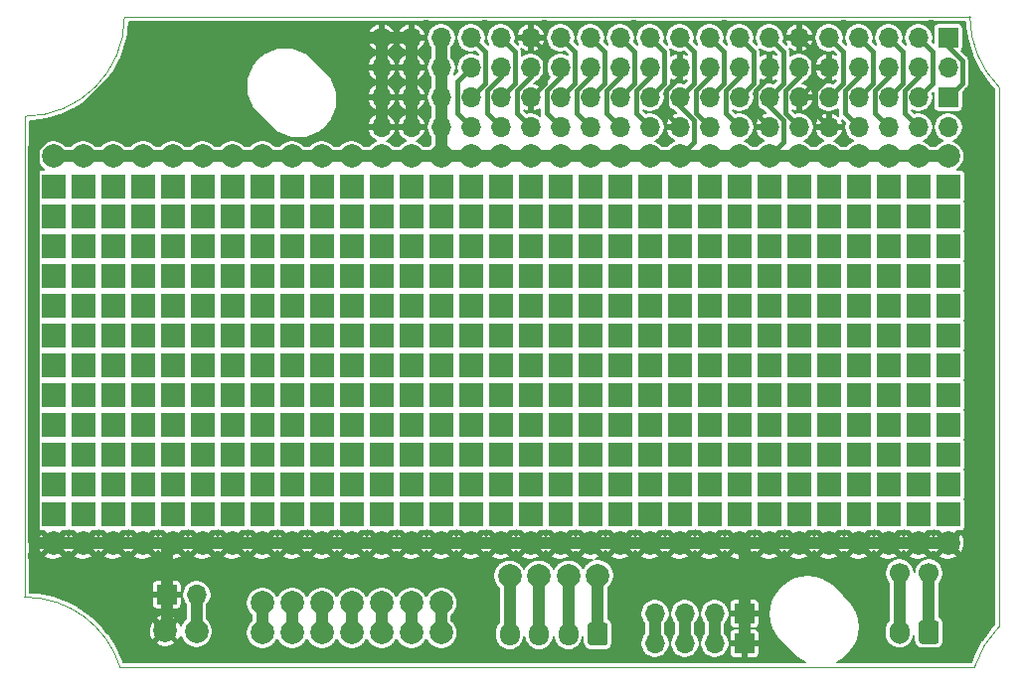
<source format=gbr>
%TF.GenerationSoftware,KiCad,Pcbnew,(5.1.9-0-10_14)*%
%TF.CreationDate,2021-01-29T17:32:38+02:00*%
%TF.ProjectId,SH-ESP32-HAT-Proto,53482d45-5350-4333-922d-4841542d5072,0.1.0*%
%TF.SameCoordinates,Original*%
%TF.FileFunction,Copper,L1,Top*%
%TF.FilePolarity,Positive*%
%FSLAX46Y46*%
G04 Gerber Fmt 4.6, Leading zero omitted, Abs format (unit mm)*
G04 Created by KiCad (PCBNEW (5.1.9-0-10_14)) date 2021-01-29 17:32:38*
%MOMM*%
%LPD*%
G01*
G04 APERTURE LIST*
%TA.AperFunction,Profile*%
%ADD10C,0.050000*%
%TD*%
%TA.AperFunction,ComponentPad*%
%ADD11C,2.000000*%
%TD*%
%TA.AperFunction,ComponentPad*%
%ADD12R,2.100000X2.100000*%
%TD*%
%TA.AperFunction,ComponentPad*%
%ADD13R,1.700000X1.700000*%
%TD*%
%TA.AperFunction,ComponentPad*%
%ADD14O,1.700000X1.700000*%
%TD*%
%TA.AperFunction,ComponentPad*%
%ADD15O,1.700000X1.950000*%
%TD*%
%TA.AperFunction,ComponentPad*%
%ADD16O,1.700000X2.000000*%
%TD*%
%TA.AperFunction,ComponentPad*%
%ADD17C,1.700000*%
%TD*%
%TA.AperFunction,ViaPad*%
%ADD18C,0.600000*%
%TD*%
%TA.AperFunction,Conductor*%
%ADD19C,1.000000*%
%TD*%
%TA.AperFunction,Conductor*%
%ADD20C,0.400000*%
%TD*%
%TA.AperFunction,Conductor*%
%ADD21C,0.200000*%
%TD*%
%TA.AperFunction,Conductor*%
%ADD22C,0.100000*%
%TD*%
G04 APERTURE END LIST*
D10*
X171989592Y-63010408D02*
X172000000Y-109000000D01*
X89000000Y-106499081D02*
G75*
G02*
X97125000Y-112500000I0J-8500919D01*
G01*
X89000000Y-106500000D02*
X89000000Y-103000000D01*
X127000000Y-112500000D02*
X97125000Y-112500000D01*
X127000000Y-112500000D02*
X153000000Y-112500000D01*
X153000000Y-112500000D02*
X169891435Y-112499765D01*
X153000000Y-112500000D02*
X153000000Y-112500000D01*
X169891436Y-112499765D02*
G75*
G02*
X172000000Y-109000000I8108564J-2500235D01*
G01*
X171989592Y-63010408D02*
G75*
G02*
X169500000Y-57000000I6010408J6010408D01*
G01*
X97500000Y-57000000D02*
G75*
G02*
X89000000Y-65500000I-8500000J0D01*
G01*
X169500000Y-57000000D02*
X97500000Y-57000000D01*
X89000000Y-65500000D02*
X89000000Y-103000000D01*
D11*
%TO.P,P320,1*%
%TO.N,Net-(P313-Pad1)*%
X119390000Y-107010000D03*
%TD*%
%TO.P,P319,1*%
%TO.N,Net-(P312-Pad1)*%
X114310000Y-109550000D03*
%TD*%
%TO.P,P318,1*%
%TO.N,Net-(P311-Pad1)*%
X121930000Y-107010000D03*
%TD*%
%TO.P,P317,1*%
%TO.N,Net-(P310-Pad1)*%
X124470000Y-107010000D03*
%TD*%
%TO.P,P316,1*%
%TO.N,Net-(P309-Pad1)*%
X111770000Y-109550000D03*
%TD*%
%TO.P,P315,1*%
%TO.N,Net-(P308-Pad1)*%
X116850000Y-107010000D03*
%TD*%
%TO.P,P314,1*%
%TO.N,Net-(P307-Pad1)*%
X109230000Y-109550000D03*
%TD*%
%TO.P,P313,1*%
%TO.N,Net-(P313-Pad1)*%
X119390000Y-109550000D03*
%TD*%
%TO.P,P312,1*%
%TO.N,Net-(P312-Pad1)*%
X114310000Y-107010000D03*
%TD*%
%TO.P,P311,1*%
%TO.N,Net-(P311-Pad1)*%
X121930000Y-109550000D03*
%TD*%
%TO.P,P310,1*%
%TO.N,Net-(P310-Pad1)*%
X124470000Y-109550000D03*
%TD*%
%TO.P,P309,1*%
%TO.N,Net-(P309-Pad1)*%
X111770000Y-107010000D03*
%TD*%
%TO.P,P308,1*%
%TO.N,Net-(P308-Pad1)*%
X116850000Y-109550000D03*
%TD*%
%TO.P,P307,1*%
%TO.N,Net-(P307-Pad1)*%
X109230000Y-107010000D03*
%TD*%
D12*
%TO.P,REF\u002A\u002A,1*%
%TO.N,N/C*%
X167650000Y-89280000D03*
%TD*%
%TO.P,REF\u002A\u002A,1*%
%TO.N,N/C*%
X167650000Y-79120000D03*
%TD*%
%TO.P,REF\u002A\u002A,1*%
%TO.N,N/C*%
X167650000Y-99440000D03*
%TD*%
%TO.P,REF\u002A\u002A,1*%
%TO.N,N/C*%
X167650000Y-71500000D03*
%TD*%
%TO.P,REF\u002A\u002A,1*%
%TO.N,N/C*%
X167650000Y-86740000D03*
%TD*%
%TO.P,REF\u002A\u002A,1*%
%TO.N,N/C*%
X167650000Y-74040000D03*
%TD*%
%TO.P,REF\u002A\u002A,1*%
%TO.N,N/C*%
X167650000Y-91820000D03*
%TD*%
%TO.P,REF\u002A\u002A,1*%
%TO.N,N/C*%
X167650000Y-76580000D03*
%TD*%
%TO.P,REF\u002A\u002A,1*%
%TO.N,N/C*%
X167650000Y-96900000D03*
%TD*%
%TO.P,REF\u002A\u002A,1*%
%TO.N,N/C*%
X167650000Y-81660000D03*
%TD*%
%TO.P,REF\u002A\u002A,1*%
%TO.N,N/C*%
X167650000Y-84200000D03*
%TD*%
%TO.P,REF\u002A\u002A,1*%
%TO.N,N/C*%
X167650000Y-94360000D03*
%TD*%
%TO.P,REF\u002A\u002A,1*%
%TO.N,N/C*%
X165110000Y-86740000D03*
%TD*%
%TO.P,REF\u002A\u002A,1*%
%TO.N,N/C*%
X165110000Y-99440000D03*
%TD*%
%TO.P,REF\u002A\u002A,1*%
%TO.N,N/C*%
X165110000Y-96900000D03*
%TD*%
%TO.P,REF\u002A\u002A,1*%
%TO.N,N/C*%
X162570000Y-96900000D03*
%TD*%
%TO.P,REF\u002A\u002A,1*%
%TO.N,N/C*%
X165110000Y-74040000D03*
%TD*%
%TO.P,REF\u002A\u002A,1*%
%TO.N,N/C*%
X162570000Y-91820000D03*
%TD*%
%TO.P,REF\u002A\u002A,1*%
%TO.N,N/C*%
X165110000Y-71500000D03*
%TD*%
%TO.P,REF\u002A\u002A,1*%
%TO.N,N/C*%
X162570000Y-76580000D03*
%TD*%
%TO.P,REF\u002A\u002A,1*%
%TO.N,N/C*%
X165110000Y-91820000D03*
%TD*%
%TO.P,REF\u002A\u002A,1*%
%TO.N,N/C*%
X165110000Y-89280000D03*
%TD*%
%TO.P,REF\u002A\u002A,1*%
%TO.N,N/C*%
X165110000Y-76580000D03*
%TD*%
%TO.P,REF\u002A\u002A,1*%
%TO.N,N/C*%
X165110000Y-81660000D03*
%TD*%
%TO.P,REF\u002A\u002A,1*%
%TO.N,N/C*%
X162570000Y-84200000D03*
%TD*%
%TO.P,REF\u002A\u002A,1*%
%TO.N,N/C*%
X165110000Y-84200000D03*
%TD*%
%TO.P,REF\u002A\u002A,1*%
%TO.N,N/C*%
X162570000Y-79120000D03*
%TD*%
%TO.P,REF\u002A\u002A,1*%
%TO.N,N/C*%
X165110000Y-79120000D03*
%TD*%
%TO.P,REF\u002A\u002A,1*%
%TO.N,N/C*%
X162570000Y-74040000D03*
%TD*%
%TO.P,REF\u002A\u002A,1*%
%TO.N,N/C*%
X162570000Y-86740000D03*
%TD*%
%TO.P,REF\u002A\u002A,1*%
%TO.N,N/C*%
X162570000Y-89280000D03*
%TD*%
%TO.P,REF\u002A\u002A,1*%
%TO.N,N/C*%
X162570000Y-81660000D03*
%TD*%
%TO.P,REF\u002A\u002A,1*%
%TO.N,N/C*%
X165110000Y-94360000D03*
%TD*%
%TO.P,REF\u002A\u002A,1*%
%TO.N,N/C*%
X162570000Y-94360000D03*
%TD*%
%TO.P,REF\u002A\u002A,1*%
%TO.N,N/C*%
X162570000Y-99440000D03*
%TD*%
%TO.P,REF\u002A\u002A,1*%
%TO.N,N/C*%
X162570000Y-71500000D03*
%TD*%
%TO.P,REF\u002A\u002A,1*%
%TO.N,N/C*%
X157490000Y-76580000D03*
%TD*%
%TO.P,REF\u002A\u002A,1*%
%TO.N,N/C*%
X160030000Y-91820000D03*
%TD*%
%TO.P,REF\u002A\u002A,1*%
%TO.N,N/C*%
X160030000Y-89280000D03*
%TD*%
%TO.P,REF\u002A\u002A,1*%
%TO.N,N/C*%
X160030000Y-76580000D03*
%TD*%
%TO.P,REF\u002A\u002A,1*%
%TO.N,N/C*%
X160030000Y-81660000D03*
%TD*%
%TO.P,REF\u002A\u002A,1*%
%TO.N,N/C*%
X157490000Y-84200000D03*
%TD*%
%TO.P,REF\u002A\u002A,1*%
%TO.N,N/C*%
X160030000Y-84200000D03*
%TD*%
%TO.P,REF\u002A\u002A,1*%
%TO.N,N/C*%
X157490000Y-79120000D03*
%TD*%
%TO.P,REF\u002A\u002A,1*%
%TO.N,N/C*%
X160030000Y-79120000D03*
%TD*%
%TO.P,REF\u002A\u002A,1*%
%TO.N,N/C*%
X157490000Y-74040000D03*
%TD*%
%TO.P,REF\u002A\u002A,1*%
%TO.N,N/C*%
X157490000Y-86740000D03*
%TD*%
%TO.P,REF\u002A\u002A,1*%
%TO.N,N/C*%
X157490000Y-89280000D03*
%TD*%
%TO.P,REF\u002A\u002A,1*%
%TO.N,N/C*%
X157490000Y-81660000D03*
%TD*%
%TO.P,REF\u002A\u002A,1*%
%TO.N,N/C*%
X160030000Y-96900000D03*
%TD*%
%TO.P,REF\u002A\u002A,1*%
%TO.N,N/C*%
X157490000Y-96900000D03*
%TD*%
%TO.P,REF\u002A\u002A,1*%
%TO.N,N/C*%
X160030000Y-74040000D03*
%TD*%
%TO.P,REF\u002A\u002A,1*%
%TO.N,N/C*%
X157490000Y-91820000D03*
%TD*%
%TO.P,REF\u002A\u002A,1*%
%TO.N,N/C*%
X160030000Y-71500000D03*
%TD*%
%TO.P,REF\u002A\u002A,1*%
%TO.N,N/C*%
X160030000Y-94360000D03*
%TD*%
%TO.P,REF\u002A\u002A,1*%
%TO.N,N/C*%
X157490000Y-94360000D03*
%TD*%
%TO.P,REF\u002A\u002A,1*%
%TO.N,N/C*%
X157490000Y-99440000D03*
%TD*%
%TO.P,REF\u002A\u002A,1*%
%TO.N,N/C*%
X157490000Y-71500000D03*
%TD*%
%TO.P,REF\u002A\u002A,1*%
%TO.N,N/C*%
X160030000Y-86740000D03*
%TD*%
%TO.P,REF\u002A\u002A,1*%
%TO.N,N/C*%
X160030000Y-99440000D03*
%TD*%
%TO.P,REF\u002A\u002A,1*%
%TO.N,N/C*%
X152410000Y-96900000D03*
%TD*%
%TO.P,REF\u002A\u002A,1*%
%TO.N,N/C*%
X154950000Y-74040000D03*
%TD*%
%TO.P,REF\u002A\u002A,1*%
%TO.N,N/C*%
X154950000Y-86740000D03*
%TD*%
%TO.P,REF\u002A\u002A,1*%
%TO.N,N/C*%
X152410000Y-86740000D03*
%TD*%
%TO.P,REF\u002A\u002A,1*%
%TO.N,N/C*%
X152410000Y-89280000D03*
%TD*%
%TO.P,REF\u002A\u002A,1*%
%TO.N,N/C*%
X152410000Y-81660000D03*
%TD*%
%TO.P,REF\u002A\u002A,1*%
%TO.N,N/C*%
X154950000Y-96900000D03*
%TD*%
%TO.P,REF\u002A\u002A,1*%
%TO.N,N/C*%
X152410000Y-91820000D03*
%TD*%
%TO.P,REF\u002A\u002A,1*%
%TO.N,N/C*%
X152410000Y-84200000D03*
%TD*%
%TO.P,REF\u002A\u002A,1*%
%TO.N,N/C*%
X152410000Y-76580000D03*
%TD*%
%TO.P,REF\u002A\u002A,1*%
%TO.N,N/C*%
X154950000Y-84200000D03*
%TD*%
%TO.P,REF\u002A\u002A,1*%
%TO.N,N/C*%
X154950000Y-99440000D03*
%TD*%
%TO.P,REF\u002A\u002A,1*%
%TO.N,N/C*%
X154950000Y-94360000D03*
%TD*%
%TO.P,REF\u002A\u002A,1*%
%TO.N,N/C*%
X152410000Y-94360000D03*
%TD*%
%TO.P,REF\u002A\u002A,1*%
%TO.N,N/C*%
X152410000Y-99440000D03*
%TD*%
%TO.P,REF\u002A\u002A,1*%
%TO.N,N/C*%
X152410000Y-71500000D03*
%TD*%
%TO.P,REF\u002A\u002A,1*%
%TO.N,N/C*%
X154950000Y-71500000D03*
%TD*%
%TO.P,REF\u002A\u002A,1*%
%TO.N,N/C*%
X154950000Y-79120000D03*
%TD*%
%TO.P,REF\u002A\u002A,1*%
%TO.N,N/C*%
X152410000Y-79120000D03*
%TD*%
%TO.P,REF\u002A\u002A,1*%
%TO.N,N/C*%
X152410000Y-74040000D03*
%TD*%
%TO.P,REF\u002A\u002A,1*%
%TO.N,N/C*%
X154950000Y-91820000D03*
%TD*%
%TO.P,REF\u002A\u002A,1*%
%TO.N,N/C*%
X154950000Y-89280000D03*
%TD*%
%TO.P,REF\u002A\u002A,1*%
%TO.N,N/C*%
X154950000Y-76580000D03*
%TD*%
%TO.P,REF\u002A\u002A,1*%
%TO.N,N/C*%
X154950000Y-81660000D03*
%TD*%
%TO.P,REF\u002A\u002A,1*%
%TO.N,N/C*%
X149870000Y-91820000D03*
%TD*%
%TO.P,REF\u002A\u002A,1*%
%TO.N,N/C*%
X149870000Y-96900000D03*
%TD*%
%TO.P,REF\u002A\u002A,1*%
%TO.N,N/C*%
X147330000Y-81660000D03*
%TD*%
%TO.P,REF\u002A\u002A,1*%
%TO.N,N/C*%
X149870000Y-76580000D03*
%TD*%
%TO.P,REF\u002A\u002A,1*%
%TO.N,N/C*%
X147330000Y-89280000D03*
%TD*%
%TO.P,REF\u002A\u002A,1*%
%TO.N,N/C*%
X147330000Y-91820000D03*
%TD*%
%TO.P,REF\u002A\u002A,1*%
%TO.N,N/C*%
X147330000Y-79120000D03*
%TD*%
%TO.P,REF\u002A\u002A,1*%
%TO.N,N/C*%
X149870000Y-89280000D03*
%TD*%
%TO.P,REF\u002A\u002A,1*%
%TO.N,N/C*%
X147330000Y-74040000D03*
%TD*%
%TO.P,REF\u002A\u002A,1*%
%TO.N,N/C*%
X149870000Y-99440000D03*
%TD*%
%TO.P,REF\u002A\u002A,1*%
%TO.N,N/C*%
X149870000Y-86740000D03*
%TD*%
%TO.P,REF\u002A\u002A,1*%
%TO.N,N/C*%
X149870000Y-74040000D03*
%TD*%
%TO.P,REF\u002A\u002A,1*%
%TO.N,N/C*%
X147330000Y-96900000D03*
%TD*%
%TO.P,REF\u002A\u002A,1*%
%TO.N,N/C*%
X147330000Y-71500000D03*
%TD*%
%TO.P,REF\u002A\u002A,1*%
%TO.N,N/C*%
X149870000Y-71500000D03*
%TD*%
%TO.P,REF\u002A\u002A,1*%
%TO.N,N/C*%
X149870000Y-79120000D03*
%TD*%
%TO.P,REF\u002A\u002A,1*%
%TO.N,N/C*%
X147330000Y-84200000D03*
%TD*%
%TO.P,REF\u002A\u002A,1*%
%TO.N,N/C*%
X149870000Y-94360000D03*
%TD*%
%TO.P,REF\u002A\u002A,1*%
%TO.N,N/C*%
X147330000Y-76580000D03*
%TD*%
%TO.P,REF\u002A\u002A,1*%
%TO.N,N/C*%
X147330000Y-94360000D03*
%TD*%
%TO.P,REF\u002A\u002A,1*%
%TO.N,N/C*%
X149870000Y-84200000D03*
%TD*%
%TO.P,REF\u002A\u002A,1*%
%TO.N,N/C*%
X147330000Y-99440000D03*
%TD*%
%TO.P,REF\u002A\u002A,1*%
%TO.N,N/C*%
X147330000Y-86740000D03*
%TD*%
%TO.P,REF\u002A\u002A,1*%
%TO.N,N/C*%
X149870000Y-81660000D03*
%TD*%
%TO.P,REF\u002A\u002A,1*%
%TO.N,N/C*%
X144790000Y-94360000D03*
%TD*%
%TO.P,REF\u002A\u002A,1*%
%TO.N,N/C*%
X144790000Y-76580000D03*
%TD*%
%TO.P,REF\u002A\u002A,1*%
%TO.N,N/C*%
X142250000Y-89280000D03*
%TD*%
%TO.P,REF\u002A\u002A,1*%
%TO.N,N/C*%
X142250000Y-91820000D03*
%TD*%
%TO.P,REF\u002A\u002A,1*%
%TO.N,N/C*%
X142250000Y-76580000D03*
%TD*%
%TO.P,REF\u002A\u002A,1*%
%TO.N,N/C*%
X142250000Y-94360000D03*
%TD*%
%TO.P,REF\u002A\u002A,1*%
%TO.N,N/C*%
X144790000Y-84200000D03*
%TD*%
%TO.P,REF\u002A\u002A,1*%
%TO.N,N/C*%
X142250000Y-74040000D03*
%TD*%
%TO.P,REF\u002A\u002A,1*%
%TO.N,N/C*%
X142250000Y-79120000D03*
%TD*%
%TO.P,REF\u002A\u002A,1*%
%TO.N,N/C*%
X142250000Y-96900000D03*
%TD*%
%TO.P,REF\u002A\u002A,1*%
%TO.N,N/C*%
X142250000Y-71500000D03*
%TD*%
%TO.P,REF\u002A\u002A,1*%
%TO.N,N/C*%
X144790000Y-71500000D03*
%TD*%
%TO.P,REF\u002A\u002A,1*%
%TO.N,N/C*%
X144790000Y-79120000D03*
%TD*%
%TO.P,REF\u002A\u002A,1*%
%TO.N,N/C*%
X142250000Y-81660000D03*
%TD*%
%TO.P,REF\u002A\u002A,1*%
%TO.N,N/C*%
X144790000Y-99440000D03*
%TD*%
%TO.P,REF\u002A\u002A,1*%
%TO.N,N/C*%
X142250000Y-99440000D03*
%TD*%
%TO.P,REF\u002A\u002A,1*%
%TO.N,N/C*%
X144790000Y-96900000D03*
%TD*%
%TO.P,REF\u002A\u002A,1*%
%TO.N,N/C*%
X142250000Y-84200000D03*
%TD*%
%TO.P,REF\u002A\u002A,1*%
%TO.N,N/C*%
X144790000Y-86740000D03*
%TD*%
%TO.P,REF\u002A\u002A,1*%
%TO.N,N/C*%
X144790000Y-74040000D03*
%TD*%
%TO.P,REF\u002A\u002A,1*%
%TO.N,N/C*%
X144790000Y-91820000D03*
%TD*%
%TO.P,REF\u002A\u002A,1*%
%TO.N,N/C*%
X144790000Y-81660000D03*
%TD*%
%TO.P,REF\u002A\u002A,1*%
%TO.N,N/C*%
X144790000Y-89280000D03*
%TD*%
%TO.P,REF\u002A\u002A,1*%
%TO.N,N/C*%
X142250000Y-86740000D03*
%TD*%
%TO.P,REF\u002A\u002A,1*%
%TO.N,N/C*%
X139710000Y-94360000D03*
%TD*%
%TO.P,REF\u002A\u002A,1*%
%TO.N,N/C*%
X139710000Y-76580000D03*
%TD*%
%TO.P,REF\u002A\u002A,1*%
%TO.N,N/C*%
X137170000Y-99440000D03*
%TD*%
%TO.P,REF\u002A\u002A,1*%
%TO.N,N/C*%
X139710000Y-96900000D03*
%TD*%
%TO.P,REF\u002A\u002A,1*%
%TO.N,N/C*%
X139710000Y-74040000D03*
%TD*%
%TO.P,REF\u002A\u002A,1*%
%TO.N,N/C*%
X137170000Y-76580000D03*
%TD*%
%TO.P,REF\u002A\u002A,1*%
%TO.N,N/C*%
X137170000Y-84200000D03*
%TD*%
%TO.P,REF\u002A\u002A,1*%
%TO.N,N/C*%
X139710000Y-81660000D03*
%TD*%
%TO.P,REF\u002A\u002A,1*%
%TO.N,N/C*%
X139710000Y-89280000D03*
%TD*%
%TO.P,REF\u002A\u002A,1*%
%TO.N,N/C*%
X137170000Y-86740000D03*
%TD*%
%TO.P,REF\u002A\u002A,1*%
%TO.N,N/C*%
X139710000Y-79120000D03*
%TD*%
%TO.P,REF\u002A\u002A,1*%
%TO.N,N/C*%
X139710000Y-71500000D03*
%TD*%
%TO.P,REF\u002A\u002A,1*%
%TO.N,N/C*%
X137170000Y-81660000D03*
%TD*%
%TO.P,REF\u002A\u002A,1*%
%TO.N,N/C*%
X137170000Y-74040000D03*
%TD*%
%TO.P,REF\u002A\u002A,1*%
%TO.N,N/C*%
X139710000Y-91820000D03*
%TD*%
%TO.P,REF\u002A\u002A,1*%
%TO.N,N/C*%
X137170000Y-89280000D03*
%TD*%
%TO.P,REF\u002A\u002A,1*%
%TO.N,N/C*%
X137170000Y-91820000D03*
%TD*%
%TO.P,REF\u002A\u002A,1*%
%TO.N,N/C*%
X139710000Y-86740000D03*
%TD*%
%TO.P,REF\u002A\u002A,1*%
%TO.N,N/C*%
X137170000Y-96900000D03*
%TD*%
%TO.P,REF\u002A\u002A,1*%
%TO.N,N/C*%
X139710000Y-84200000D03*
%TD*%
%TO.P,REF\u002A\u002A,1*%
%TO.N,N/C*%
X137170000Y-94360000D03*
%TD*%
%TO.P,REF\u002A\u002A,1*%
%TO.N,N/C*%
X139710000Y-99440000D03*
%TD*%
%TO.P,REF\u002A\u002A,1*%
%TO.N,N/C*%
X137170000Y-71500000D03*
%TD*%
%TO.P,REF\u002A\u002A,1*%
%TO.N,N/C*%
X137170000Y-79120000D03*
%TD*%
%TO.P,REF\u002A\u002A,1*%
%TO.N,N/C*%
X132090000Y-71500000D03*
%TD*%
%TO.P,REF\u002A\u002A,1*%
%TO.N,N/C*%
X132090000Y-79120000D03*
%TD*%
%TO.P,REF\u002A\u002A,1*%
%TO.N,N/C*%
X134630000Y-86740000D03*
%TD*%
%TO.P,REF\u002A\u002A,1*%
%TO.N,N/C*%
X132090000Y-96900000D03*
%TD*%
%TO.P,REF\u002A\u002A,1*%
%TO.N,N/C*%
X134630000Y-84200000D03*
%TD*%
%TO.P,REF\u002A\u002A,1*%
%TO.N,N/C*%
X132090000Y-89280000D03*
%TD*%
%TO.P,REF\u002A\u002A,1*%
%TO.N,N/C*%
X132090000Y-81660000D03*
%TD*%
%TO.P,REF\u002A\u002A,1*%
%TO.N,N/C*%
X132090000Y-91820000D03*
%TD*%
%TO.P,REF\u002A\u002A,1*%
%TO.N,N/C*%
X132090000Y-74040000D03*
%TD*%
%TO.P,REF\u002A\u002A,1*%
%TO.N,N/C*%
X134630000Y-81660000D03*
%TD*%
%TO.P,REF\u002A\u002A,1*%
%TO.N,N/C*%
X134630000Y-89280000D03*
%TD*%
%TO.P,REF\u002A\u002A,1*%
%TO.N,N/C*%
X132090000Y-99440000D03*
%TD*%
%TO.P,REF\u002A\u002A,1*%
%TO.N,N/C*%
X132090000Y-76580000D03*
%TD*%
%TO.P,REF\u002A\u002A,1*%
%TO.N,N/C*%
X134630000Y-91820000D03*
%TD*%
%TO.P,REF\u002A\u002A,1*%
%TO.N,N/C*%
X134630000Y-71500000D03*
%TD*%
%TO.P,REF\u002A\u002A,1*%
%TO.N,N/C*%
X132090000Y-94360000D03*
%TD*%
%TO.P,REF\u002A\u002A,1*%
%TO.N,N/C*%
X134630000Y-94360000D03*
%TD*%
%TO.P,REF\u002A\u002A,1*%
%TO.N,N/C*%
X134630000Y-76580000D03*
%TD*%
%TO.P,REF\u002A\u002A,1*%
%TO.N,N/C*%
X132090000Y-86740000D03*
%TD*%
%TO.P,REF\u002A\u002A,1*%
%TO.N,N/C*%
X134630000Y-79120000D03*
%TD*%
%TO.P,REF\u002A\u002A,1*%
%TO.N,N/C*%
X132090000Y-84200000D03*
%TD*%
%TO.P,REF\u002A\u002A,1*%
%TO.N,N/C*%
X134630000Y-96900000D03*
%TD*%
%TO.P,REF\u002A\u002A,1*%
%TO.N,N/C*%
X134630000Y-74040000D03*
%TD*%
%TO.P,REF\u002A\u002A,1*%
%TO.N,N/C*%
X134630000Y-99440000D03*
%TD*%
%TO.P,REF\u002A\u002A,1*%
%TO.N,N/C*%
X129550000Y-99440000D03*
%TD*%
%TO.P,REF\u002A\u002A,1*%
%TO.N,N/C*%
X127010000Y-76580000D03*
%TD*%
%TO.P,REF\u002A\u002A,1*%
%TO.N,N/C*%
X129550000Y-91820000D03*
%TD*%
%TO.P,REF\u002A\u002A,1*%
%TO.N,N/C*%
X127010000Y-71500000D03*
%TD*%
%TO.P,REF\u002A\u002A,1*%
%TO.N,N/C*%
X127010000Y-79120000D03*
%TD*%
%TO.P,REF\u002A\u002A,1*%
%TO.N,N/C*%
X129550000Y-86740000D03*
%TD*%
%TO.P,REF\u002A\u002A,1*%
%TO.N,N/C*%
X127010000Y-96900000D03*
%TD*%
%TO.P,REF\u002A\u002A,1*%
%TO.N,N/C*%
X129550000Y-84200000D03*
%TD*%
%TO.P,REF\u002A\u002A,1*%
%TO.N,N/C*%
X127010000Y-89280000D03*
%TD*%
%TO.P,REF\u002A\u002A,1*%
%TO.N,N/C*%
X127010000Y-81660000D03*
%TD*%
%TO.P,REF\u002A\u002A,1*%
%TO.N,N/C*%
X127010000Y-91820000D03*
%TD*%
%TO.P,REF\u002A\u002A,1*%
%TO.N,N/C*%
X127010000Y-74040000D03*
%TD*%
%TO.P,REF\u002A\u002A,1*%
%TO.N,N/C*%
X129550000Y-81660000D03*
%TD*%
%TO.P,REF\u002A\u002A,1*%
%TO.N,N/C*%
X129550000Y-89280000D03*
%TD*%
%TO.P,REF\u002A\u002A,1*%
%TO.N,N/C*%
X127010000Y-99440000D03*
%TD*%
%TO.P,REF\u002A\u002A,1*%
%TO.N,N/C*%
X129550000Y-71500000D03*
%TD*%
%TO.P,REF\u002A\u002A,1*%
%TO.N,N/C*%
X127010000Y-94360000D03*
%TD*%
%TO.P,REF\u002A\u002A,1*%
%TO.N,N/C*%
X129550000Y-94360000D03*
%TD*%
%TO.P,REF\u002A\u002A,1*%
%TO.N,N/C*%
X129550000Y-76580000D03*
%TD*%
%TO.P,REF\u002A\u002A,1*%
%TO.N,N/C*%
X127010000Y-86740000D03*
%TD*%
%TO.P,REF\u002A\u002A,1*%
%TO.N,N/C*%
X129550000Y-79120000D03*
%TD*%
%TO.P,REF\u002A\u002A,1*%
%TO.N,N/C*%
X127010000Y-84200000D03*
%TD*%
%TO.P,REF\u002A\u002A,1*%
%TO.N,N/C*%
X129550000Y-96900000D03*
%TD*%
%TO.P,REF\u002A\u002A,1*%
%TO.N,N/C*%
X129550000Y-74040000D03*
%TD*%
%TO.P,REF\u002A\u002A,1*%
%TO.N,N/C*%
X121930000Y-91820000D03*
%TD*%
%TO.P,REF\u002A\u002A,1*%
%TO.N,N/C*%
X124470000Y-89280000D03*
%TD*%
%TO.P,REF\u002A\u002A,1*%
%TO.N,N/C*%
X121930000Y-84200000D03*
%TD*%
%TO.P,REF\u002A\u002A,1*%
%TO.N,N/C*%
X124470000Y-81660000D03*
%TD*%
%TO.P,REF\u002A\u002A,1*%
%TO.N,N/C*%
X124470000Y-76580000D03*
%TD*%
%TO.P,REF\u002A\u002A,1*%
%TO.N,N/C*%
X121930000Y-86740000D03*
%TD*%
%TO.P,REF\u002A\u002A,1*%
%TO.N,N/C*%
X121930000Y-81660000D03*
%TD*%
%TO.P,REF\u002A\u002A,1*%
%TO.N,N/C*%
X121930000Y-74040000D03*
%TD*%
%TO.P,REF\u002A\u002A,1*%
%TO.N,N/C*%
X121930000Y-89280000D03*
%TD*%
%TO.P,REF\u002A\u002A,1*%
%TO.N,N/C*%
X124470000Y-84200000D03*
%TD*%
%TO.P,REF\u002A\u002A,1*%
%TO.N,N/C*%
X121930000Y-94360000D03*
%TD*%
%TO.P,REF\u002A\u002A,1*%
%TO.N,N/C*%
X121930000Y-96900000D03*
%TD*%
%TO.P,REF\u002A\u002A,1*%
%TO.N,N/C*%
X124470000Y-91820000D03*
%TD*%
%TO.P,REF\u002A\u002A,1*%
%TO.N,N/C*%
X121930000Y-71500000D03*
%TD*%
%TO.P,REF\u002A\u002A,1*%
%TO.N,N/C*%
X124470000Y-94360000D03*
%TD*%
%TO.P,REF\u002A\u002A,1*%
%TO.N,N/C*%
X124470000Y-71500000D03*
%TD*%
%TO.P,REF\u002A\u002A,1*%
%TO.N,N/C*%
X121930000Y-99440000D03*
%TD*%
%TO.P,REF\u002A\u002A,1*%
%TO.N,N/C*%
X124470000Y-86740000D03*
%TD*%
%TO.P,REF\u002A\u002A,1*%
%TO.N,N/C*%
X121930000Y-79120000D03*
%TD*%
%TO.P,REF\u002A\u002A,1*%
%TO.N,N/C*%
X124470000Y-79120000D03*
%TD*%
%TO.P,REF\u002A\u002A,1*%
%TO.N,N/C*%
X124470000Y-96900000D03*
%TD*%
%TO.P,REF\u002A\u002A,1*%
%TO.N,N/C*%
X124470000Y-74040000D03*
%TD*%
%TO.P,REF\u002A\u002A,1*%
%TO.N,N/C*%
X124470000Y-99440000D03*
%TD*%
%TO.P,REF\u002A\u002A,1*%
%TO.N,N/C*%
X121930000Y-76580000D03*
%TD*%
%TO.P,REF\u002A\u002A,1*%
%TO.N,N/C*%
X116850000Y-96900000D03*
%TD*%
%TO.P,REF\u002A\u002A,1*%
%TO.N,N/C*%
X119390000Y-86740000D03*
%TD*%
%TO.P,REF\u002A\u002A,1*%
%TO.N,N/C*%
X116850000Y-94360000D03*
%TD*%
%TO.P,REF\u002A\u002A,1*%
%TO.N,N/C*%
X116850000Y-91820000D03*
%TD*%
%TO.P,REF\u002A\u002A,1*%
%TO.N,N/C*%
X119390000Y-89280000D03*
%TD*%
%TO.P,REF\u002A\u002A,1*%
%TO.N,N/C*%
X116850000Y-84200000D03*
%TD*%
%TO.P,REF\u002A\u002A,1*%
%TO.N,N/C*%
X119390000Y-81660000D03*
%TD*%
%TO.P,REF\u002A\u002A,1*%
%TO.N,N/C*%
X119390000Y-76580000D03*
%TD*%
%TO.P,REF\u002A\u002A,1*%
%TO.N,N/C*%
X116850000Y-81660000D03*
%TD*%
%TO.P,REF\u002A\u002A,1*%
%TO.N,N/C*%
X116850000Y-86740000D03*
%TD*%
%TO.P,REF\u002A\u002A,1*%
%TO.N,N/C*%
X119390000Y-84200000D03*
%TD*%
%TO.P,REF\u002A\u002A,1*%
%TO.N,N/C*%
X119390000Y-94360000D03*
%TD*%
%TO.P,REF\u002A\u002A,1*%
%TO.N,N/C*%
X116850000Y-99440000D03*
%TD*%
%TO.P,REF\u002A\u002A,1*%
%TO.N,N/C*%
X116850000Y-74040000D03*
%TD*%
%TO.P,REF\u002A\u002A,1*%
%TO.N,N/C*%
X116850000Y-89280000D03*
%TD*%
%TO.P,REF\u002A\u002A,1*%
%TO.N,N/C*%
X119390000Y-91820000D03*
%TD*%
%TO.P,REF\u002A\u002A,1*%
%TO.N,N/C*%
X116850000Y-71500000D03*
%TD*%
%TO.P,REF\u002A\u002A,1*%
%TO.N,N/C*%
X116850000Y-79120000D03*
%TD*%
%TO.P,REF\u002A\u002A,1*%
%TO.N,N/C*%
X119390000Y-79120000D03*
%TD*%
%TO.P,REF\u002A\u002A,1*%
%TO.N,N/C*%
X119390000Y-96900000D03*
%TD*%
%TO.P,REF\u002A\u002A,1*%
%TO.N,N/C*%
X119390000Y-74040000D03*
%TD*%
%TO.P,REF\u002A\u002A,1*%
%TO.N,N/C*%
X119390000Y-99440000D03*
%TD*%
%TO.P,REF\u002A\u002A,1*%
%TO.N,N/C*%
X116850000Y-76580000D03*
%TD*%
%TO.P,REF\u002A\u002A,1*%
%TO.N,N/C*%
X119390000Y-71500000D03*
%TD*%
%TO.P,REF\u002A\u002A,1*%
%TO.N,N/C*%
X114310000Y-84200000D03*
%TD*%
%TO.P,REF\u002A\u002A,1*%
%TO.N,N/C*%
X111770000Y-74040000D03*
%TD*%
%TO.P,REF\u002A\u002A,1*%
%TO.N,N/C*%
X114310000Y-79120000D03*
%TD*%
%TO.P,REF\u002A\u002A,1*%
%TO.N,N/C*%
X111770000Y-89280000D03*
%TD*%
%TO.P,REF\u002A\u002A,1*%
%TO.N,N/C*%
X111770000Y-96900000D03*
%TD*%
%TO.P,REF\u002A\u002A,1*%
%TO.N,N/C*%
X111770000Y-91820000D03*
%TD*%
%TO.P,REF\u002A\u002A,1*%
%TO.N,N/C*%
X114310000Y-89280000D03*
%TD*%
%TO.P,REF\u002A\u002A,1*%
%TO.N,N/C*%
X114310000Y-99440000D03*
%TD*%
%TO.P,REF\u002A\u002A,1*%
%TO.N,N/C*%
X111770000Y-84200000D03*
%TD*%
%TO.P,REF\u002A\u002A,1*%
%TO.N,N/C*%
X114310000Y-81660000D03*
%TD*%
%TO.P,REF\u002A\u002A,1*%
%TO.N,N/C*%
X114310000Y-76580000D03*
%TD*%
%TO.P,REF\u002A\u002A,1*%
%TO.N,N/C*%
X111770000Y-81660000D03*
%TD*%
%TO.P,REF\u002A\u002A,1*%
%TO.N,N/C*%
X111770000Y-86740000D03*
%TD*%
%TO.P,REF\u002A\u002A,1*%
%TO.N,N/C*%
X114310000Y-71500000D03*
%TD*%
%TO.P,REF\u002A\u002A,1*%
%TO.N,N/C*%
X111770000Y-76580000D03*
%TD*%
%TO.P,REF\u002A\u002A,1*%
%TO.N,N/C*%
X114310000Y-94360000D03*
%TD*%
%TO.P,REF\u002A\u002A,1*%
%TO.N,N/C*%
X111770000Y-99440000D03*
%TD*%
%TO.P,REF\u002A\u002A,1*%
%TO.N,N/C*%
X114310000Y-74040000D03*
%TD*%
%TO.P,REF\u002A\u002A,1*%
%TO.N,N/C*%
X111770000Y-94360000D03*
%TD*%
%TO.P,REF\u002A\u002A,1*%
%TO.N,N/C*%
X114310000Y-96900000D03*
%TD*%
%TO.P,REF\u002A\u002A,1*%
%TO.N,N/C*%
X114310000Y-91820000D03*
%TD*%
%TO.P,REF\u002A\u002A,1*%
%TO.N,N/C*%
X111770000Y-71500000D03*
%TD*%
%TO.P,REF\u002A\u002A,1*%
%TO.N,N/C*%
X111770000Y-79120000D03*
%TD*%
%TO.P,REF\u002A\u002A,1*%
%TO.N,N/C*%
X114310000Y-86740000D03*
%TD*%
%TO.P,REF\u002A\u002A,1*%
%TO.N,N/C*%
X109230000Y-79120000D03*
%TD*%
%TO.P,REF\u002A\u002A,1*%
%TO.N,N/C*%
X106690000Y-74040000D03*
%TD*%
%TO.P,REF\u002A\u002A,1*%
%TO.N,N/C*%
X109230000Y-84200000D03*
%TD*%
%TO.P,REF\u002A\u002A,1*%
%TO.N,N/C*%
X109230000Y-96900000D03*
%TD*%
%TO.P,REF\u002A\u002A,1*%
%TO.N,N/C*%
X109230000Y-94360000D03*
%TD*%
%TO.P,REF\u002A\u002A,1*%
%TO.N,N/C*%
X106690000Y-76580000D03*
%TD*%
%TO.P,REF\u002A\u002A,1*%
%TO.N,N/C*%
X109230000Y-74040000D03*
%TD*%
%TO.P,REF\u002A\u002A,1*%
%TO.N,N/C*%
X106690000Y-94360000D03*
%TD*%
%TO.P,REF\u002A\u002A,1*%
%TO.N,N/C*%
X109230000Y-86740000D03*
%TD*%
%TO.P,REF\u002A\u002A,1*%
%TO.N,N/C*%
X109230000Y-99440000D03*
%TD*%
%TO.P,REF\u002A\u002A,1*%
%TO.N,N/C*%
X106690000Y-89280000D03*
%TD*%
%TO.P,REF\u002A\u002A,1*%
%TO.N,N/C*%
X109230000Y-71500000D03*
%TD*%
%TO.P,REF\u002A\u002A,1*%
%TO.N,N/C*%
X106690000Y-79120000D03*
%TD*%
%TO.P,REF\u002A\u002A,1*%
%TO.N,N/C*%
X109230000Y-81660000D03*
%TD*%
%TO.P,REF\u002A\u002A,1*%
%TO.N,N/C*%
X106690000Y-84200000D03*
%TD*%
%TO.P,REF\u002A\u002A,1*%
%TO.N,N/C*%
X106690000Y-99440000D03*
%TD*%
%TO.P,REF\u002A\u002A,1*%
%TO.N,N/C*%
X106690000Y-96900000D03*
%TD*%
%TO.P,REF\u002A\u002A,1*%
%TO.N,N/C*%
X106690000Y-91820000D03*
%TD*%
%TO.P,REF\u002A\u002A,1*%
%TO.N,N/C*%
X109230000Y-76580000D03*
%TD*%
%TO.P,REF\u002A\u002A,1*%
%TO.N,N/C*%
X109230000Y-89280000D03*
%TD*%
%TO.P,REF\u002A\u002A,1*%
%TO.N,N/C*%
X109230000Y-91820000D03*
%TD*%
%TO.P,REF\u002A\u002A,1*%
%TO.N,N/C*%
X106690000Y-86740000D03*
%TD*%
%TO.P,REF\u002A\u002A,1*%
%TO.N,N/C*%
X106690000Y-81660000D03*
%TD*%
%TO.P,REF\u002A\u002A,1*%
%TO.N,N/C*%
X106690000Y-71500000D03*
%TD*%
%TO.P,REF\u002A\u002A,1*%
%TO.N,N/C*%
X101610000Y-99440000D03*
%TD*%
%TO.P,REF\u002A\u002A,1*%
%TO.N,N/C*%
X104150000Y-71500000D03*
%TD*%
%TO.P,REF\u002A\u002A,1*%
%TO.N,N/C*%
X101610000Y-79120000D03*
%TD*%
%TO.P,REF\u002A\u002A,1*%
%TO.N,N/C*%
X104150000Y-81660000D03*
%TD*%
%TO.P,REF\u002A\u002A,1*%
%TO.N,N/C*%
X101610000Y-84200000D03*
%TD*%
%TO.P,REF\u002A\u002A,1*%
%TO.N,N/C*%
X104150000Y-99440000D03*
%TD*%
%TO.P,REF\u002A\u002A,1*%
%TO.N,N/C*%
X101610000Y-89280000D03*
%TD*%
%TO.P,REF\u002A\u002A,1*%
%TO.N,N/C*%
X104150000Y-86740000D03*
%TD*%
%TO.P,REF\u002A\u002A,1*%
%TO.N,N/C*%
X104150000Y-76580000D03*
%TD*%
%TO.P,REF\u002A\u002A,1*%
%TO.N,N/C*%
X104150000Y-89280000D03*
%TD*%
%TO.P,REF\u002A\u002A,1*%
%TO.N,N/C*%
X104150000Y-91820000D03*
%TD*%
%TO.P,REF\u002A\u002A,1*%
%TO.N,N/C*%
X101610000Y-86740000D03*
%TD*%
%TO.P,REF\u002A\u002A,1*%
%TO.N,N/C*%
X101610000Y-81660000D03*
%TD*%
%TO.P,REF\u002A\u002A,1*%
%TO.N,N/C*%
X101610000Y-71500000D03*
%TD*%
%TO.P,REF\u002A\u002A,1*%
%TO.N,N/C*%
X104150000Y-84200000D03*
%TD*%
%TO.P,REF\u002A\u002A,1*%
%TO.N,N/C*%
X104150000Y-79120000D03*
%TD*%
%TO.P,REF\u002A\u002A,1*%
%TO.N,N/C*%
X104150000Y-96900000D03*
%TD*%
%TO.P,REF\u002A\u002A,1*%
%TO.N,N/C*%
X101610000Y-91820000D03*
%TD*%
%TO.P,REF\u002A\u002A,1*%
%TO.N,N/C*%
X101610000Y-96900000D03*
%TD*%
%TO.P,REF\u002A\u002A,1*%
%TO.N,N/C*%
X104150000Y-94360000D03*
%TD*%
%TO.P,REF\u002A\u002A,1*%
%TO.N,N/C*%
X101610000Y-74040000D03*
%TD*%
%TO.P,REF\u002A\u002A,1*%
%TO.N,N/C*%
X104150000Y-74040000D03*
%TD*%
%TO.P,REF\u002A\u002A,1*%
%TO.N,N/C*%
X101610000Y-76580000D03*
%TD*%
%TO.P,REF\u002A\u002A,1*%
%TO.N,N/C*%
X101610000Y-94360000D03*
%TD*%
%TO.P,REF\u002A\u002A,1*%
%TO.N,N/C*%
X99070000Y-81660000D03*
%TD*%
%TO.P,REF\u002A\u002A,1*%
%TO.N,N/C*%
X96530000Y-81660000D03*
%TD*%
%TO.P,REF\u002A\u002A,1*%
%TO.N,N/C*%
X99070000Y-71500000D03*
%TD*%
%TO.P,REF\u002A\u002A,1*%
%TO.N,N/C*%
X96530000Y-89280000D03*
%TD*%
%TO.P,REF\u002A\u002A,1*%
%TO.N,N/C*%
X99070000Y-86740000D03*
%TD*%
%TO.P,REF\u002A\u002A,1*%
%TO.N,N/C*%
X99070000Y-99440000D03*
%TD*%
%TO.P,REF\u002A\u002A,1*%
%TO.N,N/C*%
X96530000Y-99440000D03*
%TD*%
%TO.P,REF\u002A\u002A,1*%
%TO.N,N/C*%
X96530000Y-86740000D03*
%TD*%
%TO.P,REF\u002A\u002A,1*%
%TO.N,N/C*%
X96530000Y-71500000D03*
%TD*%
%TO.P,REF\u002A\u002A,1*%
%TO.N,N/C*%
X99070000Y-76580000D03*
%TD*%
%TO.P,REF\u002A\u002A,1*%
%TO.N,N/C*%
X96530000Y-79120000D03*
%TD*%
%TO.P,REF\u002A\u002A,1*%
%TO.N,N/C*%
X99070000Y-96900000D03*
%TD*%
%TO.P,REF\u002A\u002A,1*%
%TO.N,N/C*%
X99070000Y-74040000D03*
%TD*%
%TO.P,REF\u002A\u002A,1*%
%TO.N,N/C*%
X99070000Y-79120000D03*
%TD*%
%TO.P,REF\u002A\u002A,1*%
%TO.N,N/C*%
X96530000Y-96900000D03*
%TD*%
%TO.P,REF\u002A\u002A,1*%
%TO.N,N/C*%
X99070000Y-84200000D03*
%TD*%
%TO.P,REF\u002A\u002A,1*%
%TO.N,N/C*%
X96530000Y-74040000D03*
%TD*%
%TO.P,REF\u002A\u002A,1*%
%TO.N,N/C*%
X96530000Y-84200000D03*
%TD*%
%TO.P,REF\u002A\u002A,1*%
%TO.N,N/C*%
X96530000Y-76580000D03*
%TD*%
%TO.P,REF\u002A\u002A,1*%
%TO.N,N/C*%
X99070000Y-91820000D03*
%TD*%
%TO.P,REF\u002A\u002A,1*%
%TO.N,N/C*%
X96530000Y-91820000D03*
%TD*%
%TO.P,REF\u002A\u002A,1*%
%TO.N,N/C*%
X99070000Y-94360000D03*
%TD*%
%TO.P,REF\u002A\u002A,1*%
%TO.N,N/C*%
X96530000Y-94360000D03*
%TD*%
%TO.P,REF\u002A\u002A,1*%
%TO.N,N/C*%
X99070000Y-89280000D03*
%TD*%
%TO.P,REF\u002A\u002A,1*%
%TO.N,N/C*%
X93990000Y-99440000D03*
%TD*%
%TO.P,REF\u002A\u002A,1*%
%TO.N,N/C*%
X91450000Y-99440000D03*
%TD*%
%TO.P,REF\u002A\u002A,1*%
%TO.N,N/C*%
X93990000Y-96900000D03*
%TD*%
%TO.P,REF\u002A\u002A,1*%
%TO.N,N/C*%
X91450000Y-96900000D03*
%TD*%
%TO.P,REF\u002A\u002A,1*%
%TO.N,N/C*%
X93990000Y-94360000D03*
%TD*%
%TO.P,REF\u002A\u002A,1*%
%TO.N,N/C*%
X91450000Y-94360000D03*
%TD*%
%TO.P,REF\u002A\u002A,1*%
%TO.N,N/C*%
X91450000Y-91820000D03*
%TD*%
%TO.P,REF\u002A\u002A,1*%
%TO.N,N/C*%
X93990000Y-91820000D03*
%TD*%
%TO.P,REF\u002A\u002A,1*%
%TO.N,N/C*%
X93990000Y-89280000D03*
%TD*%
%TO.P,REF\u002A\u002A,1*%
%TO.N,N/C*%
X91450000Y-89280000D03*
%TD*%
%TO.P,REF\u002A\u002A,1*%
%TO.N,N/C*%
X93990000Y-86740000D03*
%TD*%
%TO.P,REF\u002A\u002A,1*%
%TO.N,N/C*%
X91450000Y-86740000D03*
%TD*%
%TO.P,REF\u002A\u002A,1*%
%TO.N,N/C*%
X93990000Y-84200000D03*
%TD*%
%TO.P,REF\u002A\u002A,1*%
%TO.N,N/C*%
X91450000Y-84200000D03*
%TD*%
%TO.P,REF\u002A\u002A,1*%
%TO.N,N/C*%
X91450000Y-81660000D03*
%TD*%
%TO.P,REF\u002A\u002A,1*%
%TO.N,N/C*%
X93990000Y-81660000D03*
%TD*%
%TO.P,REF\u002A\u002A,1*%
%TO.N,N/C*%
X93990000Y-79120000D03*
%TD*%
%TO.P,REF\u002A\u002A,1*%
%TO.N,N/C*%
X91450000Y-79120000D03*
%TD*%
%TO.P,REF\u002A\u002A,1*%
%TO.N,N/C*%
X93990000Y-76580000D03*
%TD*%
%TO.P,REF\u002A\u002A,1*%
%TO.N,N/C*%
X91450000Y-76580000D03*
%TD*%
%TO.P,REF\u002A\u002A,1*%
%TO.N,N/C*%
X93990000Y-74040000D03*
%TD*%
%TO.P,REF\u002A\u002A,1*%
%TO.N,N/C*%
X91450000Y-74040000D03*
%TD*%
%TO.P,REF\u002A\u002A,1*%
%TO.N,N/C*%
X93990000Y-71500000D03*
%TD*%
%TO.P,REF\u002A\u002A,1*%
%TO.N,N/C*%
X91450000Y-71500000D03*
%TD*%
D13*
%TO.P,J307,1*%
%TO.N,/IOHeader/IO23*%
X167650000Y-63880000D03*
D14*
%TO.P,J307,2*%
%TO.N,/IOHeader/IO22*%
X167650000Y-66420000D03*
%TO.P,J307,3*%
%TO.N,/IOHeader/IO21*%
X165110000Y-63880000D03*
%TO.P,J307,4*%
%TO.N,/IOHeader/IO19*%
X165110000Y-66420000D03*
%TO.P,J307,5*%
%TO.N,/IOHeader/IO18*%
X162570000Y-63880000D03*
%TO.P,J307,6*%
%TO.N,/IOHeader/IO5*%
X162570000Y-66420000D03*
%TO.P,J307,7*%
%TO.N,/IOHeader/IO26*%
X160030000Y-63880000D03*
%TO.P,J307,8*%
%TO.N,/IOHeader/IO25*%
X160030000Y-66420000D03*
%TO.P,J307,9*%
%TO.N,/IOHeader/IO27*%
X157490000Y-63880000D03*
%TO.P,J307,10*%
%TO.N,GND*%
X157490000Y-66420000D03*
%TO.P,J307,11*%
X154950000Y-63880000D03*
%TO.P,J307,12*%
%TO.N,/IOHeader/IO0*%
X154950000Y-66420000D03*
%TO.P,J307,13*%
%TO.N,+3V3*%
X152410000Y-63880000D03*
%TO.P,J307,14*%
%TO.N,GND*%
X152410000Y-66420000D03*
%TO.P,J307,15*%
%TO.N,/IOHeader/SENSOR_VP*%
X149870000Y-63880000D03*
%TO.P,J307,16*%
%TO.N,/IOHeader/TXD0_C*%
X149870000Y-66420000D03*
%TO.P,J307,17*%
%TO.N,/IOHeader/SENSOR_VN*%
X147330000Y-63880000D03*
%TO.P,J307,18*%
%TO.N,/IOHeader/RXD0_C*%
X147330000Y-66420000D03*
%TO.P,J307,19*%
%TO.N,+3V3*%
X144790000Y-63880000D03*
%TO.P,J307,20*%
%TO.N,GND*%
X144790000Y-66420000D03*
%TO.P,J307,21*%
%TO.N,/IOHeader/IO12*%
X142250000Y-63880000D03*
%TO.P,J307,22*%
%TO.N,/IOHeader/IO2*%
X142250000Y-66420000D03*
%TO.P,J307,23*%
%TO.N,/IOHeader/IO14*%
X139710000Y-63880000D03*
%TO.P,J307,24*%
%TO.N,/IOHeader/EN*%
X139710000Y-66420000D03*
%TO.P,J307,25*%
%TO.N,/IOHeader/IO13*%
X137170000Y-63880000D03*
%TO.P,J307,26*%
%TO.N,/IOHeader/IO33_C*%
X137170000Y-66420000D03*
%TO.P,J307,27*%
%TO.N,/IOHeader/IO15*%
X134630000Y-63880000D03*
%TO.P,J307,28*%
%TO.N,/IOHeader/IO32_C*%
X134630000Y-66420000D03*
%TO.P,J307,29*%
%TO.N,GND*%
X132090000Y-63880000D03*
%TO.P,J307,30*%
%TO.N,/IOHeader/IO35_C*%
X132090000Y-66420000D03*
%TO.P,J307,31*%
%TO.N,/IOHeader/IO34_C*%
X129550000Y-63880000D03*
%TO.P,J307,32*%
%TO.N,/IOHeader/IO16_C_SDA*%
X129550000Y-66420000D03*
%TO.P,J307,33*%
%TO.N,/IOHeader/IO4_C*%
X127010000Y-63880000D03*
%TO.P,J307,34*%
%TO.N,/IOHeader/IO17_C_SCL*%
X127010000Y-66420000D03*
%TO.P,J307,35*%
%TO.N,+3V3*%
X124470000Y-63880000D03*
%TO.P,J307,36*%
X124470000Y-66420000D03*
%TO.P,J307,37*%
%TO.N,GND*%
X121930000Y-63880000D03*
%TO.P,J307,38*%
X121930000Y-66420000D03*
%TO.P,J307,39*%
X119390000Y-63880000D03*
%TO.P,J307,40*%
X119390000Y-66420000D03*
%TD*%
D11*
%TO.P,REF\u002A\u002A,1*%
%TO.N,GND*%
X93980000Y-101930000D03*
%TD*%
%TO.P,REF\u002A\u002A,1*%
%TO.N,GND*%
X91450000Y-101930000D03*
%TD*%
%TO.P,REF\u002A\u002A,1*%
%TO.N,+3V3*%
X91440000Y-68910000D03*
%TD*%
%TO.P,REF\u002A\u002A,1*%
%TO.N,+3V3*%
X96520000Y-68910000D03*
%TD*%
%TO.P,REF\u002A\u002A,1*%
%TO.N,+3V3*%
X93980000Y-68910000D03*
%TD*%
%TO.P,REF\u002A\u002A,1*%
%TO.N,+3V3*%
X99070000Y-68910000D03*
%TD*%
%TO.P,REF\u002A\u002A,1*%
%TO.N,+3V3*%
X101600000Y-68910000D03*
%TD*%
%TO.P,REF\u002A\u002A,1*%
%TO.N,+3V3*%
X106680000Y-68910000D03*
%TD*%
%TO.P,REF\u002A\u002A,1*%
%TO.N,+3V3*%
X104140000Y-68910000D03*
%TD*%
%TO.P,REF\u002A\u002A,1*%
%TO.N,+3V3*%
X109230000Y-68910000D03*
%TD*%
%TO.P,REF\u002A\u002A,1*%
%TO.N,+3V3*%
X111760000Y-68910000D03*
%TD*%
%TO.P,REF\u002A\u002A,1*%
%TO.N,+3V3*%
X116840000Y-68910000D03*
%TD*%
%TO.P,REF\u002A\u002A,1*%
%TO.N,+3V3*%
X114300000Y-68910000D03*
%TD*%
%TO.P,REF\u002A\u002A,1*%
%TO.N,+3V3*%
X119390000Y-68910000D03*
%TD*%
%TO.P,REF\u002A\u002A,1*%
%TO.N,+3V3*%
X121920000Y-68910000D03*
%TD*%
%TO.P,REF\u002A\u002A,1*%
%TO.N,+3V3*%
X127000000Y-68910000D03*
%TD*%
%TO.P,REF\u002A\u002A,1*%
%TO.N,+3V3*%
X124460000Y-68910000D03*
%TD*%
%TO.P,REF\u002A\u002A,1*%
%TO.N,+3V3*%
X129550000Y-68910000D03*
%TD*%
%TO.P,REF\u002A\u002A,1*%
%TO.N,+3V3*%
X132080000Y-68910000D03*
%TD*%
%TO.P,REF\u002A\u002A,1*%
%TO.N,+3V3*%
X137160000Y-68910000D03*
%TD*%
%TO.P,REF\u002A\u002A,1*%
%TO.N,+3V3*%
X134620000Y-68910000D03*
%TD*%
%TO.P,REF\u002A\u002A,1*%
%TO.N,+3V3*%
X139710000Y-68910000D03*
%TD*%
%TO.P,REF\u002A\u002A,1*%
%TO.N,+3V3*%
X142240000Y-68910000D03*
%TD*%
%TO.P,REF\u002A\u002A,1*%
%TO.N,+3V3*%
X149870000Y-68910000D03*
%TD*%
%TO.P,REF\u002A\u002A,1*%
%TO.N,+3V3*%
X147320000Y-68910000D03*
%TD*%
%TO.P,REF\u002A\u002A,1*%
%TO.N,+3V3*%
X144780000Y-68910000D03*
%TD*%
%TO.P,REF\u002A\u002A,1*%
%TO.N,+3V3*%
X152400000Y-68910000D03*
%TD*%
%TO.P,REF\u002A\u002A,1*%
%TO.N,+3V3*%
X154940000Y-68910000D03*
%TD*%
%TO.P,REF\u002A\u002A,1*%
%TO.N,+3V3*%
X160030000Y-68910000D03*
%TD*%
%TO.P,REF\u002A\u002A,1*%
%TO.N,+3V3*%
X157480000Y-68910000D03*
%TD*%
%TO.P,REF\u002A\u002A,1*%
%TO.N,+3V3*%
X162560000Y-68910000D03*
%TD*%
%TO.P,REF\u002A\u002A,1*%
%TO.N,+3V3*%
X165100000Y-68910000D03*
%TD*%
%TO.P,REF\u002A\u002A,1*%
%TO.N,+3V3*%
X167640000Y-68910000D03*
%TD*%
%TO.P,REF\u002A\u002A,1*%
%TO.N,GND*%
X157490000Y-101930000D03*
%TD*%
%TO.P,REF\u002A\u002A,1*%
%TO.N,GND*%
X154940000Y-101930000D03*
%TD*%
%TO.P,REF\u002A\u002A,1*%
%TO.N,GND*%
X165110000Y-101930000D03*
%TD*%
%TO.P,REF\u002A\u002A,1*%
%TO.N,GND*%
X160020000Y-101930000D03*
%TD*%
%TO.P,REF\u002A\u002A,1*%
%TO.N,GND*%
X152400000Y-101930000D03*
%TD*%
%TO.P,REF\u002A\u002A,1*%
%TO.N,GND*%
X162560000Y-101930000D03*
%TD*%
%TO.P,REF\u002A\u002A,1*%
%TO.N,GND*%
X167640000Y-101930000D03*
%TD*%
%TO.P,REF\u002A\u002A,1*%
%TO.N,GND*%
X134630000Y-101930000D03*
%TD*%
%TO.P,REF\u002A\u002A,1*%
%TO.N,GND*%
X129540000Y-101930000D03*
%TD*%
%TO.P,REF\u002A\u002A,1*%
%TO.N,GND*%
X132080000Y-101930000D03*
%TD*%
%TO.P,REF\u002A\u002A,1*%
%TO.N,GND*%
X127010000Y-101930000D03*
%TD*%
%TO.P,REF\u002A\u002A,1*%
%TO.N,GND*%
X121920000Y-101930000D03*
%TD*%
%TO.P,REF\u002A\u002A,1*%
%TO.N,GND*%
X124460000Y-101930000D03*
%TD*%
%TO.P,REF\u002A\u002A,1*%
%TO.N,GND*%
X144780000Y-101930000D03*
%TD*%
%TO.P,REF\u002A\u002A,1*%
%TO.N,GND*%
X147320000Y-101930000D03*
%TD*%
%TO.P,REF\u002A\u002A,1*%
%TO.N,GND*%
X149870000Y-101930000D03*
%TD*%
%TO.P,REF\u002A\u002A,1*%
%TO.N,GND*%
X142250000Y-101930000D03*
%TD*%
%TO.P,REF\u002A\u002A,1*%
%TO.N,GND*%
X137160000Y-101930000D03*
%TD*%
%TO.P,REF\u002A\u002A,1*%
%TO.N,GND*%
X139700000Y-101930000D03*
%TD*%
%TO.P,REF\u002A\u002A,1*%
%TO.N,GND*%
X96530000Y-101930000D03*
%TD*%
%TO.P,REF\u002A\u002A,1*%
%TO.N,GND*%
X104150000Y-101930000D03*
%TD*%
%TO.P,REF\u002A\u002A,1*%
%TO.N,GND*%
X99060000Y-101930000D03*
%TD*%
%TO.P,REF\u002A\u002A,1*%
%TO.N,GND*%
X101600000Y-101930000D03*
%TD*%
%TO.P,REF\u002A\u002A,1*%
%TO.N,GND*%
X106680000Y-101930000D03*
%TD*%
%TO.P,REF\u002A\u002A,1*%
%TO.N,GND*%
X109220000Y-101930000D03*
%TD*%
%TO.P,REF\u002A\u002A,1*%
%TO.N,GND*%
X111770000Y-101930000D03*
%TD*%
%TO.P,REF\u002A\u002A,1*%
%TO.N,GND*%
X114300000Y-101930000D03*
%TD*%
%TO.P,REF\u002A\u002A,1*%
%TO.N,GND*%
X116840000Y-101930000D03*
%TD*%
%TO.P,REF\u002A\u002A,1*%
%TO.N,GND*%
X119390000Y-101930000D03*
%TD*%
D14*
%TO.P,J305,4*%
%TO.N,/IOHeader/SDA*%
X142680000Y-110450000D03*
%TO.P,J305,3*%
%TO.N,/IOHeader/SCL*%
X145220000Y-110450000D03*
%TO.P,J305,2*%
%TO.N,/IOHeader/3V3*%
X147760000Y-110450000D03*
D13*
%TO.P,J305,1*%
%TO.N,GND*%
X150300000Y-110450000D03*
%TD*%
D14*
%TO.P,J303,4*%
%TO.N,/IOHeader/SDA*%
X142680000Y-107910000D03*
%TO.P,J303,3*%
%TO.N,/IOHeader/SCL*%
X145220000Y-107910000D03*
%TO.P,J303,2*%
%TO.N,/IOHeader/3V3*%
X147760000Y-107910000D03*
D13*
%TO.P,J303,1*%
%TO.N,GND*%
X150300000Y-107910000D03*
%TD*%
D11*
%TO.P,P331,1*%
%TO.N,/IOHeader/Vin_protected*%
X103625000Y-109425000D03*
%TD*%
%TO.P,P321,1*%
%TO.N,GND*%
X100975000Y-109375000D03*
%TD*%
%TO.P,P304,1*%
%TO.N,Net-(J306-Pad2)*%
X135300000Y-104700000D03*
%TD*%
%TO.P,P303,1*%
%TO.N,Net-(J306-Pad1)*%
X137800000Y-104650000D03*
%TD*%
%TO.P,P306,1*%
%TO.N,Net-(J306-Pad4)*%
X130300000Y-104700000D03*
%TD*%
%TO.P,P305,1*%
%TO.N,Net-(J306-Pad3)*%
X132800000Y-104700000D03*
%TD*%
D15*
%TO.P,J306,4*%
%TO.N,Net-(J306-Pad4)*%
X130300000Y-109650000D03*
%TO.P,J306,3*%
%TO.N,Net-(J306-Pad3)*%
X132800000Y-109650000D03*
%TO.P,J306,2*%
%TO.N,Net-(J306-Pad2)*%
X135300000Y-109650000D03*
%TO.P,J306,1*%
%TO.N,Net-(J306-Pad1)*%
%TA.AperFunction,ComponentPad*%
G36*
G01*
X138650000Y-108925000D02*
X138650000Y-110375000D01*
G75*
G02*
X138400000Y-110625000I-250000J0D01*
G01*
X137200000Y-110625000D01*
G75*
G02*
X136950000Y-110375000I0J250000D01*
G01*
X136950000Y-108925000D01*
G75*
G02*
X137200000Y-108675000I250000J0D01*
G01*
X138400000Y-108675000D01*
G75*
G02*
X138650000Y-108925000I0J-250000D01*
G01*
G37*
%TD.AperFunction*%
%TD*%
D16*
%TO.P,J301,2*%
%TO.N,Net-(J301-Pad2)*%
X163500000Y-109500000D03*
%TO.P,J301,1*%
%TO.N,Net-(J301-Pad1)*%
%TA.AperFunction,ComponentPad*%
G36*
G01*
X166850000Y-108750000D02*
X166850000Y-110250000D01*
G75*
G02*
X166600000Y-110500000I-250000J0D01*
G01*
X165400000Y-110500000D01*
G75*
G02*
X165150000Y-110250000I0J250000D01*
G01*
X165150000Y-108750000D01*
G75*
G02*
X165400000Y-108500000I250000J0D01*
G01*
X166600000Y-108500000D01*
G75*
G02*
X166850000Y-108750000I0J-250000D01*
G01*
G37*
%TD.AperFunction*%
%TD*%
D17*
%TO.P,P302,1*%
%TO.N,Net-(J301-Pad2)*%
X163500000Y-104450000D03*
%TD*%
%TO.P,P301,1*%
%TO.N,Net-(J301-Pad1)*%
X166000000Y-104450000D03*
%TD*%
D14*
%TO.P,J304,2*%
%TO.N,/IOHeader/Vin_protected*%
X103640000Y-106300000D03*
D13*
%TO.P,J304,1*%
%TO.N,GND*%
X101100000Y-106300000D03*
%TD*%
D14*
%TO.P,J302,40*%
%TO.N,GND*%
X119390000Y-61340000D03*
%TO.P,J302,39*%
X119390000Y-58800000D03*
%TO.P,J302,38*%
X121930000Y-61340000D03*
%TO.P,J302,37*%
X121930000Y-58800000D03*
%TO.P,J302,36*%
%TO.N,+3V3*%
X124470000Y-61340000D03*
%TO.P,J302,35*%
X124470000Y-58800000D03*
%TO.P,J302,34*%
%TO.N,/IOHeader/IO17_C_SCL*%
X127010000Y-61340000D03*
%TO.P,J302,33*%
%TO.N,/IOHeader/IO4_C*%
X127010000Y-58800000D03*
%TO.P,J302,32*%
%TO.N,/IOHeader/IO16_C_SDA*%
X129550000Y-61340000D03*
%TO.P,J302,31*%
%TO.N,/IOHeader/IO34_C*%
X129550000Y-58800000D03*
%TO.P,J302,30*%
%TO.N,/IOHeader/IO35_C*%
X132090000Y-61340000D03*
%TO.P,J302,29*%
%TO.N,GND*%
X132090000Y-58800000D03*
%TO.P,J302,28*%
%TO.N,/IOHeader/IO32_C*%
X134630000Y-61340000D03*
%TO.P,J302,27*%
%TO.N,/IOHeader/IO15*%
X134630000Y-58800000D03*
%TO.P,J302,26*%
%TO.N,/IOHeader/IO33_C*%
X137170000Y-61340000D03*
%TO.P,J302,25*%
%TO.N,/IOHeader/IO13*%
X137170000Y-58800000D03*
%TO.P,J302,24*%
%TO.N,/IOHeader/EN*%
X139710000Y-61340000D03*
%TO.P,J302,23*%
%TO.N,/IOHeader/IO14*%
X139710000Y-58800000D03*
%TO.P,J302,22*%
%TO.N,/IOHeader/IO2*%
X142250000Y-61340000D03*
%TO.P,J302,21*%
%TO.N,/IOHeader/IO12*%
X142250000Y-58800000D03*
%TO.P,J302,20*%
%TO.N,GND*%
X144790000Y-61340000D03*
%TO.P,J302,19*%
%TO.N,+3V3*%
X144790000Y-58800000D03*
%TO.P,J302,18*%
%TO.N,/IOHeader/RXD0_C*%
X147330000Y-61340000D03*
%TO.P,J302,17*%
%TO.N,/IOHeader/SENSOR_VN*%
X147330000Y-58800000D03*
%TO.P,J302,16*%
%TO.N,/IOHeader/TXD0_C*%
X149870000Y-61340000D03*
%TO.P,J302,15*%
%TO.N,/IOHeader/SENSOR_VP*%
X149870000Y-58800000D03*
%TO.P,J302,14*%
%TO.N,GND*%
X152410000Y-61340000D03*
%TO.P,J302,13*%
%TO.N,+3V3*%
X152410000Y-58800000D03*
%TO.P,J302,12*%
%TO.N,/IOHeader/IO0*%
X154950000Y-61340000D03*
%TO.P,J302,11*%
%TO.N,GND*%
X154950000Y-58800000D03*
%TO.P,J302,10*%
X157490000Y-61340000D03*
%TO.P,J302,9*%
%TO.N,/IOHeader/IO27*%
X157490000Y-58800000D03*
%TO.P,J302,8*%
%TO.N,/IOHeader/IO25*%
X160030000Y-61340000D03*
%TO.P,J302,7*%
%TO.N,/IOHeader/IO26*%
X160030000Y-58800000D03*
%TO.P,J302,6*%
%TO.N,/IOHeader/IO5*%
X162570000Y-61340000D03*
%TO.P,J302,5*%
%TO.N,/IOHeader/IO18*%
X162570000Y-58800000D03*
%TO.P,J302,4*%
%TO.N,/IOHeader/IO19*%
X165110000Y-61340000D03*
%TO.P,J302,3*%
%TO.N,/IOHeader/IO21*%
X165110000Y-58800000D03*
%TO.P,J302,2*%
%TO.N,/IOHeader/IO22*%
X167650000Y-61340000D03*
D13*
%TO.P,J302,1*%
%TO.N,/IOHeader/IO23*%
X167650000Y-58800000D03*
%TD*%
D18*
%TO.N,GND*%
X98500000Y-58000000D03*
X102500000Y-58000000D03*
X108500000Y-58000000D03*
X114500000Y-58000000D03*
X97500000Y-61500000D03*
X95000000Y-64000000D03*
X93000000Y-65500000D03*
X90000000Y-66500000D03*
X89500000Y-74000000D03*
X89500000Y-81500000D03*
X89500000Y-89500000D03*
X89500000Y-96500000D03*
X89500000Y-103000000D03*
X90000000Y-105500000D03*
X94500000Y-107500000D03*
X98000000Y-111500000D03*
X103500000Y-111500000D03*
X109500000Y-111500000D03*
X115500000Y-111500000D03*
X133000000Y-111500000D03*
X127000000Y-111500000D03*
X139000000Y-111500000D03*
X121500000Y-111500000D03*
X163500000Y-111500000D03*
X169500000Y-111500000D03*
X152000000Y-111500000D03*
X171000000Y-108500000D03*
X171000000Y-102500000D03*
X171000000Y-90500000D03*
X171000000Y-96500000D03*
X171000000Y-66500000D03*
X171000000Y-72500000D03*
X171000000Y-78500000D03*
X171000000Y-84500000D03*
X171000000Y-63500000D03*
X166200000Y-57500000D03*
X158800000Y-57500000D03*
X148600000Y-57500000D03*
X140900000Y-57500000D03*
X133300000Y-57500000D03*
X128200000Y-57500000D03*
X123200000Y-57500000D03*
%TD*%
D19*
%TO.N,GND*%
X119390000Y-66420000D02*
X119390000Y-58800000D01*
X121930000Y-58800000D02*
X121930000Y-66420000D01*
X150300000Y-107910000D02*
X150300000Y-110450000D01*
X150300000Y-102360000D02*
X149870000Y-101930000D01*
X150300000Y-110450000D02*
X150300000Y-102360000D01*
X101100000Y-109250000D02*
X100975000Y-109375000D01*
X101100000Y-106300000D02*
X101100000Y-109250000D01*
X119390000Y-58800000D02*
X121930000Y-58800000D01*
X101100000Y-102430000D02*
X101600000Y-101930000D01*
X101100000Y-106300000D02*
X101100000Y-102430000D01*
D20*
X133267001Y-59977001D02*
X133267001Y-62702999D01*
X133267001Y-62702999D02*
X132090000Y-63880000D01*
X132090000Y-58800000D02*
X133267001Y-59977001D01*
X156127001Y-62702999D02*
X154950000Y-63880000D01*
X156127001Y-59977001D02*
X156127001Y-62702999D01*
X154950000Y-58800000D02*
X156127001Y-59977001D01*
X143612999Y-65242999D02*
X144790000Y-66420000D01*
X143612999Y-63315039D02*
X143612999Y-65242999D01*
X144790000Y-62138038D02*
X143612999Y-63315039D01*
X144790000Y-61340000D02*
X144790000Y-62138038D01*
X151232999Y-65242999D02*
X152410000Y-66420000D01*
X151232999Y-63315039D02*
X151232999Y-65242999D01*
X152410000Y-62138038D02*
X151232999Y-63315039D01*
X152410000Y-61340000D02*
X152410000Y-62138038D01*
X156312999Y-65242999D02*
X157490000Y-66420000D01*
X156312999Y-63315039D02*
X156312999Y-65242999D01*
X157490000Y-62138038D02*
X156312999Y-63315039D01*
X157490000Y-61340000D02*
X157490000Y-62138038D01*
D19*
X100143607Y-58800000D02*
X92783607Y-66160000D01*
X119390000Y-58800000D02*
X100143607Y-58800000D01*
X90711398Y-101930000D02*
X91450000Y-101930000D01*
X89772999Y-68169039D02*
X89772999Y-100991601D01*
X91782038Y-66160000D02*
X89772999Y-68169039D01*
X92783607Y-66160000D02*
X91782038Y-66160000D01*
X89990000Y-101930000D02*
X89760000Y-101700000D01*
X91450000Y-101930000D02*
X89990000Y-101930000D01*
X89760000Y-101004600D02*
X89772999Y-100991601D01*
X89760000Y-101700000D02*
X89760000Y-101004600D01*
X91450000Y-101930000D02*
X167640000Y-101930000D01*
%TO.N,+3V3*%
X124470000Y-68900000D02*
X124460000Y-68910000D01*
X124470000Y-58800000D02*
X124470000Y-68900000D01*
D20*
X145967001Y-62702999D02*
X144790000Y-63880000D01*
X145967001Y-59977001D02*
X145967001Y-62702999D01*
X144790000Y-58800000D02*
X145967001Y-59977001D01*
X153587001Y-62702999D02*
X152410000Y-63880000D01*
X153587001Y-59977001D02*
X153587001Y-62702999D01*
X152410000Y-58800000D02*
X153587001Y-59977001D01*
X153587001Y-67722999D02*
X152400000Y-68910000D01*
X153587001Y-65855039D02*
X153587001Y-67722999D01*
X152410000Y-64678038D02*
X153587001Y-65855039D01*
X152410000Y-63880000D02*
X152410000Y-64678038D01*
X145967001Y-67722999D02*
X144780000Y-68910000D01*
X145967001Y-65855039D02*
X145967001Y-67722999D01*
X144790000Y-64678038D02*
X145967001Y-65855039D01*
X144790000Y-63880000D02*
X144790000Y-64678038D01*
D19*
X167640000Y-68910000D02*
X91440000Y-68910000D01*
D20*
%TO.N,/IOHeader/IO17_C_SCL*%
X125832999Y-65242999D02*
X127010000Y-66420000D01*
X125832999Y-62517001D02*
X125832999Y-65242999D01*
X127010000Y-61340000D02*
X125832999Y-62517001D01*
%TO.N,/IOHeader/IO4_C*%
X128187001Y-62702999D02*
X127010000Y-63880000D01*
X128187001Y-59977001D02*
X128187001Y-62702999D01*
X127010000Y-58800000D02*
X128187001Y-59977001D01*
%TO.N,/IOHeader/IO16_C_SDA*%
X128372999Y-65242999D02*
X129550000Y-66420000D01*
X128372999Y-63315039D02*
X128372999Y-65242999D01*
X129550000Y-62138038D02*
X128372999Y-63315039D01*
X129550000Y-61340000D02*
X129550000Y-62138038D01*
%TO.N,/IOHeader/IO34_C*%
X130727001Y-59977001D02*
X130727001Y-62702999D01*
X130727001Y-62702999D02*
X129550000Y-63880000D01*
X129550000Y-58800000D02*
X130727001Y-59977001D01*
%TO.N,/IOHeader/IO35_C*%
X130912999Y-63315039D02*
X130912999Y-65242999D01*
X130912999Y-65242999D02*
X132090000Y-66420000D01*
X132090000Y-62138038D02*
X130912999Y-63315039D01*
X132090000Y-61340000D02*
X132090000Y-62138038D01*
%TO.N,/IOHeader/IO32_C*%
X133452999Y-63315039D02*
X133452999Y-65242999D01*
X134630000Y-62138038D02*
X133452999Y-63315039D01*
X133452999Y-65242999D02*
X134630000Y-66420000D01*
X134630000Y-61340000D02*
X134630000Y-62138038D01*
%TO.N,/IOHeader/IO15*%
X135807001Y-62702999D02*
X134630000Y-63880000D01*
X135807001Y-59977001D02*
X135807001Y-62702999D01*
X134630000Y-58800000D02*
X135807001Y-59977001D01*
%TO.N,/IOHeader/IO33_C*%
X135992999Y-65242999D02*
X137170000Y-66420000D01*
X135992999Y-63315039D02*
X135992999Y-65242999D01*
X137170000Y-62138038D02*
X135992999Y-63315039D01*
X137170000Y-61340000D02*
X137170000Y-62138038D01*
%TO.N,/IOHeader/IO13*%
X138347001Y-62702999D02*
X137170000Y-63880000D01*
X138347001Y-59977001D02*
X138347001Y-62702999D01*
X137170000Y-58800000D02*
X138347001Y-59977001D01*
%TO.N,/IOHeader/EN*%
X138532999Y-63315039D02*
X138532999Y-65242999D01*
X138532999Y-65242999D02*
X139710000Y-66420000D01*
X139710000Y-62138038D02*
X138532999Y-63315039D01*
X139710000Y-61340000D02*
X139710000Y-62138038D01*
%TO.N,/IOHeader/IO14*%
X140887001Y-59977001D02*
X140887001Y-62702999D01*
X140887001Y-62702999D02*
X139710000Y-63880000D01*
X139710000Y-58800000D02*
X140887001Y-59977001D01*
%TO.N,/IOHeader/IO2*%
X141072999Y-65242999D02*
X142250000Y-66420000D01*
X141072999Y-63315039D02*
X141072999Y-65242999D01*
X142250000Y-62138038D02*
X141072999Y-63315039D01*
X142250000Y-61340000D02*
X142250000Y-62138038D01*
%TO.N,/IOHeader/IO12*%
X143427001Y-62702999D02*
X142250000Y-63880000D01*
X143427001Y-59977001D02*
X143427001Y-62702999D01*
X142250000Y-58800000D02*
X143427001Y-59977001D01*
%TO.N,/IOHeader/RXD0_C*%
X146152999Y-63315039D02*
X146152999Y-65242999D01*
X146152999Y-65242999D02*
X147330000Y-66420000D01*
X147330000Y-62138038D02*
X146152999Y-63315039D01*
X147330000Y-61340000D02*
X147330000Y-62138038D01*
%TO.N,/IOHeader/SENSOR_VN*%
X148507001Y-62702999D02*
X147330000Y-63880000D01*
X148507001Y-59977001D02*
X148507001Y-62702999D01*
X147330000Y-58800000D02*
X148507001Y-59977001D01*
%TO.N,/IOHeader/TXD0_C*%
X148692999Y-65242999D02*
X149870000Y-66420000D01*
X148692999Y-63315039D02*
X148692999Y-65242999D01*
X149870000Y-62138038D02*
X148692999Y-63315039D01*
X149870000Y-61340000D02*
X149870000Y-62138038D01*
%TO.N,/IOHeader/SENSOR_VP*%
X151047001Y-62702999D02*
X149870000Y-63880000D01*
X151047001Y-59977001D02*
X151047001Y-62702999D01*
X149870000Y-58800000D02*
X151047001Y-59977001D01*
%TO.N,/IOHeader/IO0*%
X153772999Y-63315039D02*
X153772999Y-65242999D01*
X154950000Y-62138038D02*
X153772999Y-63315039D01*
X153772999Y-65242999D02*
X154950000Y-66420000D01*
X154950000Y-61340000D02*
X154950000Y-62138038D01*
%TO.N,/IOHeader/IO27*%
X158667001Y-62702999D02*
X157490000Y-63880000D01*
X158667001Y-59977001D02*
X158667001Y-62702999D01*
X157490000Y-58800000D02*
X158667001Y-59977001D01*
%TO.N,/IOHeader/IO25*%
X158852999Y-65242999D02*
X160030000Y-66420000D01*
X158852999Y-63315039D02*
X158852999Y-65242999D01*
X160030000Y-62138038D02*
X158852999Y-63315039D01*
X160030000Y-61340000D02*
X160030000Y-62138038D01*
%TO.N,/IOHeader/IO26*%
X161207001Y-62702999D02*
X160030000Y-63880000D01*
X161207001Y-59977001D02*
X161207001Y-62702999D01*
X160030000Y-58800000D02*
X161207001Y-59977001D01*
%TO.N,/IOHeader/IO5*%
X161392999Y-65242999D02*
X162570000Y-66420000D01*
X161392999Y-63315039D02*
X161392999Y-65242999D01*
X162570000Y-62138038D02*
X161392999Y-63315039D01*
X162570000Y-61340000D02*
X162570000Y-62138038D01*
%TO.N,/IOHeader/IO18*%
X163747001Y-62702999D02*
X162570000Y-63880000D01*
X163747001Y-59977001D02*
X163747001Y-62702999D01*
X162570000Y-58800000D02*
X163747001Y-59977001D01*
%TO.N,/IOHeader/IO19*%
X163932999Y-63315039D02*
X163932999Y-65242999D01*
X165110000Y-62138038D02*
X163932999Y-63315039D01*
X163932999Y-65242999D02*
X165110000Y-66420000D01*
X165110000Y-61340000D02*
X165110000Y-62138038D01*
%TO.N,/IOHeader/IO21*%
X166287001Y-62702999D02*
X165110000Y-63880000D01*
X166287001Y-59977001D02*
X166287001Y-62702999D01*
X165110000Y-58800000D02*
X166287001Y-59977001D01*
%TO.N,/IOHeader/IO23*%
X168827001Y-60775039D02*
X168827001Y-62702999D01*
X168827001Y-62702999D02*
X167650000Y-63880000D01*
X167650000Y-59598038D02*
X168827001Y-60775039D01*
X167650000Y-58800000D02*
X167650000Y-59598038D01*
D19*
%TO.N,Net-(J301-Pad2)*%
X163500000Y-109500000D02*
X163500000Y-104450000D01*
%TO.N,Net-(J301-Pad1)*%
X166000000Y-104450000D02*
X166000000Y-109500000D01*
%TO.N,Net-(J306-Pad4)*%
X130300000Y-109650000D02*
X130300000Y-104700000D01*
%TO.N,Net-(J306-Pad3)*%
X132800000Y-104700000D02*
X132800000Y-109650000D01*
%TO.N,Net-(J306-Pad2)*%
X135300000Y-109650000D02*
X135300000Y-104700000D01*
%TO.N,Net-(J306-Pad1)*%
X137800000Y-104650000D02*
X137800000Y-109650000D01*
%TO.N,/IOHeader/Vin_protected*%
X103625000Y-106315000D02*
X103640000Y-106300000D01*
X103625000Y-109425000D02*
X103625000Y-106315000D01*
%TO.N,/IOHeader/SDA*%
X142680000Y-107910000D02*
X142680000Y-110450000D01*
%TO.N,/IOHeader/SCL*%
X145220000Y-107910000D02*
X145220000Y-110450000D01*
%TO.N,/IOHeader/3V3*%
X147760000Y-107910000D02*
X147760000Y-110450000D01*
%TO.N,Net-(P307-Pad1)*%
X109230000Y-107010000D02*
X109230000Y-109550000D01*
%TO.N,Net-(P308-Pad1)*%
X116850000Y-107010000D02*
X116850000Y-109550000D01*
%TO.N,Net-(P309-Pad1)*%
X111770000Y-107010000D02*
X111770000Y-109550000D01*
%TO.N,Net-(P310-Pad1)*%
X124470000Y-107010000D02*
X124470000Y-109550000D01*
%TO.N,Net-(P311-Pad1)*%
X121930000Y-107010000D02*
X121930000Y-109550000D01*
%TO.N,Net-(P312-Pad1)*%
X114310000Y-107010000D02*
X114310000Y-109550000D01*
%TO.N,Net-(P313-Pad1)*%
X119390000Y-109550000D02*
X119390000Y-107010000D01*
%TD*%
D21*
%TO.N,GND*%
X169122145Y-57910734D02*
X169124950Y-57933909D01*
X169127149Y-57957173D01*
X169127892Y-57961562D01*
X169326687Y-59100605D01*
X169333042Y-59126480D01*
X169339146Y-59152502D01*
X169340477Y-59156749D01*
X169692018Y-60258273D01*
X169701839Y-60283079D01*
X169711405Y-60307999D01*
X169713300Y-60312026D01*
X170211083Y-61355649D01*
X170224165Y-61378866D01*
X170237039Y-61402284D01*
X170239464Y-61406017D01*
X170874277Y-62372427D01*
X170890384Y-62393647D01*
X170906322Y-62415108D01*
X170909231Y-62418478D01*
X171564629Y-63169774D01*
X171574963Y-108833620D01*
X171239296Y-109196507D01*
X171226427Y-109212473D01*
X171212930Y-109227925D01*
X171210256Y-109231483D01*
X170521462Y-110157698D01*
X170507068Y-110180088D01*
X170492364Y-110202440D01*
X170490198Y-110206328D01*
X169933479Y-111217454D01*
X169922216Y-111241678D01*
X169910724Y-111265731D01*
X169909110Y-111269864D01*
X169909104Y-111269877D01*
X169909100Y-111269890D01*
X169599540Y-112074769D01*
X158186258Y-112074928D01*
X158657938Y-111822811D01*
X159160427Y-111410427D01*
X159572811Y-110907938D01*
X159879239Y-110334650D01*
X160067937Y-109712598D01*
X160131652Y-109065685D01*
X160067937Y-108418772D01*
X159879239Y-107796720D01*
X159572811Y-107223433D01*
X159263771Y-106846867D01*
X157903133Y-105486229D01*
X157526567Y-105177189D01*
X156953280Y-104870761D01*
X156331227Y-104682063D01*
X155684315Y-104618348D01*
X155037403Y-104682063D01*
X154415350Y-104870761D01*
X153842063Y-105177189D01*
X153339573Y-105589573D01*
X152927189Y-106092063D01*
X152620761Y-106665350D01*
X152432063Y-107287403D01*
X152368348Y-107934315D01*
X152432063Y-108581227D01*
X152620761Y-109203280D01*
X152927189Y-109776567D01*
X153236229Y-110153133D01*
X154596867Y-111513771D01*
X154973433Y-111822811D01*
X155445183Y-112074967D01*
X153020878Y-112075000D01*
X97431230Y-112075000D01*
X97401503Y-111985904D01*
X97394944Y-111969953D01*
X97389275Y-111953673D01*
X97387507Y-111949588D01*
X96922702Y-110890730D01*
X96910341Y-110867085D01*
X96898223Y-110843303D01*
X96895917Y-110839496D01*
X96625973Y-110398987D01*
X100163145Y-110398987D01*
X100274186Y-110594784D01*
X100525620Y-110708068D01*
X100794324Y-110770124D01*
X101069971Y-110778565D01*
X101341968Y-110733069D01*
X101599862Y-110635382D01*
X101675814Y-110594784D01*
X101786855Y-110398987D01*
X100975000Y-109587132D01*
X100163145Y-110398987D01*
X96625973Y-110398987D01*
X96291707Y-109853516D01*
X96276280Y-109831808D01*
X96261019Y-109809850D01*
X96258217Y-109806391D01*
X95982861Y-109469971D01*
X99571435Y-109469971D01*
X99616931Y-109741968D01*
X99714618Y-109999862D01*
X99755216Y-110075814D01*
X99951013Y-110186855D01*
X100762868Y-109375000D01*
X101187132Y-109375000D01*
X101998987Y-110186855D01*
X102194784Y-110075814D01*
X102290881Y-109862528D01*
X102384336Y-110088149D01*
X102537549Y-110317448D01*
X102732552Y-110512451D01*
X102961851Y-110665664D01*
X103216635Y-110771199D01*
X103487112Y-110825000D01*
X103762888Y-110825000D01*
X104033365Y-110771199D01*
X104288149Y-110665664D01*
X104517448Y-110512451D01*
X104712451Y-110317448D01*
X104865664Y-110088149D01*
X104971199Y-109833365D01*
X105025000Y-109562888D01*
X105025000Y-109287112D01*
X104971199Y-109016635D01*
X104865664Y-108761851D01*
X104712451Y-108532552D01*
X104525000Y-108345101D01*
X104525000Y-107182766D01*
X104610938Y-107096828D01*
X104747735Y-106892097D01*
X104756013Y-106872112D01*
X107830000Y-106872112D01*
X107830000Y-107147888D01*
X107883801Y-107418365D01*
X107989336Y-107673149D01*
X108142549Y-107902448D01*
X108330000Y-108089899D01*
X108330001Y-108470100D01*
X108142549Y-108657552D01*
X107989336Y-108886851D01*
X107883801Y-109141635D01*
X107830000Y-109412112D01*
X107830000Y-109687888D01*
X107883801Y-109958365D01*
X107989336Y-110213149D01*
X108142549Y-110442448D01*
X108337552Y-110637451D01*
X108566851Y-110790664D01*
X108821635Y-110896199D01*
X109092112Y-110950000D01*
X109367888Y-110950000D01*
X109638365Y-110896199D01*
X109893149Y-110790664D01*
X110122448Y-110637451D01*
X110317451Y-110442448D01*
X110470664Y-110213149D01*
X110500000Y-110142326D01*
X110529336Y-110213149D01*
X110682549Y-110442448D01*
X110877552Y-110637451D01*
X111106851Y-110790664D01*
X111361635Y-110896199D01*
X111632112Y-110950000D01*
X111907888Y-110950000D01*
X112178365Y-110896199D01*
X112433149Y-110790664D01*
X112662448Y-110637451D01*
X112857451Y-110442448D01*
X113010664Y-110213149D01*
X113040000Y-110142326D01*
X113069336Y-110213149D01*
X113222549Y-110442448D01*
X113417552Y-110637451D01*
X113646851Y-110790664D01*
X113901635Y-110896199D01*
X114172112Y-110950000D01*
X114447888Y-110950000D01*
X114718365Y-110896199D01*
X114973149Y-110790664D01*
X115202448Y-110637451D01*
X115397451Y-110442448D01*
X115550664Y-110213149D01*
X115580000Y-110142326D01*
X115609336Y-110213149D01*
X115762549Y-110442448D01*
X115957552Y-110637451D01*
X116186851Y-110790664D01*
X116441635Y-110896199D01*
X116712112Y-110950000D01*
X116987888Y-110950000D01*
X117258365Y-110896199D01*
X117513149Y-110790664D01*
X117742448Y-110637451D01*
X117937451Y-110442448D01*
X118090664Y-110213149D01*
X118120000Y-110142326D01*
X118149336Y-110213149D01*
X118302549Y-110442448D01*
X118497552Y-110637451D01*
X118726851Y-110790664D01*
X118981635Y-110896199D01*
X119252112Y-110950000D01*
X119527888Y-110950000D01*
X119798365Y-110896199D01*
X120053149Y-110790664D01*
X120282448Y-110637451D01*
X120477451Y-110442448D01*
X120630664Y-110213149D01*
X120660000Y-110142326D01*
X120689336Y-110213149D01*
X120842549Y-110442448D01*
X121037552Y-110637451D01*
X121266851Y-110790664D01*
X121521635Y-110896199D01*
X121792112Y-110950000D01*
X122067888Y-110950000D01*
X122338365Y-110896199D01*
X122593149Y-110790664D01*
X122822448Y-110637451D01*
X123017451Y-110442448D01*
X123170664Y-110213149D01*
X123200000Y-110142326D01*
X123229336Y-110213149D01*
X123382549Y-110442448D01*
X123577552Y-110637451D01*
X123806851Y-110790664D01*
X124061635Y-110896199D01*
X124332112Y-110950000D01*
X124607888Y-110950000D01*
X124878365Y-110896199D01*
X125133149Y-110790664D01*
X125362448Y-110637451D01*
X125557451Y-110442448D01*
X125710664Y-110213149D01*
X125816199Y-109958365D01*
X125870000Y-109687888D01*
X125870000Y-109412112D01*
X125816199Y-109141635D01*
X125710664Y-108886851D01*
X125557451Y-108657552D01*
X125370000Y-108470101D01*
X125370000Y-108089899D01*
X125557451Y-107902448D01*
X125710664Y-107673149D01*
X125816199Y-107418365D01*
X125870000Y-107147888D01*
X125870000Y-106872112D01*
X125816199Y-106601635D01*
X125710664Y-106346851D01*
X125557451Y-106117552D01*
X125362448Y-105922549D01*
X125133149Y-105769336D01*
X124878365Y-105663801D01*
X124607888Y-105610000D01*
X124332112Y-105610000D01*
X124061635Y-105663801D01*
X123806851Y-105769336D01*
X123577552Y-105922549D01*
X123382549Y-106117552D01*
X123229336Y-106346851D01*
X123200000Y-106417674D01*
X123170664Y-106346851D01*
X123017451Y-106117552D01*
X122822448Y-105922549D01*
X122593149Y-105769336D01*
X122338365Y-105663801D01*
X122067888Y-105610000D01*
X121792112Y-105610000D01*
X121521635Y-105663801D01*
X121266851Y-105769336D01*
X121037552Y-105922549D01*
X120842549Y-106117552D01*
X120689336Y-106346851D01*
X120660000Y-106417674D01*
X120630664Y-106346851D01*
X120477451Y-106117552D01*
X120282448Y-105922549D01*
X120053149Y-105769336D01*
X119798365Y-105663801D01*
X119527888Y-105610000D01*
X119252112Y-105610000D01*
X118981635Y-105663801D01*
X118726851Y-105769336D01*
X118497552Y-105922549D01*
X118302549Y-106117552D01*
X118149336Y-106346851D01*
X118120000Y-106417674D01*
X118090664Y-106346851D01*
X117937451Y-106117552D01*
X117742448Y-105922549D01*
X117513149Y-105769336D01*
X117258365Y-105663801D01*
X116987888Y-105610000D01*
X116712112Y-105610000D01*
X116441635Y-105663801D01*
X116186851Y-105769336D01*
X115957552Y-105922549D01*
X115762549Y-106117552D01*
X115609336Y-106346851D01*
X115580000Y-106417674D01*
X115550664Y-106346851D01*
X115397451Y-106117552D01*
X115202448Y-105922549D01*
X114973149Y-105769336D01*
X114718365Y-105663801D01*
X114447888Y-105610000D01*
X114172112Y-105610000D01*
X113901635Y-105663801D01*
X113646851Y-105769336D01*
X113417552Y-105922549D01*
X113222549Y-106117552D01*
X113069336Y-106346851D01*
X113040000Y-106417674D01*
X113010664Y-106346851D01*
X112857451Y-106117552D01*
X112662448Y-105922549D01*
X112433149Y-105769336D01*
X112178365Y-105663801D01*
X111907888Y-105610000D01*
X111632112Y-105610000D01*
X111361635Y-105663801D01*
X111106851Y-105769336D01*
X110877552Y-105922549D01*
X110682549Y-106117552D01*
X110529336Y-106346851D01*
X110500000Y-106417674D01*
X110470664Y-106346851D01*
X110317451Y-106117552D01*
X110122448Y-105922549D01*
X109893149Y-105769336D01*
X109638365Y-105663801D01*
X109367888Y-105610000D01*
X109092112Y-105610000D01*
X108821635Y-105663801D01*
X108566851Y-105769336D01*
X108337552Y-105922549D01*
X108142549Y-106117552D01*
X107989336Y-106346851D01*
X107883801Y-106601635D01*
X107830000Y-106872112D01*
X104756013Y-106872112D01*
X104841963Y-106664611D01*
X104890000Y-106423114D01*
X104890000Y-106176886D01*
X104841963Y-105935389D01*
X104747735Y-105707903D01*
X104610938Y-105503172D01*
X104436828Y-105329062D01*
X104232097Y-105192265D01*
X104004611Y-105098037D01*
X103763114Y-105050000D01*
X103516886Y-105050000D01*
X103275389Y-105098037D01*
X103047903Y-105192265D01*
X102843172Y-105329062D01*
X102669062Y-105503172D01*
X102532265Y-105707903D01*
X102438037Y-105935389D01*
X102390000Y-106176886D01*
X102390000Y-106423114D01*
X102438037Y-106664611D01*
X102532265Y-106892097D01*
X102669062Y-107096828D01*
X102725001Y-107152767D01*
X102725000Y-108345101D01*
X102537549Y-108532552D01*
X102384336Y-108761851D01*
X102308849Y-108944092D01*
X102235382Y-108750138D01*
X102194784Y-108674186D01*
X101998987Y-108563145D01*
X101187132Y-109375000D01*
X100762868Y-109375000D01*
X99951013Y-108563145D01*
X99755216Y-108674186D01*
X99641932Y-108925620D01*
X99579876Y-109194324D01*
X99571435Y-109469971D01*
X95982861Y-109469971D01*
X95525785Y-108911534D01*
X95507527Y-108892091D01*
X95489455Y-108872437D01*
X95486218Y-108869398D01*
X95486210Y-108869390D01*
X95486202Y-108869383D01*
X94928371Y-108351013D01*
X100163145Y-108351013D01*
X100975000Y-109162868D01*
X101786855Y-108351013D01*
X101675814Y-108155216D01*
X101424380Y-108041932D01*
X101155676Y-107979876D01*
X100880029Y-107971435D01*
X100608032Y-108016931D01*
X100350138Y-108114618D01*
X100274186Y-108155216D01*
X100163145Y-108351013D01*
X94928371Y-108351013D01*
X94639109Y-108082214D01*
X94618359Y-108065411D01*
X94597808Y-108048410D01*
X94594179Y-108045831D01*
X93648083Y-107380904D01*
X93625280Y-107367094D01*
X93602577Y-107353018D01*
X93598633Y-107350956D01*
X93209288Y-107150000D01*
X99848065Y-107150000D01*
X99855788Y-107228414D01*
X99878660Y-107303814D01*
X99915803Y-107373303D01*
X99965789Y-107434211D01*
X100026697Y-107484197D01*
X100096186Y-107521340D01*
X100171586Y-107544212D01*
X100250000Y-107551935D01*
X100850000Y-107550000D01*
X100950000Y-107450000D01*
X100950000Y-106450000D01*
X101250000Y-106450000D01*
X101250000Y-107450000D01*
X101350000Y-107550000D01*
X101950000Y-107551935D01*
X102028414Y-107544212D01*
X102103814Y-107521340D01*
X102173303Y-107484197D01*
X102234211Y-107434211D01*
X102284197Y-107373303D01*
X102321340Y-107303814D01*
X102344212Y-107228414D01*
X102351935Y-107150000D01*
X102350000Y-106550000D01*
X102250000Y-106450000D01*
X101250000Y-106450000D01*
X100950000Y-106450000D01*
X99950000Y-106450000D01*
X99850000Y-106550000D01*
X99848065Y-107150000D01*
X93209288Y-107150000D01*
X92571048Y-106820580D01*
X92546567Y-106809986D01*
X92522177Y-106799127D01*
X92517995Y-106797621D01*
X92517990Y-106797619D01*
X92517985Y-106797618D01*
X91427934Y-106411610D01*
X91402220Y-106404430D01*
X91376604Y-106396988D01*
X91372254Y-106396064D01*
X91372251Y-106396063D01*
X91372248Y-106396063D01*
X90239892Y-106161563D01*
X90213464Y-106157943D01*
X90187053Y-106154043D01*
X90182614Y-106153717D01*
X89425000Y-106102068D01*
X89425000Y-105450000D01*
X99848065Y-105450000D01*
X99850000Y-106050000D01*
X99950000Y-106150000D01*
X100950000Y-106150000D01*
X100950000Y-105150000D01*
X101250000Y-105150000D01*
X101250000Y-106150000D01*
X102250000Y-106150000D01*
X102350000Y-106050000D01*
X102351935Y-105450000D01*
X102344212Y-105371586D01*
X102321340Y-105296186D01*
X102284197Y-105226697D01*
X102234211Y-105165789D01*
X102173303Y-105115803D01*
X102103814Y-105078660D01*
X102028414Y-105055788D01*
X101950000Y-105048065D01*
X101350000Y-105050000D01*
X101250000Y-105150000D01*
X100950000Y-105150000D01*
X100850000Y-105050000D01*
X100250000Y-105048065D01*
X100171586Y-105055788D01*
X100096186Y-105078660D01*
X100026697Y-105115803D01*
X99965789Y-105165789D01*
X99915803Y-105226697D01*
X99878660Y-105296186D01*
X99855788Y-105371586D01*
X99848065Y-105450000D01*
X89425000Y-105450000D01*
X89425000Y-104562112D01*
X128900000Y-104562112D01*
X128900000Y-104837888D01*
X128953801Y-105108365D01*
X129059336Y-105363149D01*
X129212549Y-105592448D01*
X129400001Y-105779900D01*
X129400000Y-108651268D01*
X129255634Y-108827177D01*
X129139563Y-109044331D01*
X129068087Y-109279957D01*
X129050000Y-109463595D01*
X129050000Y-109836404D01*
X129068087Y-110020042D01*
X129139563Y-110255668D01*
X129255634Y-110472822D01*
X129411840Y-110663160D01*
X129602177Y-110819366D01*
X129819331Y-110935437D01*
X130054957Y-111006913D01*
X130300000Y-111031048D01*
X130545042Y-111006913D01*
X130780668Y-110935437D01*
X130997822Y-110819366D01*
X131188160Y-110663160D01*
X131344366Y-110472823D01*
X131460437Y-110255669D01*
X131531913Y-110020043D01*
X131550000Y-109836405D01*
X131568087Y-110020042D01*
X131639563Y-110255668D01*
X131755634Y-110472822D01*
X131911840Y-110663160D01*
X132102177Y-110819366D01*
X132319331Y-110935437D01*
X132554957Y-111006913D01*
X132800000Y-111031048D01*
X133045042Y-111006913D01*
X133280668Y-110935437D01*
X133497822Y-110819366D01*
X133688160Y-110663160D01*
X133844366Y-110472823D01*
X133960437Y-110255669D01*
X134031913Y-110020043D01*
X134050000Y-109836405D01*
X134068087Y-110020042D01*
X134139563Y-110255668D01*
X134255634Y-110472822D01*
X134411840Y-110663160D01*
X134602177Y-110819366D01*
X134819331Y-110935437D01*
X135054957Y-111006913D01*
X135300000Y-111031048D01*
X135545042Y-111006913D01*
X135780668Y-110935437D01*
X135997822Y-110819366D01*
X136188160Y-110663160D01*
X136344366Y-110472823D01*
X136460437Y-110255669D01*
X136531913Y-110020043D01*
X136548065Y-109856051D01*
X136548065Y-110375000D01*
X136560592Y-110502186D01*
X136597691Y-110624485D01*
X136657936Y-110737196D01*
X136739012Y-110835988D01*
X136837804Y-110917064D01*
X136950515Y-110977309D01*
X137072814Y-111014408D01*
X137200000Y-111026935D01*
X138400000Y-111026935D01*
X138527186Y-111014408D01*
X138649485Y-110977309D01*
X138762196Y-110917064D01*
X138860988Y-110835988D01*
X138942064Y-110737196D01*
X139002309Y-110624485D01*
X139039408Y-110502186D01*
X139051935Y-110375000D01*
X139051935Y-108925000D01*
X139039408Y-108797814D01*
X139002309Y-108675515D01*
X138942064Y-108562804D01*
X138860988Y-108464012D01*
X138762196Y-108382936D01*
X138700000Y-108349692D01*
X138700000Y-107786886D01*
X141430000Y-107786886D01*
X141430000Y-108033114D01*
X141478037Y-108274611D01*
X141572265Y-108502097D01*
X141709062Y-108706828D01*
X141780000Y-108777766D01*
X141780001Y-109582233D01*
X141709062Y-109653172D01*
X141572265Y-109857903D01*
X141478037Y-110085389D01*
X141430000Y-110326886D01*
X141430000Y-110573114D01*
X141478037Y-110814611D01*
X141572265Y-111042097D01*
X141709062Y-111246828D01*
X141883172Y-111420938D01*
X142087903Y-111557735D01*
X142315389Y-111651963D01*
X142556886Y-111700000D01*
X142803114Y-111700000D01*
X143044611Y-111651963D01*
X143272097Y-111557735D01*
X143476828Y-111420938D01*
X143650938Y-111246828D01*
X143787735Y-111042097D01*
X143881963Y-110814611D01*
X143930000Y-110573114D01*
X143930000Y-110326886D01*
X143881963Y-110085389D01*
X143787735Y-109857903D01*
X143650938Y-109653172D01*
X143580000Y-109582234D01*
X143580000Y-108777766D01*
X143650938Y-108706828D01*
X143787735Y-108502097D01*
X143881963Y-108274611D01*
X143930000Y-108033114D01*
X143930000Y-107786886D01*
X143970000Y-107786886D01*
X143970000Y-108033114D01*
X144018037Y-108274611D01*
X144112265Y-108502097D01*
X144249062Y-108706828D01*
X144320000Y-108777766D01*
X144320001Y-109582233D01*
X144249062Y-109653172D01*
X144112265Y-109857903D01*
X144018037Y-110085389D01*
X143970000Y-110326886D01*
X143970000Y-110573114D01*
X144018037Y-110814611D01*
X144112265Y-111042097D01*
X144249062Y-111246828D01*
X144423172Y-111420938D01*
X144627903Y-111557735D01*
X144855389Y-111651963D01*
X145096886Y-111700000D01*
X145343114Y-111700000D01*
X145584611Y-111651963D01*
X145812097Y-111557735D01*
X146016828Y-111420938D01*
X146190938Y-111246828D01*
X146327735Y-111042097D01*
X146421963Y-110814611D01*
X146470000Y-110573114D01*
X146470000Y-110326886D01*
X146421963Y-110085389D01*
X146327735Y-109857903D01*
X146190938Y-109653172D01*
X146120000Y-109582234D01*
X146120000Y-108777766D01*
X146190938Y-108706828D01*
X146327735Y-108502097D01*
X146421963Y-108274611D01*
X146470000Y-108033114D01*
X146470000Y-107786886D01*
X146510000Y-107786886D01*
X146510000Y-108033114D01*
X146558037Y-108274611D01*
X146652265Y-108502097D01*
X146789062Y-108706828D01*
X146860000Y-108777766D01*
X146860001Y-109582233D01*
X146789062Y-109653172D01*
X146652265Y-109857903D01*
X146558037Y-110085389D01*
X146510000Y-110326886D01*
X146510000Y-110573114D01*
X146558037Y-110814611D01*
X146652265Y-111042097D01*
X146789062Y-111246828D01*
X146963172Y-111420938D01*
X147167903Y-111557735D01*
X147395389Y-111651963D01*
X147636886Y-111700000D01*
X147883114Y-111700000D01*
X148124611Y-111651963D01*
X148352097Y-111557735D01*
X148556828Y-111420938D01*
X148677766Y-111300000D01*
X149048065Y-111300000D01*
X149055788Y-111378414D01*
X149078660Y-111453814D01*
X149115803Y-111523303D01*
X149165789Y-111584211D01*
X149226697Y-111634197D01*
X149296186Y-111671340D01*
X149371586Y-111694212D01*
X149450000Y-111701935D01*
X150050000Y-111700000D01*
X150150000Y-111600000D01*
X150150000Y-110600000D01*
X150450000Y-110600000D01*
X150450000Y-111600000D01*
X150550000Y-111700000D01*
X151150000Y-111701935D01*
X151228414Y-111694212D01*
X151303814Y-111671340D01*
X151373303Y-111634197D01*
X151434211Y-111584211D01*
X151484197Y-111523303D01*
X151521340Y-111453814D01*
X151544212Y-111378414D01*
X151551935Y-111300000D01*
X151550000Y-110700000D01*
X151450000Y-110600000D01*
X150450000Y-110600000D01*
X150150000Y-110600000D01*
X149150000Y-110600000D01*
X149050000Y-110700000D01*
X149048065Y-111300000D01*
X148677766Y-111300000D01*
X148730938Y-111246828D01*
X148867735Y-111042097D01*
X148961963Y-110814611D01*
X149010000Y-110573114D01*
X149010000Y-110326886D01*
X148961963Y-110085389D01*
X148867735Y-109857903D01*
X148730938Y-109653172D01*
X148677766Y-109600000D01*
X149048065Y-109600000D01*
X149050000Y-110200000D01*
X149150000Y-110300000D01*
X150150000Y-110300000D01*
X150150000Y-109300000D01*
X150450000Y-109300000D01*
X150450000Y-110300000D01*
X151450000Y-110300000D01*
X151550000Y-110200000D01*
X151551935Y-109600000D01*
X151544212Y-109521586D01*
X151521340Y-109446186D01*
X151484197Y-109376697D01*
X151434211Y-109315789D01*
X151373303Y-109265803D01*
X151303814Y-109228660D01*
X151228414Y-109205788D01*
X151150000Y-109198065D01*
X150550000Y-109200000D01*
X150450000Y-109300000D01*
X150150000Y-109300000D01*
X150050000Y-109200000D01*
X149450000Y-109198065D01*
X149371586Y-109205788D01*
X149296186Y-109228660D01*
X149226697Y-109265803D01*
X149165789Y-109315789D01*
X149115803Y-109376697D01*
X149078660Y-109446186D01*
X149055788Y-109521586D01*
X149048065Y-109600000D01*
X148677766Y-109600000D01*
X148660000Y-109582234D01*
X148660000Y-108777766D01*
X148677766Y-108760000D01*
X149048065Y-108760000D01*
X149055788Y-108838414D01*
X149078660Y-108913814D01*
X149115803Y-108983303D01*
X149165789Y-109044211D01*
X149226697Y-109094197D01*
X149296186Y-109131340D01*
X149371586Y-109154212D01*
X149450000Y-109161935D01*
X150050000Y-109160000D01*
X150150000Y-109060000D01*
X150150000Y-108060000D01*
X150450000Y-108060000D01*
X150450000Y-109060000D01*
X150550000Y-109160000D01*
X151150000Y-109161935D01*
X151228414Y-109154212D01*
X151303814Y-109131340D01*
X151373303Y-109094197D01*
X151434211Y-109044211D01*
X151484197Y-108983303D01*
X151521340Y-108913814D01*
X151544212Y-108838414D01*
X151551935Y-108760000D01*
X151550000Y-108160000D01*
X151450000Y-108060000D01*
X150450000Y-108060000D01*
X150150000Y-108060000D01*
X149150000Y-108060000D01*
X149050000Y-108160000D01*
X149048065Y-108760000D01*
X148677766Y-108760000D01*
X148730938Y-108706828D01*
X148867735Y-108502097D01*
X148961963Y-108274611D01*
X149010000Y-108033114D01*
X149010000Y-107786886D01*
X148961963Y-107545389D01*
X148867735Y-107317903D01*
X148730938Y-107113172D01*
X148677766Y-107060000D01*
X149048065Y-107060000D01*
X149050000Y-107660000D01*
X149150000Y-107760000D01*
X150150000Y-107760000D01*
X150150000Y-106760000D01*
X150450000Y-106760000D01*
X150450000Y-107760000D01*
X151450000Y-107760000D01*
X151550000Y-107660000D01*
X151551935Y-107060000D01*
X151544212Y-106981586D01*
X151521340Y-106906186D01*
X151484197Y-106836697D01*
X151434211Y-106775789D01*
X151373303Y-106725803D01*
X151303814Y-106688660D01*
X151228414Y-106665788D01*
X151150000Y-106658065D01*
X150550000Y-106660000D01*
X150450000Y-106760000D01*
X150150000Y-106760000D01*
X150050000Y-106660000D01*
X149450000Y-106658065D01*
X149371586Y-106665788D01*
X149296186Y-106688660D01*
X149226697Y-106725803D01*
X149165789Y-106775789D01*
X149115803Y-106836697D01*
X149078660Y-106906186D01*
X149055788Y-106981586D01*
X149048065Y-107060000D01*
X148677766Y-107060000D01*
X148556828Y-106939062D01*
X148352097Y-106802265D01*
X148124611Y-106708037D01*
X147883114Y-106660000D01*
X147636886Y-106660000D01*
X147395389Y-106708037D01*
X147167903Y-106802265D01*
X146963172Y-106939062D01*
X146789062Y-107113172D01*
X146652265Y-107317903D01*
X146558037Y-107545389D01*
X146510000Y-107786886D01*
X146470000Y-107786886D01*
X146421963Y-107545389D01*
X146327735Y-107317903D01*
X146190938Y-107113172D01*
X146016828Y-106939062D01*
X145812097Y-106802265D01*
X145584611Y-106708037D01*
X145343114Y-106660000D01*
X145096886Y-106660000D01*
X144855389Y-106708037D01*
X144627903Y-106802265D01*
X144423172Y-106939062D01*
X144249062Y-107113172D01*
X144112265Y-107317903D01*
X144018037Y-107545389D01*
X143970000Y-107786886D01*
X143930000Y-107786886D01*
X143881963Y-107545389D01*
X143787735Y-107317903D01*
X143650938Y-107113172D01*
X143476828Y-106939062D01*
X143272097Y-106802265D01*
X143044611Y-106708037D01*
X142803114Y-106660000D01*
X142556886Y-106660000D01*
X142315389Y-106708037D01*
X142087903Y-106802265D01*
X141883172Y-106939062D01*
X141709062Y-107113172D01*
X141572265Y-107317903D01*
X141478037Y-107545389D01*
X141430000Y-107786886D01*
X138700000Y-107786886D01*
X138700000Y-105729899D01*
X138887451Y-105542448D01*
X139040664Y-105313149D01*
X139146199Y-105058365D01*
X139200000Y-104787888D01*
X139200000Y-104512112D01*
X139163157Y-104326886D01*
X162250000Y-104326886D01*
X162250000Y-104573114D01*
X162298037Y-104814611D01*
X162392265Y-105042097D01*
X162529062Y-105246828D01*
X162600001Y-105317767D01*
X162600000Y-108476268D01*
X162455635Y-108652177D01*
X162339563Y-108869331D01*
X162268087Y-109104957D01*
X162250000Y-109288595D01*
X162250000Y-109711404D01*
X162268087Y-109895042D01*
X162339563Y-110130668D01*
X162455634Y-110347822D01*
X162611840Y-110538160D01*
X162802177Y-110694366D01*
X163019331Y-110810437D01*
X163254957Y-110881913D01*
X163500000Y-110906048D01*
X163745042Y-110881913D01*
X163980668Y-110810437D01*
X164197822Y-110694366D01*
X164388160Y-110538160D01*
X164544366Y-110347823D01*
X164660437Y-110130669D01*
X164731913Y-109895043D01*
X164748065Y-109731051D01*
X164748065Y-110250000D01*
X164760592Y-110377186D01*
X164797691Y-110499485D01*
X164857936Y-110612196D01*
X164939012Y-110710988D01*
X165037804Y-110792064D01*
X165150515Y-110852309D01*
X165272814Y-110889408D01*
X165400000Y-110901935D01*
X166600000Y-110901935D01*
X166727186Y-110889408D01*
X166849485Y-110852309D01*
X166962196Y-110792064D01*
X167060988Y-110710988D01*
X167142064Y-110612196D01*
X167202309Y-110499485D01*
X167239408Y-110377186D01*
X167251935Y-110250000D01*
X167251935Y-108750000D01*
X167239408Y-108622814D01*
X167202309Y-108500515D01*
X167142064Y-108387804D01*
X167060988Y-108289012D01*
X166962196Y-108207936D01*
X166900000Y-108174692D01*
X166900000Y-105317766D01*
X166970938Y-105246828D01*
X167107735Y-105042097D01*
X167201963Y-104814611D01*
X167250000Y-104573114D01*
X167250000Y-104326886D01*
X167201963Y-104085389D01*
X167107735Y-103857903D01*
X166970938Y-103653172D01*
X166796828Y-103479062D01*
X166592097Y-103342265D01*
X166364611Y-103248037D01*
X166123114Y-103200000D01*
X165876886Y-103200000D01*
X165635389Y-103248037D01*
X165407903Y-103342265D01*
X165203172Y-103479062D01*
X165029062Y-103653172D01*
X164892265Y-103857903D01*
X164798037Y-104085389D01*
X164750000Y-104326886D01*
X164701963Y-104085389D01*
X164607735Y-103857903D01*
X164470938Y-103653172D01*
X164296828Y-103479062D01*
X164092097Y-103342265D01*
X163864611Y-103248037D01*
X163623114Y-103200000D01*
X163376886Y-103200000D01*
X163135389Y-103248037D01*
X162907903Y-103342265D01*
X162703172Y-103479062D01*
X162529062Y-103653172D01*
X162392265Y-103857903D01*
X162298037Y-104085389D01*
X162250000Y-104326886D01*
X139163157Y-104326886D01*
X139146199Y-104241635D01*
X139040664Y-103986851D01*
X138887451Y-103757552D01*
X138692448Y-103562549D01*
X138463149Y-103409336D01*
X138208365Y-103303801D01*
X137937888Y-103250000D01*
X137662112Y-103250000D01*
X137589163Y-103264510D01*
X137784862Y-103190382D01*
X137860814Y-103149784D01*
X137971855Y-102953987D01*
X138888145Y-102953987D01*
X138999186Y-103149784D01*
X139250620Y-103263068D01*
X139519324Y-103325124D01*
X139794971Y-103333565D01*
X140066968Y-103288069D01*
X140324862Y-103190382D01*
X140400814Y-103149784D01*
X140511855Y-102953987D01*
X141438145Y-102953987D01*
X141549186Y-103149784D01*
X141800620Y-103263068D01*
X142069324Y-103325124D01*
X142344971Y-103333565D01*
X142616968Y-103288069D01*
X142874862Y-103190382D01*
X142950814Y-103149784D01*
X143061855Y-102953987D01*
X143968145Y-102953987D01*
X144079186Y-103149784D01*
X144330620Y-103263068D01*
X144599324Y-103325124D01*
X144874971Y-103333565D01*
X145146968Y-103288069D01*
X145404862Y-103190382D01*
X145480814Y-103149784D01*
X145591855Y-102953987D01*
X146508145Y-102953987D01*
X146619186Y-103149784D01*
X146870620Y-103263068D01*
X147139324Y-103325124D01*
X147414971Y-103333565D01*
X147686968Y-103288069D01*
X147944862Y-103190382D01*
X148020814Y-103149784D01*
X148131855Y-102953987D01*
X149058145Y-102953987D01*
X149169186Y-103149784D01*
X149420620Y-103263068D01*
X149689324Y-103325124D01*
X149964971Y-103333565D01*
X150236968Y-103288069D01*
X150494862Y-103190382D01*
X150570814Y-103149784D01*
X150681855Y-102953987D01*
X151588145Y-102953987D01*
X151699186Y-103149784D01*
X151950620Y-103263068D01*
X152219324Y-103325124D01*
X152494971Y-103333565D01*
X152766968Y-103288069D01*
X153024862Y-103190382D01*
X153100814Y-103149784D01*
X153211855Y-102953987D01*
X154128145Y-102953987D01*
X154239186Y-103149784D01*
X154490620Y-103263068D01*
X154759324Y-103325124D01*
X155034971Y-103333565D01*
X155306968Y-103288069D01*
X155564862Y-103190382D01*
X155640814Y-103149784D01*
X155751855Y-102953987D01*
X156678145Y-102953987D01*
X156789186Y-103149784D01*
X157040620Y-103263068D01*
X157309324Y-103325124D01*
X157584971Y-103333565D01*
X157856968Y-103288069D01*
X158114862Y-103190382D01*
X158190814Y-103149784D01*
X158301855Y-102953987D01*
X159208145Y-102953987D01*
X159319186Y-103149784D01*
X159570620Y-103263068D01*
X159839324Y-103325124D01*
X160114971Y-103333565D01*
X160386968Y-103288069D01*
X160644862Y-103190382D01*
X160720814Y-103149784D01*
X160831855Y-102953987D01*
X161748145Y-102953987D01*
X161859186Y-103149784D01*
X162110620Y-103263068D01*
X162379324Y-103325124D01*
X162654971Y-103333565D01*
X162926968Y-103288069D01*
X163184862Y-103190382D01*
X163260814Y-103149784D01*
X163371855Y-102953987D01*
X164298145Y-102953987D01*
X164409186Y-103149784D01*
X164660620Y-103263068D01*
X164929324Y-103325124D01*
X165204971Y-103333565D01*
X165476968Y-103288069D01*
X165734862Y-103190382D01*
X165810814Y-103149784D01*
X165921855Y-102953987D01*
X166828145Y-102953987D01*
X166939186Y-103149784D01*
X167190620Y-103263068D01*
X167459324Y-103325124D01*
X167734971Y-103333565D01*
X168006968Y-103288069D01*
X168264862Y-103190382D01*
X168340814Y-103149784D01*
X168451855Y-102953987D01*
X167640000Y-102142132D01*
X166828145Y-102953987D01*
X165921855Y-102953987D01*
X165110000Y-102142132D01*
X164298145Y-102953987D01*
X163371855Y-102953987D01*
X162560000Y-102142132D01*
X161748145Y-102953987D01*
X160831855Y-102953987D01*
X160020000Y-102142132D01*
X159208145Y-102953987D01*
X158301855Y-102953987D01*
X157490000Y-102142132D01*
X156678145Y-102953987D01*
X155751855Y-102953987D01*
X154940000Y-102142132D01*
X154128145Y-102953987D01*
X153211855Y-102953987D01*
X152400000Y-102142132D01*
X151588145Y-102953987D01*
X150681855Y-102953987D01*
X149870000Y-102142132D01*
X149058145Y-102953987D01*
X148131855Y-102953987D01*
X147320000Y-102142132D01*
X146508145Y-102953987D01*
X145591855Y-102953987D01*
X144780000Y-102142132D01*
X143968145Y-102953987D01*
X143061855Y-102953987D01*
X142250000Y-102142132D01*
X141438145Y-102953987D01*
X140511855Y-102953987D01*
X139700000Y-102142132D01*
X138888145Y-102953987D01*
X137971855Y-102953987D01*
X137160000Y-102142132D01*
X136348145Y-102953987D01*
X136459186Y-103149784D01*
X136710620Y-103263068D01*
X136979324Y-103325124D01*
X137254971Y-103333565D01*
X137363675Y-103315382D01*
X137136851Y-103409336D01*
X136907552Y-103562549D01*
X136712549Y-103757552D01*
X136559336Y-103986851D01*
X136539405Y-104034968D01*
X136387451Y-103807552D01*
X136192448Y-103612549D01*
X135963149Y-103459336D01*
X135708365Y-103353801D01*
X135437888Y-103300000D01*
X135162112Y-103300000D01*
X134891635Y-103353801D01*
X134636851Y-103459336D01*
X134407552Y-103612549D01*
X134212549Y-103807552D01*
X134059336Y-104036851D01*
X134050000Y-104059390D01*
X134040664Y-104036851D01*
X133887451Y-103807552D01*
X133692448Y-103612549D01*
X133463149Y-103459336D01*
X133208365Y-103353801D01*
X132937888Y-103300000D01*
X132662112Y-103300000D01*
X132391635Y-103353801D01*
X132136851Y-103459336D01*
X131907552Y-103612549D01*
X131712549Y-103807552D01*
X131559336Y-104036851D01*
X131550000Y-104059390D01*
X131540664Y-104036851D01*
X131387451Y-103807552D01*
X131192448Y-103612549D01*
X130963149Y-103459336D01*
X130708365Y-103353801D01*
X130437888Y-103300000D01*
X130162112Y-103300000D01*
X129891635Y-103353801D01*
X129636851Y-103459336D01*
X129407552Y-103612549D01*
X129212549Y-103807552D01*
X129059336Y-104036851D01*
X128953801Y-104291635D01*
X128900000Y-104562112D01*
X89425000Y-104562112D01*
X89425000Y-102953987D01*
X90638145Y-102953987D01*
X90749186Y-103149784D01*
X91000620Y-103263068D01*
X91269324Y-103325124D01*
X91544971Y-103333565D01*
X91816968Y-103288069D01*
X92074862Y-103190382D01*
X92150814Y-103149784D01*
X92261855Y-102953987D01*
X93168145Y-102953987D01*
X93279186Y-103149784D01*
X93530620Y-103263068D01*
X93799324Y-103325124D01*
X94074971Y-103333565D01*
X94346968Y-103288069D01*
X94604862Y-103190382D01*
X94680814Y-103149784D01*
X94791855Y-102953987D01*
X95718145Y-102953987D01*
X95829186Y-103149784D01*
X96080620Y-103263068D01*
X96349324Y-103325124D01*
X96624971Y-103333565D01*
X96896968Y-103288069D01*
X97154862Y-103190382D01*
X97230814Y-103149784D01*
X97341855Y-102953987D01*
X98248145Y-102953987D01*
X98359186Y-103149784D01*
X98610620Y-103263068D01*
X98879324Y-103325124D01*
X99154971Y-103333565D01*
X99426968Y-103288069D01*
X99684862Y-103190382D01*
X99760814Y-103149784D01*
X99871855Y-102953987D01*
X100788145Y-102953987D01*
X100899186Y-103149784D01*
X101150620Y-103263068D01*
X101419324Y-103325124D01*
X101694971Y-103333565D01*
X101966968Y-103288069D01*
X102224862Y-103190382D01*
X102300814Y-103149784D01*
X102411855Y-102953987D01*
X103338145Y-102953987D01*
X103449186Y-103149784D01*
X103700620Y-103263068D01*
X103969324Y-103325124D01*
X104244971Y-103333565D01*
X104516968Y-103288069D01*
X104774862Y-103190382D01*
X104850814Y-103149784D01*
X104961855Y-102953987D01*
X105868145Y-102953987D01*
X105979186Y-103149784D01*
X106230620Y-103263068D01*
X106499324Y-103325124D01*
X106774971Y-103333565D01*
X107046968Y-103288069D01*
X107304862Y-103190382D01*
X107380814Y-103149784D01*
X107491855Y-102953987D01*
X108408145Y-102953987D01*
X108519186Y-103149784D01*
X108770620Y-103263068D01*
X109039324Y-103325124D01*
X109314971Y-103333565D01*
X109586968Y-103288069D01*
X109844862Y-103190382D01*
X109920814Y-103149784D01*
X110031855Y-102953987D01*
X110958145Y-102953987D01*
X111069186Y-103149784D01*
X111320620Y-103263068D01*
X111589324Y-103325124D01*
X111864971Y-103333565D01*
X112136968Y-103288069D01*
X112394862Y-103190382D01*
X112470814Y-103149784D01*
X112581855Y-102953987D01*
X113488145Y-102953987D01*
X113599186Y-103149784D01*
X113850620Y-103263068D01*
X114119324Y-103325124D01*
X114394971Y-103333565D01*
X114666968Y-103288069D01*
X114924862Y-103190382D01*
X115000814Y-103149784D01*
X115111855Y-102953987D01*
X116028145Y-102953987D01*
X116139186Y-103149784D01*
X116390620Y-103263068D01*
X116659324Y-103325124D01*
X116934971Y-103333565D01*
X117206968Y-103288069D01*
X117464862Y-103190382D01*
X117540814Y-103149784D01*
X117651855Y-102953987D01*
X118578145Y-102953987D01*
X118689186Y-103149784D01*
X118940620Y-103263068D01*
X119209324Y-103325124D01*
X119484971Y-103333565D01*
X119756968Y-103288069D01*
X120014862Y-103190382D01*
X120090814Y-103149784D01*
X120201855Y-102953987D01*
X121108145Y-102953987D01*
X121219186Y-103149784D01*
X121470620Y-103263068D01*
X121739324Y-103325124D01*
X122014971Y-103333565D01*
X122286968Y-103288069D01*
X122544862Y-103190382D01*
X122620814Y-103149784D01*
X122731855Y-102953987D01*
X123648145Y-102953987D01*
X123759186Y-103149784D01*
X124010620Y-103263068D01*
X124279324Y-103325124D01*
X124554971Y-103333565D01*
X124826968Y-103288069D01*
X125084862Y-103190382D01*
X125160814Y-103149784D01*
X125271855Y-102953987D01*
X126198145Y-102953987D01*
X126309186Y-103149784D01*
X126560620Y-103263068D01*
X126829324Y-103325124D01*
X127104971Y-103333565D01*
X127376968Y-103288069D01*
X127634862Y-103190382D01*
X127710814Y-103149784D01*
X127821855Y-102953987D01*
X128728145Y-102953987D01*
X128839186Y-103149784D01*
X129090620Y-103263068D01*
X129359324Y-103325124D01*
X129634971Y-103333565D01*
X129906968Y-103288069D01*
X130164862Y-103190382D01*
X130240814Y-103149784D01*
X130351855Y-102953987D01*
X131268145Y-102953987D01*
X131379186Y-103149784D01*
X131630620Y-103263068D01*
X131899324Y-103325124D01*
X132174971Y-103333565D01*
X132446968Y-103288069D01*
X132704862Y-103190382D01*
X132780814Y-103149784D01*
X132891855Y-102953987D01*
X133818145Y-102953987D01*
X133929186Y-103149784D01*
X134180620Y-103263068D01*
X134449324Y-103325124D01*
X134724971Y-103333565D01*
X134996968Y-103288069D01*
X135254862Y-103190382D01*
X135330814Y-103149784D01*
X135441855Y-102953987D01*
X134630000Y-102142132D01*
X133818145Y-102953987D01*
X132891855Y-102953987D01*
X132080000Y-102142132D01*
X131268145Y-102953987D01*
X130351855Y-102953987D01*
X129540000Y-102142132D01*
X128728145Y-102953987D01*
X127821855Y-102953987D01*
X127010000Y-102142132D01*
X126198145Y-102953987D01*
X125271855Y-102953987D01*
X124460000Y-102142132D01*
X123648145Y-102953987D01*
X122731855Y-102953987D01*
X121920000Y-102142132D01*
X121108145Y-102953987D01*
X120201855Y-102953987D01*
X119390000Y-102142132D01*
X118578145Y-102953987D01*
X117651855Y-102953987D01*
X116840000Y-102142132D01*
X116028145Y-102953987D01*
X115111855Y-102953987D01*
X114300000Y-102142132D01*
X113488145Y-102953987D01*
X112581855Y-102953987D01*
X111770000Y-102142132D01*
X110958145Y-102953987D01*
X110031855Y-102953987D01*
X109220000Y-102142132D01*
X108408145Y-102953987D01*
X107491855Y-102953987D01*
X106680000Y-102142132D01*
X105868145Y-102953987D01*
X104961855Y-102953987D01*
X104150000Y-102142132D01*
X103338145Y-102953987D01*
X102411855Y-102953987D01*
X101600000Y-102142132D01*
X100788145Y-102953987D01*
X99871855Y-102953987D01*
X99060000Y-102142132D01*
X98248145Y-102953987D01*
X97341855Y-102953987D01*
X96530000Y-102142132D01*
X95718145Y-102953987D01*
X94791855Y-102953987D01*
X93980000Y-102142132D01*
X93168145Y-102953987D01*
X92261855Y-102953987D01*
X91450000Y-102142132D01*
X90638145Y-102953987D01*
X89425000Y-102953987D01*
X89425000Y-102024971D01*
X90046435Y-102024971D01*
X90091931Y-102296968D01*
X90189618Y-102554862D01*
X90230216Y-102630814D01*
X90426013Y-102741855D01*
X91237868Y-101930000D01*
X91662132Y-101930000D01*
X92473987Y-102741855D01*
X92669784Y-102630814D01*
X92712487Y-102536035D01*
X92719618Y-102554862D01*
X92760216Y-102630814D01*
X92956013Y-102741855D01*
X93767868Y-101930000D01*
X94192132Y-101930000D01*
X95003987Y-102741855D01*
X95199784Y-102630814D01*
X95253352Y-102511920D01*
X95269618Y-102554862D01*
X95310216Y-102630814D01*
X95506013Y-102741855D01*
X96317868Y-101930000D01*
X96742132Y-101930000D01*
X97553987Y-102741855D01*
X97749784Y-102630814D01*
X97792487Y-102536035D01*
X97799618Y-102554862D01*
X97840216Y-102630814D01*
X98036013Y-102741855D01*
X98847868Y-101930000D01*
X99272132Y-101930000D01*
X100083987Y-102741855D01*
X100279784Y-102630814D01*
X100327919Y-102523978D01*
X100339618Y-102554862D01*
X100380216Y-102630814D01*
X100576013Y-102741855D01*
X101387868Y-101930000D01*
X101812132Y-101930000D01*
X102623987Y-102741855D01*
X102819784Y-102630814D01*
X102873352Y-102511920D01*
X102889618Y-102554862D01*
X102930216Y-102630814D01*
X103126013Y-102741855D01*
X103937868Y-101930000D01*
X104362132Y-101930000D01*
X105173987Y-102741855D01*
X105369784Y-102630814D01*
X105412487Y-102536035D01*
X105419618Y-102554862D01*
X105460216Y-102630814D01*
X105656013Y-102741855D01*
X106467868Y-101930000D01*
X106892132Y-101930000D01*
X107703987Y-102741855D01*
X107899784Y-102630814D01*
X107947919Y-102523978D01*
X107959618Y-102554862D01*
X108000216Y-102630814D01*
X108196013Y-102741855D01*
X109007868Y-101930000D01*
X109432132Y-101930000D01*
X110243987Y-102741855D01*
X110439784Y-102630814D01*
X110493352Y-102511920D01*
X110509618Y-102554862D01*
X110550216Y-102630814D01*
X110746013Y-102741855D01*
X111557868Y-101930000D01*
X111982132Y-101930000D01*
X112793987Y-102741855D01*
X112989784Y-102630814D01*
X113032487Y-102536035D01*
X113039618Y-102554862D01*
X113080216Y-102630814D01*
X113276013Y-102741855D01*
X114087868Y-101930000D01*
X114512132Y-101930000D01*
X115323987Y-102741855D01*
X115519784Y-102630814D01*
X115567919Y-102523978D01*
X115579618Y-102554862D01*
X115620216Y-102630814D01*
X115816013Y-102741855D01*
X116627868Y-101930000D01*
X117052132Y-101930000D01*
X117863987Y-102741855D01*
X118059784Y-102630814D01*
X118113352Y-102511920D01*
X118129618Y-102554862D01*
X118170216Y-102630814D01*
X118366013Y-102741855D01*
X119177868Y-101930000D01*
X119602132Y-101930000D01*
X120413987Y-102741855D01*
X120609784Y-102630814D01*
X120652487Y-102536035D01*
X120659618Y-102554862D01*
X120700216Y-102630814D01*
X120896013Y-102741855D01*
X121707868Y-101930000D01*
X122132132Y-101930000D01*
X122943987Y-102741855D01*
X123139784Y-102630814D01*
X123187919Y-102523978D01*
X123199618Y-102554862D01*
X123240216Y-102630814D01*
X123436013Y-102741855D01*
X124247868Y-101930000D01*
X124672132Y-101930000D01*
X125483987Y-102741855D01*
X125679784Y-102630814D01*
X125733352Y-102511920D01*
X125749618Y-102554862D01*
X125790216Y-102630814D01*
X125986013Y-102741855D01*
X126797868Y-101930000D01*
X127222132Y-101930000D01*
X128033987Y-102741855D01*
X128229784Y-102630814D01*
X128272487Y-102536035D01*
X128279618Y-102554862D01*
X128320216Y-102630814D01*
X128516013Y-102741855D01*
X129327868Y-101930000D01*
X129752132Y-101930000D01*
X130563987Y-102741855D01*
X130759784Y-102630814D01*
X130807919Y-102523978D01*
X130819618Y-102554862D01*
X130860216Y-102630814D01*
X131056013Y-102741855D01*
X131867868Y-101930000D01*
X132292132Y-101930000D01*
X133103987Y-102741855D01*
X133299784Y-102630814D01*
X133353352Y-102511920D01*
X133369618Y-102554862D01*
X133410216Y-102630814D01*
X133606013Y-102741855D01*
X134417868Y-101930000D01*
X134842132Y-101930000D01*
X135653987Y-102741855D01*
X135849784Y-102630814D01*
X135892487Y-102536035D01*
X135899618Y-102554862D01*
X135940216Y-102630814D01*
X136136013Y-102741855D01*
X136947868Y-101930000D01*
X137372132Y-101930000D01*
X138183987Y-102741855D01*
X138379784Y-102630814D01*
X138427919Y-102523978D01*
X138439618Y-102554862D01*
X138480216Y-102630814D01*
X138676013Y-102741855D01*
X139487868Y-101930000D01*
X139912132Y-101930000D01*
X140723987Y-102741855D01*
X140919784Y-102630814D01*
X140973352Y-102511920D01*
X140989618Y-102554862D01*
X141030216Y-102630814D01*
X141226013Y-102741855D01*
X142037868Y-101930000D01*
X142462132Y-101930000D01*
X143273987Y-102741855D01*
X143469784Y-102630814D01*
X143512487Y-102536035D01*
X143519618Y-102554862D01*
X143560216Y-102630814D01*
X143756013Y-102741855D01*
X144567868Y-101930000D01*
X144992132Y-101930000D01*
X145803987Y-102741855D01*
X145999784Y-102630814D01*
X146047919Y-102523978D01*
X146059618Y-102554862D01*
X146100216Y-102630814D01*
X146296013Y-102741855D01*
X147107868Y-101930000D01*
X147532132Y-101930000D01*
X148343987Y-102741855D01*
X148539784Y-102630814D01*
X148593352Y-102511920D01*
X148609618Y-102554862D01*
X148650216Y-102630814D01*
X148846013Y-102741855D01*
X149657868Y-101930000D01*
X150082132Y-101930000D01*
X150893987Y-102741855D01*
X151089784Y-102630814D01*
X151132487Y-102536035D01*
X151139618Y-102554862D01*
X151180216Y-102630814D01*
X151376013Y-102741855D01*
X152187868Y-101930000D01*
X152612132Y-101930000D01*
X153423987Y-102741855D01*
X153619784Y-102630814D01*
X153667919Y-102523978D01*
X153679618Y-102554862D01*
X153720216Y-102630814D01*
X153916013Y-102741855D01*
X154727868Y-101930000D01*
X155152132Y-101930000D01*
X155963987Y-102741855D01*
X156159784Y-102630814D01*
X156213352Y-102511920D01*
X156229618Y-102554862D01*
X156270216Y-102630814D01*
X156466013Y-102741855D01*
X157277868Y-101930000D01*
X157702132Y-101930000D01*
X158513987Y-102741855D01*
X158709784Y-102630814D01*
X158752487Y-102536035D01*
X158759618Y-102554862D01*
X158800216Y-102630814D01*
X158996013Y-102741855D01*
X159807868Y-101930000D01*
X160232132Y-101930000D01*
X161043987Y-102741855D01*
X161239784Y-102630814D01*
X161287919Y-102523978D01*
X161299618Y-102554862D01*
X161340216Y-102630814D01*
X161536013Y-102741855D01*
X162347868Y-101930000D01*
X162772132Y-101930000D01*
X163583987Y-102741855D01*
X163779784Y-102630814D01*
X163833352Y-102511920D01*
X163849618Y-102554862D01*
X163890216Y-102630814D01*
X164086013Y-102741855D01*
X164897868Y-101930000D01*
X165322132Y-101930000D01*
X166133987Y-102741855D01*
X166329784Y-102630814D01*
X166372487Y-102536035D01*
X166379618Y-102554862D01*
X166420216Y-102630814D01*
X166616013Y-102741855D01*
X167427868Y-101930000D01*
X167852132Y-101930000D01*
X168663987Y-102741855D01*
X168859784Y-102630814D01*
X168973068Y-102379380D01*
X169035124Y-102110676D01*
X169043565Y-101835029D01*
X168998069Y-101563032D01*
X168900382Y-101305138D01*
X168859784Y-101229186D01*
X168663987Y-101118145D01*
X167852132Y-101930000D01*
X167427868Y-101930000D01*
X166616013Y-101118145D01*
X166420216Y-101229186D01*
X166377513Y-101323965D01*
X166370382Y-101305138D01*
X166329784Y-101229186D01*
X166133987Y-101118145D01*
X165322132Y-101930000D01*
X164897868Y-101930000D01*
X164086013Y-101118145D01*
X163890216Y-101229186D01*
X163836648Y-101348080D01*
X163820382Y-101305138D01*
X163779784Y-101229186D01*
X163583987Y-101118145D01*
X162772132Y-101930000D01*
X162347868Y-101930000D01*
X161536013Y-101118145D01*
X161340216Y-101229186D01*
X161292081Y-101336022D01*
X161280382Y-101305138D01*
X161239784Y-101229186D01*
X161043987Y-101118145D01*
X160232132Y-101930000D01*
X159807868Y-101930000D01*
X158996013Y-101118145D01*
X158800216Y-101229186D01*
X158757513Y-101323965D01*
X158750382Y-101305138D01*
X158709784Y-101229186D01*
X158513987Y-101118145D01*
X157702132Y-101930000D01*
X157277868Y-101930000D01*
X156466013Y-101118145D01*
X156270216Y-101229186D01*
X156216648Y-101348080D01*
X156200382Y-101305138D01*
X156159784Y-101229186D01*
X155963987Y-101118145D01*
X155152132Y-101930000D01*
X154727868Y-101930000D01*
X153916013Y-101118145D01*
X153720216Y-101229186D01*
X153672081Y-101336022D01*
X153660382Y-101305138D01*
X153619784Y-101229186D01*
X153423987Y-101118145D01*
X152612132Y-101930000D01*
X152187868Y-101930000D01*
X151376013Y-101118145D01*
X151180216Y-101229186D01*
X151137513Y-101323965D01*
X151130382Y-101305138D01*
X151089784Y-101229186D01*
X150893987Y-101118145D01*
X150082132Y-101930000D01*
X149657868Y-101930000D01*
X148846013Y-101118145D01*
X148650216Y-101229186D01*
X148596648Y-101348080D01*
X148580382Y-101305138D01*
X148539784Y-101229186D01*
X148343987Y-101118145D01*
X147532132Y-101930000D01*
X147107868Y-101930000D01*
X146296013Y-101118145D01*
X146100216Y-101229186D01*
X146052081Y-101336022D01*
X146040382Y-101305138D01*
X145999784Y-101229186D01*
X145803987Y-101118145D01*
X144992132Y-101930000D01*
X144567868Y-101930000D01*
X143756013Y-101118145D01*
X143560216Y-101229186D01*
X143517513Y-101323965D01*
X143510382Y-101305138D01*
X143469784Y-101229186D01*
X143273987Y-101118145D01*
X142462132Y-101930000D01*
X142037868Y-101930000D01*
X141226013Y-101118145D01*
X141030216Y-101229186D01*
X140976648Y-101348080D01*
X140960382Y-101305138D01*
X140919784Y-101229186D01*
X140723987Y-101118145D01*
X139912132Y-101930000D01*
X139487868Y-101930000D01*
X138676013Y-101118145D01*
X138480216Y-101229186D01*
X138432081Y-101336022D01*
X138420382Y-101305138D01*
X138379784Y-101229186D01*
X138183987Y-101118145D01*
X137372132Y-101930000D01*
X136947868Y-101930000D01*
X136136013Y-101118145D01*
X135940216Y-101229186D01*
X135897513Y-101323965D01*
X135890382Y-101305138D01*
X135849784Y-101229186D01*
X135653987Y-101118145D01*
X134842132Y-101930000D01*
X134417868Y-101930000D01*
X133606013Y-101118145D01*
X133410216Y-101229186D01*
X133356648Y-101348080D01*
X133340382Y-101305138D01*
X133299784Y-101229186D01*
X133103987Y-101118145D01*
X132292132Y-101930000D01*
X131867868Y-101930000D01*
X131056013Y-101118145D01*
X130860216Y-101229186D01*
X130812081Y-101336022D01*
X130800382Y-101305138D01*
X130759784Y-101229186D01*
X130563987Y-101118145D01*
X129752132Y-101930000D01*
X129327868Y-101930000D01*
X128516013Y-101118145D01*
X128320216Y-101229186D01*
X128277513Y-101323965D01*
X128270382Y-101305138D01*
X128229784Y-101229186D01*
X128033987Y-101118145D01*
X127222132Y-101930000D01*
X126797868Y-101930000D01*
X125986013Y-101118145D01*
X125790216Y-101229186D01*
X125736648Y-101348080D01*
X125720382Y-101305138D01*
X125679784Y-101229186D01*
X125483987Y-101118145D01*
X124672132Y-101930000D01*
X124247868Y-101930000D01*
X123436013Y-101118145D01*
X123240216Y-101229186D01*
X123192081Y-101336022D01*
X123180382Y-101305138D01*
X123139784Y-101229186D01*
X122943987Y-101118145D01*
X122132132Y-101930000D01*
X121707868Y-101930000D01*
X120896013Y-101118145D01*
X120700216Y-101229186D01*
X120657513Y-101323965D01*
X120650382Y-101305138D01*
X120609784Y-101229186D01*
X120413987Y-101118145D01*
X119602132Y-101930000D01*
X119177868Y-101930000D01*
X118366013Y-101118145D01*
X118170216Y-101229186D01*
X118116648Y-101348080D01*
X118100382Y-101305138D01*
X118059784Y-101229186D01*
X117863987Y-101118145D01*
X117052132Y-101930000D01*
X116627868Y-101930000D01*
X115816013Y-101118145D01*
X115620216Y-101229186D01*
X115572081Y-101336022D01*
X115560382Y-101305138D01*
X115519784Y-101229186D01*
X115323987Y-101118145D01*
X114512132Y-101930000D01*
X114087868Y-101930000D01*
X113276013Y-101118145D01*
X113080216Y-101229186D01*
X113037513Y-101323965D01*
X113030382Y-101305138D01*
X112989784Y-101229186D01*
X112793987Y-101118145D01*
X111982132Y-101930000D01*
X111557868Y-101930000D01*
X110746013Y-101118145D01*
X110550216Y-101229186D01*
X110496648Y-101348080D01*
X110480382Y-101305138D01*
X110439784Y-101229186D01*
X110243987Y-101118145D01*
X109432132Y-101930000D01*
X109007868Y-101930000D01*
X108196013Y-101118145D01*
X108000216Y-101229186D01*
X107952081Y-101336022D01*
X107940382Y-101305138D01*
X107899784Y-101229186D01*
X107703987Y-101118145D01*
X106892132Y-101930000D01*
X106467868Y-101930000D01*
X105656013Y-101118145D01*
X105460216Y-101229186D01*
X105417513Y-101323965D01*
X105410382Y-101305138D01*
X105369784Y-101229186D01*
X105173987Y-101118145D01*
X104362132Y-101930000D01*
X103937868Y-101930000D01*
X103126013Y-101118145D01*
X102930216Y-101229186D01*
X102876648Y-101348080D01*
X102860382Y-101305138D01*
X102819784Y-101229186D01*
X102623987Y-101118145D01*
X101812132Y-101930000D01*
X101387868Y-101930000D01*
X100576013Y-101118145D01*
X100380216Y-101229186D01*
X100332081Y-101336022D01*
X100320382Y-101305138D01*
X100279784Y-101229186D01*
X100083987Y-101118145D01*
X99272132Y-101930000D01*
X98847868Y-101930000D01*
X98036013Y-101118145D01*
X97840216Y-101229186D01*
X97797513Y-101323965D01*
X97790382Y-101305138D01*
X97749784Y-101229186D01*
X97553987Y-101118145D01*
X96742132Y-101930000D01*
X96317868Y-101930000D01*
X95506013Y-101118145D01*
X95310216Y-101229186D01*
X95256648Y-101348080D01*
X95240382Y-101305138D01*
X95199784Y-101229186D01*
X95003987Y-101118145D01*
X94192132Y-101930000D01*
X93767868Y-101930000D01*
X92956013Y-101118145D01*
X92760216Y-101229186D01*
X92717513Y-101323965D01*
X92710382Y-101305138D01*
X92669784Y-101229186D01*
X92473987Y-101118145D01*
X91662132Y-101930000D01*
X91237868Y-101930000D01*
X90426013Y-101118145D01*
X90230216Y-101229186D01*
X90116932Y-101480620D01*
X90054876Y-101749324D01*
X90046435Y-102024971D01*
X89425000Y-102024971D01*
X89425000Y-70450000D01*
X89998065Y-70450000D01*
X89998065Y-72550000D01*
X90005788Y-72628414D01*
X90028660Y-72703814D01*
X90064037Y-72770000D01*
X90028660Y-72836186D01*
X90005788Y-72911586D01*
X89998065Y-72990000D01*
X89998065Y-75090000D01*
X90005788Y-75168414D01*
X90028660Y-75243814D01*
X90064037Y-75310000D01*
X90028660Y-75376186D01*
X90005788Y-75451586D01*
X89998065Y-75530000D01*
X89998065Y-77630000D01*
X90005788Y-77708414D01*
X90028660Y-77783814D01*
X90064037Y-77850000D01*
X90028660Y-77916186D01*
X90005788Y-77991586D01*
X89998065Y-78070000D01*
X89998065Y-80170000D01*
X90005788Y-80248414D01*
X90028660Y-80323814D01*
X90064037Y-80390000D01*
X90028660Y-80456186D01*
X90005788Y-80531586D01*
X89998065Y-80610000D01*
X89998065Y-82710000D01*
X90005788Y-82788414D01*
X90028660Y-82863814D01*
X90064037Y-82930000D01*
X90028660Y-82996186D01*
X90005788Y-83071586D01*
X89998065Y-83150000D01*
X89998065Y-85250000D01*
X90005788Y-85328414D01*
X90028660Y-85403814D01*
X90064037Y-85470000D01*
X90028660Y-85536186D01*
X90005788Y-85611586D01*
X89998065Y-85690000D01*
X89998065Y-87790000D01*
X90005788Y-87868414D01*
X90028660Y-87943814D01*
X90064037Y-88010000D01*
X90028660Y-88076186D01*
X90005788Y-88151586D01*
X89998065Y-88230000D01*
X89998065Y-90330000D01*
X90005788Y-90408414D01*
X90028660Y-90483814D01*
X90064037Y-90550000D01*
X90028660Y-90616186D01*
X90005788Y-90691586D01*
X89998065Y-90770000D01*
X89998065Y-92870000D01*
X90005788Y-92948414D01*
X90028660Y-93023814D01*
X90064037Y-93090000D01*
X90028660Y-93156186D01*
X90005788Y-93231586D01*
X89998065Y-93310000D01*
X89998065Y-95410000D01*
X90005788Y-95488414D01*
X90028660Y-95563814D01*
X90064037Y-95630000D01*
X90028660Y-95696186D01*
X90005788Y-95771586D01*
X89998065Y-95850000D01*
X89998065Y-97950000D01*
X90005788Y-98028414D01*
X90028660Y-98103814D01*
X90064037Y-98170000D01*
X90028660Y-98236186D01*
X90005788Y-98311586D01*
X89998065Y-98390000D01*
X89998065Y-100490000D01*
X90005788Y-100568414D01*
X90028660Y-100643814D01*
X90065803Y-100713303D01*
X90115789Y-100774211D01*
X90176697Y-100824197D01*
X90246186Y-100861340D01*
X90321586Y-100884212D01*
X90400000Y-100891935D01*
X90646129Y-100891935D01*
X90638145Y-100906013D01*
X91450000Y-101717868D01*
X92261855Y-100906013D01*
X92253871Y-100891935D01*
X92500000Y-100891935D01*
X92578414Y-100884212D01*
X92653814Y-100861340D01*
X92720000Y-100825963D01*
X92786186Y-100861340D01*
X92861586Y-100884212D01*
X92940000Y-100891935D01*
X93176129Y-100891935D01*
X93168145Y-100906013D01*
X93980000Y-101717868D01*
X94791855Y-100906013D01*
X94783871Y-100891935D01*
X95040000Y-100891935D01*
X95118414Y-100884212D01*
X95193814Y-100861340D01*
X95260000Y-100825963D01*
X95326186Y-100861340D01*
X95401586Y-100884212D01*
X95480000Y-100891935D01*
X95726129Y-100891935D01*
X95718145Y-100906013D01*
X96530000Y-101717868D01*
X97341855Y-100906013D01*
X97333871Y-100891935D01*
X97580000Y-100891935D01*
X97658414Y-100884212D01*
X97733814Y-100861340D01*
X97800000Y-100825963D01*
X97866186Y-100861340D01*
X97941586Y-100884212D01*
X98020000Y-100891935D01*
X98256129Y-100891935D01*
X98248145Y-100906013D01*
X99060000Y-101717868D01*
X99871855Y-100906013D01*
X99863871Y-100891935D01*
X100120000Y-100891935D01*
X100198414Y-100884212D01*
X100273814Y-100861340D01*
X100340000Y-100825963D01*
X100406186Y-100861340D01*
X100481586Y-100884212D01*
X100560000Y-100891935D01*
X100796129Y-100891935D01*
X100788145Y-100906013D01*
X101600000Y-101717868D01*
X102411855Y-100906013D01*
X102403871Y-100891935D01*
X102660000Y-100891935D01*
X102738414Y-100884212D01*
X102813814Y-100861340D01*
X102880000Y-100825963D01*
X102946186Y-100861340D01*
X103021586Y-100884212D01*
X103100000Y-100891935D01*
X103346129Y-100891935D01*
X103338145Y-100906013D01*
X104150000Y-101717868D01*
X104961855Y-100906013D01*
X104953871Y-100891935D01*
X105200000Y-100891935D01*
X105278414Y-100884212D01*
X105353814Y-100861340D01*
X105420000Y-100825963D01*
X105486186Y-100861340D01*
X105561586Y-100884212D01*
X105640000Y-100891935D01*
X105876129Y-100891935D01*
X105868145Y-100906013D01*
X106680000Y-101717868D01*
X107491855Y-100906013D01*
X107483871Y-100891935D01*
X107740000Y-100891935D01*
X107818414Y-100884212D01*
X107893814Y-100861340D01*
X107960000Y-100825963D01*
X108026186Y-100861340D01*
X108101586Y-100884212D01*
X108180000Y-100891935D01*
X108416129Y-100891935D01*
X108408145Y-100906013D01*
X109220000Y-101717868D01*
X110031855Y-100906013D01*
X110023871Y-100891935D01*
X110280000Y-100891935D01*
X110358414Y-100884212D01*
X110433814Y-100861340D01*
X110500000Y-100825963D01*
X110566186Y-100861340D01*
X110641586Y-100884212D01*
X110720000Y-100891935D01*
X110966129Y-100891935D01*
X110958145Y-100906013D01*
X111770000Y-101717868D01*
X112581855Y-100906013D01*
X112573871Y-100891935D01*
X112820000Y-100891935D01*
X112898414Y-100884212D01*
X112973814Y-100861340D01*
X113040000Y-100825963D01*
X113106186Y-100861340D01*
X113181586Y-100884212D01*
X113260000Y-100891935D01*
X113496129Y-100891935D01*
X113488145Y-100906013D01*
X114300000Y-101717868D01*
X115111855Y-100906013D01*
X115103871Y-100891935D01*
X115360000Y-100891935D01*
X115438414Y-100884212D01*
X115513814Y-100861340D01*
X115580000Y-100825963D01*
X115646186Y-100861340D01*
X115721586Y-100884212D01*
X115800000Y-100891935D01*
X116036129Y-100891935D01*
X116028145Y-100906013D01*
X116840000Y-101717868D01*
X117651855Y-100906013D01*
X117643871Y-100891935D01*
X117900000Y-100891935D01*
X117978414Y-100884212D01*
X118053814Y-100861340D01*
X118120000Y-100825963D01*
X118186186Y-100861340D01*
X118261586Y-100884212D01*
X118340000Y-100891935D01*
X118586129Y-100891935D01*
X118578145Y-100906013D01*
X119390000Y-101717868D01*
X120201855Y-100906013D01*
X120193871Y-100891935D01*
X120440000Y-100891935D01*
X120518414Y-100884212D01*
X120593814Y-100861340D01*
X120660000Y-100825963D01*
X120726186Y-100861340D01*
X120801586Y-100884212D01*
X120880000Y-100891935D01*
X121116129Y-100891935D01*
X121108145Y-100906013D01*
X121920000Y-101717868D01*
X122731855Y-100906013D01*
X122723871Y-100891935D01*
X122980000Y-100891935D01*
X123058414Y-100884212D01*
X123133814Y-100861340D01*
X123200000Y-100825963D01*
X123266186Y-100861340D01*
X123341586Y-100884212D01*
X123420000Y-100891935D01*
X123656129Y-100891935D01*
X123648145Y-100906013D01*
X124460000Y-101717868D01*
X125271855Y-100906013D01*
X125263871Y-100891935D01*
X125520000Y-100891935D01*
X125598414Y-100884212D01*
X125673814Y-100861340D01*
X125740000Y-100825963D01*
X125806186Y-100861340D01*
X125881586Y-100884212D01*
X125960000Y-100891935D01*
X126206129Y-100891935D01*
X126198145Y-100906013D01*
X127010000Y-101717868D01*
X127821855Y-100906013D01*
X127813871Y-100891935D01*
X128060000Y-100891935D01*
X128138414Y-100884212D01*
X128213814Y-100861340D01*
X128280000Y-100825963D01*
X128346186Y-100861340D01*
X128421586Y-100884212D01*
X128500000Y-100891935D01*
X128736129Y-100891935D01*
X128728145Y-100906013D01*
X129540000Y-101717868D01*
X130351855Y-100906013D01*
X130343871Y-100891935D01*
X130600000Y-100891935D01*
X130678414Y-100884212D01*
X130753814Y-100861340D01*
X130820000Y-100825963D01*
X130886186Y-100861340D01*
X130961586Y-100884212D01*
X131040000Y-100891935D01*
X131276129Y-100891935D01*
X131268145Y-100906013D01*
X132080000Y-101717868D01*
X132891855Y-100906013D01*
X132883871Y-100891935D01*
X133140000Y-100891935D01*
X133218414Y-100884212D01*
X133293814Y-100861340D01*
X133360000Y-100825963D01*
X133426186Y-100861340D01*
X133501586Y-100884212D01*
X133580000Y-100891935D01*
X133826129Y-100891935D01*
X133818145Y-100906013D01*
X134630000Y-101717868D01*
X135441855Y-100906013D01*
X135433871Y-100891935D01*
X135680000Y-100891935D01*
X135758414Y-100884212D01*
X135833814Y-100861340D01*
X135900000Y-100825963D01*
X135966186Y-100861340D01*
X136041586Y-100884212D01*
X136120000Y-100891935D01*
X136356129Y-100891935D01*
X136348145Y-100906013D01*
X137160000Y-101717868D01*
X137971855Y-100906013D01*
X137963871Y-100891935D01*
X138220000Y-100891935D01*
X138298414Y-100884212D01*
X138373814Y-100861340D01*
X138440000Y-100825963D01*
X138506186Y-100861340D01*
X138581586Y-100884212D01*
X138660000Y-100891935D01*
X138896129Y-100891935D01*
X138888145Y-100906013D01*
X139700000Y-101717868D01*
X140511855Y-100906013D01*
X140503871Y-100891935D01*
X140760000Y-100891935D01*
X140838414Y-100884212D01*
X140913814Y-100861340D01*
X140980000Y-100825963D01*
X141046186Y-100861340D01*
X141121586Y-100884212D01*
X141200000Y-100891935D01*
X141446129Y-100891935D01*
X141438145Y-100906013D01*
X142250000Y-101717868D01*
X143061855Y-100906013D01*
X143053871Y-100891935D01*
X143300000Y-100891935D01*
X143378414Y-100884212D01*
X143453814Y-100861340D01*
X143520000Y-100825963D01*
X143586186Y-100861340D01*
X143661586Y-100884212D01*
X143740000Y-100891935D01*
X143976129Y-100891935D01*
X143968145Y-100906013D01*
X144780000Y-101717868D01*
X145591855Y-100906013D01*
X145583871Y-100891935D01*
X145840000Y-100891935D01*
X145918414Y-100884212D01*
X145993814Y-100861340D01*
X146060000Y-100825963D01*
X146126186Y-100861340D01*
X146201586Y-100884212D01*
X146280000Y-100891935D01*
X146516129Y-100891935D01*
X146508145Y-100906013D01*
X147320000Y-101717868D01*
X148131855Y-100906013D01*
X148123871Y-100891935D01*
X148380000Y-100891935D01*
X148458414Y-100884212D01*
X148533814Y-100861340D01*
X148600000Y-100825963D01*
X148666186Y-100861340D01*
X148741586Y-100884212D01*
X148820000Y-100891935D01*
X149066129Y-100891935D01*
X149058145Y-100906013D01*
X149870000Y-101717868D01*
X150681855Y-100906013D01*
X150673871Y-100891935D01*
X150920000Y-100891935D01*
X150998414Y-100884212D01*
X151073814Y-100861340D01*
X151140000Y-100825963D01*
X151206186Y-100861340D01*
X151281586Y-100884212D01*
X151360000Y-100891935D01*
X151596129Y-100891935D01*
X151588145Y-100906013D01*
X152400000Y-101717868D01*
X153211855Y-100906013D01*
X153203871Y-100891935D01*
X153460000Y-100891935D01*
X153538414Y-100884212D01*
X153613814Y-100861340D01*
X153680000Y-100825963D01*
X153746186Y-100861340D01*
X153821586Y-100884212D01*
X153900000Y-100891935D01*
X154136129Y-100891935D01*
X154128145Y-100906013D01*
X154940000Y-101717868D01*
X155751855Y-100906013D01*
X155743871Y-100891935D01*
X156000000Y-100891935D01*
X156078414Y-100884212D01*
X156153814Y-100861340D01*
X156220000Y-100825963D01*
X156286186Y-100861340D01*
X156361586Y-100884212D01*
X156440000Y-100891935D01*
X156686129Y-100891935D01*
X156678145Y-100906013D01*
X157490000Y-101717868D01*
X158301855Y-100906013D01*
X158293871Y-100891935D01*
X158540000Y-100891935D01*
X158618414Y-100884212D01*
X158693814Y-100861340D01*
X158760000Y-100825963D01*
X158826186Y-100861340D01*
X158901586Y-100884212D01*
X158980000Y-100891935D01*
X159216129Y-100891935D01*
X159208145Y-100906013D01*
X160020000Y-101717868D01*
X160831855Y-100906013D01*
X160823871Y-100891935D01*
X161080000Y-100891935D01*
X161158414Y-100884212D01*
X161233814Y-100861340D01*
X161300000Y-100825963D01*
X161366186Y-100861340D01*
X161441586Y-100884212D01*
X161520000Y-100891935D01*
X161756129Y-100891935D01*
X161748145Y-100906013D01*
X162560000Y-101717868D01*
X163371855Y-100906013D01*
X163363871Y-100891935D01*
X163620000Y-100891935D01*
X163698414Y-100884212D01*
X163773814Y-100861340D01*
X163840000Y-100825963D01*
X163906186Y-100861340D01*
X163981586Y-100884212D01*
X164060000Y-100891935D01*
X164306129Y-100891935D01*
X164298145Y-100906013D01*
X165110000Y-101717868D01*
X165921855Y-100906013D01*
X165913871Y-100891935D01*
X166160000Y-100891935D01*
X166238414Y-100884212D01*
X166313814Y-100861340D01*
X166380000Y-100825963D01*
X166446186Y-100861340D01*
X166521586Y-100884212D01*
X166600000Y-100891935D01*
X166836129Y-100891935D01*
X166828145Y-100906013D01*
X167640000Y-101717868D01*
X168451855Y-100906013D01*
X168443871Y-100891935D01*
X168700000Y-100891935D01*
X168778414Y-100884212D01*
X168853814Y-100861340D01*
X168923303Y-100824197D01*
X168984211Y-100774211D01*
X169034197Y-100713303D01*
X169071340Y-100643814D01*
X169094212Y-100568414D01*
X169101935Y-100490000D01*
X169101935Y-98390000D01*
X169094212Y-98311586D01*
X169071340Y-98236186D01*
X169035963Y-98170000D01*
X169071340Y-98103814D01*
X169094212Y-98028414D01*
X169101935Y-97950000D01*
X169101935Y-95850000D01*
X169094212Y-95771586D01*
X169071340Y-95696186D01*
X169035963Y-95630000D01*
X169071340Y-95563814D01*
X169094212Y-95488414D01*
X169101935Y-95410000D01*
X169101935Y-93310000D01*
X169094212Y-93231586D01*
X169071340Y-93156186D01*
X169035963Y-93090000D01*
X169071340Y-93023814D01*
X169094212Y-92948414D01*
X169101935Y-92870000D01*
X169101935Y-90770000D01*
X169094212Y-90691586D01*
X169071340Y-90616186D01*
X169035963Y-90550000D01*
X169071340Y-90483814D01*
X169094212Y-90408414D01*
X169101935Y-90330000D01*
X169101935Y-88230000D01*
X169094212Y-88151586D01*
X169071340Y-88076186D01*
X169035963Y-88010000D01*
X169071340Y-87943814D01*
X169094212Y-87868414D01*
X169101935Y-87790000D01*
X169101935Y-85690000D01*
X169094212Y-85611586D01*
X169071340Y-85536186D01*
X169035963Y-85470000D01*
X169071340Y-85403814D01*
X169094212Y-85328414D01*
X169101935Y-85250000D01*
X169101935Y-83150000D01*
X169094212Y-83071586D01*
X169071340Y-82996186D01*
X169035963Y-82930000D01*
X169071340Y-82863814D01*
X169094212Y-82788414D01*
X169101935Y-82710000D01*
X169101935Y-80610000D01*
X169094212Y-80531586D01*
X169071340Y-80456186D01*
X169035963Y-80390000D01*
X169071340Y-80323814D01*
X169094212Y-80248414D01*
X169101935Y-80170000D01*
X169101935Y-78070000D01*
X169094212Y-77991586D01*
X169071340Y-77916186D01*
X169035963Y-77850000D01*
X169071340Y-77783814D01*
X169094212Y-77708414D01*
X169101935Y-77630000D01*
X169101935Y-75530000D01*
X169094212Y-75451586D01*
X169071340Y-75376186D01*
X169035963Y-75310000D01*
X169071340Y-75243814D01*
X169094212Y-75168414D01*
X169101935Y-75090000D01*
X169101935Y-72990000D01*
X169094212Y-72911586D01*
X169071340Y-72836186D01*
X169035963Y-72770000D01*
X169071340Y-72703814D01*
X169094212Y-72628414D01*
X169101935Y-72550000D01*
X169101935Y-70450000D01*
X169094212Y-70371586D01*
X169071340Y-70296186D01*
X169034197Y-70226697D01*
X168984211Y-70165789D01*
X168923303Y-70115803D01*
X168853814Y-70078660D01*
X168778414Y-70055788D01*
X168700000Y-70048065D01*
X168456699Y-70048065D01*
X168532448Y-69997451D01*
X168727451Y-69802448D01*
X168880664Y-69573149D01*
X168986199Y-69318365D01*
X169040000Y-69047888D01*
X169040000Y-68772112D01*
X168986199Y-68501635D01*
X168880664Y-68246851D01*
X168727451Y-68017552D01*
X168532448Y-67822549D01*
X168303149Y-67669336D01*
X168101696Y-67585891D01*
X168242097Y-67527735D01*
X168446828Y-67390938D01*
X168620938Y-67216828D01*
X168757735Y-67012097D01*
X168851963Y-66784611D01*
X168900000Y-66543114D01*
X168900000Y-66296886D01*
X168851963Y-66055389D01*
X168757735Y-65827903D01*
X168620938Y-65623172D01*
X168446828Y-65449062D01*
X168242097Y-65312265D01*
X168014611Y-65218037D01*
X167773114Y-65170000D01*
X167526886Y-65170000D01*
X167285389Y-65218037D01*
X167057903Y-65312265D01*
X166853172Y-65449062D01*
X166679062Y-65623172D01*
X166542265Y-65827903D01*
X166448037Y-66055389D01*
X166400000Y-66296886D01*
X166400000Y-66543114D01*
X166448037Y-66784611D01*
X166542265Y-67012097D01*
X166679062Y-67216828D01*
X166853172Y-67390938D01*
X167057903Y-67527735D01*
X167188304Y-67581749D01*
X166976851Y-67669336D01*
X166747552Y-67822549D01*
X166560101Y-68010000D01*
X166179899Y-68010000D01*
X165992448Y-67822549D01*
X165763149Y-67669336D01*
X165561696Y-67585891D01*
X165702097Y-67527735D01*
X165906828Y-67390938D01*
X166080938Y-67216828D01*
X166217735Y-67012097D01*
X166311963Y-66784611D01*
X166360000Y-66543114D01*
X166360000Y-66296886D01*
X166311963Y-66055389D01*
X166217735Y-65827903D01*
X166080938Y-65623172D01*
X165906828Y-65449062D01*
X165702097Y-65312265D01*
X165474611Y-65218037D01*
X165233114Y-65170000D01*
X164986886Y-65170000D01*
X164754710Y-65216183D01*
X164532999Y-64994472D01*
X164532999Y-64993988D01*
X164745389Y-65081963D01*
X164986886Y-65130000D01*
X165233114Y-65130000D01*
X165474611Y-65081963D01*
X165702097Y-64987735D01*
X165906828Y-64850938D01*
X166080938Y-64676828D01*
X166217735Y-64472097D01*
X166311963Y-64244611D01*
X166360000Y-64003114D01*
X166360000Y-63756886D01*
X166313817Y-63524710D01*
X166398065Y-63440463D01*
X166398065Y-64730000D01*
X166405788Y-64808414D01*
X166428660Y-64883814D01*
X166465803Y-64953303D01*
X166515789Y-65014211D01*
X166576697Y-65064197D01*
X166646186Y-65101340D01*
X166721586Y-65124212D01*
X166800000Y-65131935D01*
X168500000Y-65131935D01*
X168578414Y-65124212D01*
X168653814Y-65101340D01*
X168723303Y-65064197D01*
X168784211Y-65014211D01*
X168834197Y-64953303D01*
X168871340Y-64883814D01*
X168894212Y-64808414D01*
X168901935Y-64730000D01*
X168901935Y-63476593D01*
X169230420Y-63148108D01*
X169253318Y-63129316D01*
X169328297Y-63037954D01*
X169364604Y-62970028D01*
X169384011Y-62933721D01*
X169418319Y-62820620D01*
X169429904Y-62702999D01*
X169427001Y-62673525D01*
X169427001Y-60804513D01*
X169429904Y-60775039D01*
X169418319Y-60657418D01*
X169384011Y-60544317D01*
X169352962Y-60486229D01*
X169328297Y-60440084D01*
X169253318Y-60348722D01*
X169230421Y-60329931D01*
X168806969Y-59906480D01*
X168834197Y-59873303D01*
X168871340Y-59803814D01*
X168894212Y-59728414D01*
X168901935Y-59650000D01*
X168901935Y-57950000D01*
X168894212Y-57871586D01*
X168871340Y-57796186D01*
X168834197Y-57726697D01*
X168784211Y-57665789D01*
X168723303Y-57615803D01*
X168653814Y-57578660D01*
X168578414Y-57555788D01*
X168500000Y-57548065D01*
X166800000Y-57548065D01*
X166721586Y-57555788D01*
X166646186Y-57578660D01*
X166576697Y-57615803D01*
X166515789Y-57665789D01*
X166465803Y-57726697D01*
X166428660Y-57796186D01*
X166405788Y-57871586D01*
X166398065Y-57950000D01*
X166398065Y-59239537D01*
X166313817Y-59155290D01*
X166360000Y-58923114D01*
X166360000Y-58676886D01*
X166311963Y-58435389D01*
X166217735Y-58207903D01*
X166080938Y-58003172D01*
X165906828Y-57829062D01*
X165702097Y-57692265D01*
X165474611Y-57598037D01*
X165233114Y-57550000D01*
X164986886Y-57550000D01*
X164745389Y-57598037D01*
X164517903Y-57692265D01*
X164313172Y-57829062D01*
X164139062Y-58003172D01*
X164002265Y-58207903D01*
X163908037Y-58435389D01*
X163860000Y-58676886D01*
X163860000Y-58923114D01*
X163908037Y-59164611D01*
X163996354Y-59377826D01*
X163773817Y-59155290D01*
X163820000Y-58923114D01*
X163820000Y-58676886D01*
X163771963Y-58435389D01*
X163677735Y-58207903D01*
X163540938Y-58003172D01*
X163366828Y-57829062D01*
X163162097Y-57692265D01*
X162934611Y-57598037D01*
X162693114Y-57550000D01*
X162446886Y-57550000D01*
X162205389Y-57598037D01*
X161977903Y-57692265D01*
X161773172Y-57829062D01*
X161599062Y-58003172D01*
X161462265Y-58207903D01*
X161368037Y-58435389D01*
X161320000Y-58676886D01*
X161320000Y-58923114D01*
X161368037Y-59164611D01*
X161456354Y-59377826D01*
X161233817Y-59155290D01*
X161280000Y-58923114D01*
X161280000Y-58676886D01*
X161231963Y-58435389D01*
X161137735Y-58207903D01*
X161000938Y-58003172D01*
X160826828Y-57829062D01*
X160622097Y-57692265D01*
X160394611Y-57598037D01*
X160153114Y-57550000D01*
X159906886Y-57550000D01*
X159665389Y-57598037D01*
X159437903Y-57692265D01*
X159233172Y-57829062D01*
X159059062Y-58003172D01*
X158922265Y-58207903D01*
X158828037Y-58435389D01*
X158780000Y-58676886D01*
X158780000Y-58923114D01*
X158828037Y-59164611D01*
X158916354Y-59377826D01*
X158693817Y-59155290D01*
X158740000Y-58923114D01*
X158740000Y-58676886D01*
X158691963Y-58435389D01*
X158597735Y-58207903D01*
X158460938Y-58003172D01*
X158286828Y-57829062D01*
X158082097Y-57692265D01*
X157854611Y-57598037D01*
X157613114Y-57550000D01*
X157366886Y-57550000D01*
X157125389Y-57598037D01*
X156897903Y-57692265D01*
X156693172Y-57829062D01*
X156519062Y-58003172D01*
X156382265Y-58207903D01*
X156288037Y-58435389D01*
X156240000Y-58676886D01*
X156240000Y-58923114D01*
X156288037Y-59164611D01*
X156382265Y-59392097D01*
X156519062Y-59596828D01*
X156693172Y-59770938D01*
X156897903Y-59907735D01*
X157125389Y-60001963D01*
X157366886Y-60050000D01*
X157613114Y-60050000D01*
X157845290Y-60003817D01*
X158067001Y-60225529D01*
X158067001Y-60234364D01*
X157873325Y-60150220D01*
X157832283Y-60137777D01*
X157640000Y-60199825D01*
X157640000Y-61190000D01*
X157660000Y-61190000D01*
X157660000Y-61490000D01*
X157640000Y-61490000D01*
X157640000Y-62480175D01*
X157832283Y-62542223D01*
X157873325Y-62529780D01*
X158067002Y-62445636D01*
X158067002Y-62454470D01*
X157845290Y-62676183D01*
X157613114Y-62630000D01*
X157366886Y-62630000D01*
X157125389Y-62678037D01*
X156897903Y-62772265D01*
X156693172Y-62909062D01*
X156519062Y-63083172D01*
X156382265Y-63287903D01*
X156288037Y-63515389D01*
X156240000Y-63756886D01*
X156240000Y-64003114D01*
X156288037Y-64244611D01*
X156382265Y-64472097D01*
X156519062Y-64676828D01*
X156693172Y-64850938D01*
X156897903Y-64987735D01*
X157125389Y-65081963D01*
X157366886Y-65130000D01*
X157613114Y-65130000D01*
X157854611Y-65081963D01*
X158082097Y-64987735D01*
X158253000Y-64873541D01*
X158253000Y-65213516D01*
X158250096Y-65242999D01*
X158261681Y-65360619D01*
X158292669Y-65462774D01*
X158098074Y-65327864D01*
X157873325Y-65230220D01*
X157832283Y-65217777D01*
X157640000Y-65279825D01*
X157640000Y-66270000D01*
X158630974Y-66270000D01*
X158692230Y-66077716D01*
X158602353Y-65849749D01*
X158586334Y-65824861D01*
X158826183Y-66064710D01*
X158780000Y-66296886D01*
X158780000Y-66543114D01*
X158828037Y-66784611D01*
X158922265Y-67012097D01*
X159059062Y-67216828D01*
X159233172Y-67390938D01*
X159437903Y-67527735D01*
X159573304Y-67583820D01*
X159366851Y-67669336D01*
X159137552Y-67822549D01*
X158950101Y-68010000D01*
X158559899Y-68010000D01*
X158372448Y-67822549D01*
X158143149Y-67669336D01*
X157934843Y-67583053D01*
X158098074Y-67512136D01*
X158299455Y-67372522D01*
X158469729Y-67196303D01*
X158602353Y-66990251D01*
X158692230Y-66762284D01*
X158630974Y-66570000D01*
X157640000Y-66570000D01*
X157640000Y-66590000D01*
X157340000Y-66590000D01*
X157340000Y-66570000D01*
X156349026Y-66570000D01*
X156287770Y-66762284D01*
X156377647Y-66990251D01*
X156510271Y-67196303D01*
X156680545Y-67372522D01*
X156881926Y-67512136D01*
X157035395Y-67578812D01*
X156816851Y-67669336D01*
X156587552Y-67822549D01*
X156400101Y-68010000D01*
X156019899Y-68010000D01*
X155832448Y-67822549D01*
X155603149Y-67669336D01*
X155401696Y-67585891D01*
X155542097Y-67527735D01*
X155746828Y-67390938D01*
X155920938Y-67216828D01*
X156057735Y-67012097D01*
X156151963Y-66784611D01*
X156200000Y-66543114D01*
X156200000Y-66296886D01*
X156156405Y-66077716D01*
X156287770Y-66077716D01*
X156349026Y-66270000D01*
X157340000Y-66270000D01*
X157340000Y-65279825D01*
X157147717Y-65217777D01*
X157106675Y-65230220D01*
X156881926Y-65327864D01*
X156680545Y-65467478D01*
X156510271Y-65643697D01*
X156377647Y-65849749D01*
X156287770Y-66077716D01*
X156156405Y-66077716D01*
X156151963Y-66055389D01*
X156057735Y-65827903D01*
X155920938Y-65623172D01*
X155746828Y-65449062D01*
X155542097Y-65312265D01*
X155314611Y-65218037D01*
X155073114Y-65170000D01*
X154826886Y-65170000D01*
X154594710Y-65216183D01*
X154372999Y-64994472D01*
X154372999Y-64985636D01*
X154566675Y-65069780D01*
X154607717Y-65082223D01*
X154800000Y-65020175D01*
X154800000Y-64030000D01*
X155100000Y-64030000D01*
X155100000Y-65020175D01*
X155292283Y-65082223D01*
X155333325Y-65069780D01*
X155558074Y-64972136D01*
X155759455Y-64832522D01*
X155929729Y-64656303D01*
X156062353Y-64450251D01*
X156152230Y-64222284D01*
X156090974Y-64030000D01*
X155100000Y-64030000D01*
X154800000Y-64030000D01*
X154780000Y-64030000D01*
X154780000Y-63730000D01*
X154800000Y-63730000D01*
X154800000Y-63710000D01*
X155100000Y-63710000D01*
X155100000Y-63730000D01*
X156090974Y-63730000D01*
X156152230Y-63537716D01*
X156062353Y-63309749D01*
X155929729Y-63103697D01*
X155759455Y-62927478D01*
X155558074Y-62787864D01*
X155333325Y-62690220D01*
X155292283Y-62677777D01*
X155242831Y-62693735D01*
X155353419Y-62583147D01*
X155376317Y-62564355D01*
X155435937Y-62491708D01*
X155542097Y-62447735D01*
X155746828Y-62310938D01*
X155920938Y-62136828D01*
X156057735Y-61932097D01*
X156151963Y-61704611D01*
X156156404Y-61682284D01*
X156287770Y-61682284D01*
X156377647Y-61910251D01*
X156510271Y-62116303D01*
X156680545Y-62292522D01*
X156881926Y-62432136D01*
X157106675Y-62529780D01*
X157147717Y-62542223D01*
X157340000Y-62480175D01*
X157340000Y-61490000D01*
X156349026Y-61490000D01*
X156287770Y-61682284D01*
X156156404Y-61682284D01*
X156200000Y-61463114D01*
X156200000Y-61216886D01*
X156156405Y-60997716D01*
X156287770Y-60997716D01*
X156349026Y-61190000D01*
X157340000Y-61190000D01*
X157340000Y-60199825D01*
X157147717Y-60137777D01*
X157106675Y-60150220D01*
X156881926Y-60247864D01*
X156680545Y-60387478D01*
X156510271Y-60563697D01*
X156377647Y-60769749D01*
X156287770Y-60997716D01*
X156156405Y-60997716D01*
X156151963Y-60975389D01*
X156057735Y-60747903D01*
X155920938Y-60543172D01*
X155746828Y-60369062D01*
X155542097Y-60232265D01*
X155314611Y-60138037D01*
X155073114Y-60090000D01*
X154826886Y-60090000D01*
X154585389Y-60138037D01*
X154357903Y-60232265D01*
X154187001Y-60346458D01*
X154187001Y-60006475D01*
X154189904Y-59977001D01*
X154178319Y-59859380D01*
X154147332Y-59757227D01*
X154341926Y-59892136D01*
X154566675Y-59989780D01*
X154607717Y-60002223D01*
X154800000Y-59940175D01*
X154800000Y-58950000D01*
X155100000Y-58950000D01*
X155100000Y-59940175D01*
X155292283Y-60002223D01*
X155333325Y-59989780D01*
X155558074Y-59892136D01*
X155759455Y-59752522D01*
X155929729Y-59576303D01*
X156062353Y-59370251D01*
X156152230Y-59142284D01*
X156090974Y-58950000D01*
X155100000Y-58950000D01*
X154800000Y-58950000D01*
X153809026Y-58950000D01*
X153747770Y-59142284D01*
X153837647Y-59370251D01*
X153853664Y-59395137D01*
X153613817Y-59155290D01*
X153660000Y-58923114D01*
X153660000Y-58676886D01*
X153616405Y-58457716D01*
X153747770Y-58457716D01*
X153809026Y-58650000D01*
X154800000Y-58650000D01*
X154800000Y-57659825D01*
X155100000Y-57659825D01*
X155100000Y-58650000D01*
X156090974Y-58650000D01*
X156152230Y-58457716D01*
X156062353Y-58229749D01*
X155929729Y-58023697D01*
X155759455Y-57847478D01*
X155558074Y-57707864D01*
X155333325Y-57610220D01*
X155292283Y-57597777D01*
X155100000Y-57659825D01*
X154800000Y-57659825D01*
X154607717Y-57597777D01*
X154566675Y-57610220D01*
X154341926Y-57707864D01*
X154140545Y-57847478D01*
X153970271Y-58023697D01*
X153837647Y-58229749D01*
X153747770Y-58457716D01*
X153616405Y-58457716D01*
X153611963Y-58435389D01*
X153517735Y-58207903D01*
X153380938Y-58003172D01*
X153206828Y-57829062D01*
X153002097Y-57692265D01*
X152774611Y-57598037D01*
X152533114Y-57550000D01*
X152286886Y-57550000D01*
X152045389Y-57598037D01*
X151817903Y-57692265D01*
X151613172Y-57829062D01*
X151439062Y-58003172D01*
X151302265Y-58207903D01*
X151208037Y-58435389D01*
X151160000Y-58676886D01*
X151160000Y-58923114D01*
X151208037Y-59164611D01*
X151296354Y-59377826D01*
X151073817Y-59155290D01*
X151120000Y-58923114D01*
X151120000Y-58676886D01*
X151071963Y-58435389D01*
X150977735Y-58207903D01*
X150840938Y-58003172D01*
X150666828Y-57829062D01*
X150462097Y-57692265D01*
X150234611Y-57598037D01*
X149993114Y-57550000D01*
X149746886Y-57550000D01*
X149505389Y-57598037D01*
X149277903Y-57692265D01*
X149073172Y-57829062D01*
X148899062Y-58003172D01*
X148762265Y-58207903D01*
X148668037Y-58435389D01*
X148620000Y-58676886D01*
X148620000Y-58923114D01*
X148668037Y-59164611D01*
X148756354Y-59377826D01*
X148533817Y-59155290D01*
X148580000Y-58923114D01*
X148580000Y-58676886D01*
X148531963Y-58435389D01*
X148437735Y-58207903D01*
X148300938Y-58003172D01*
X148126828Y-57829062D01*
X147922097Y-57692265D01*
X147694611Y-57598037D01*
X147453114Y-57550000D01*
X147206886Y-57550000D01*
X146965389Y-57598037D01*
X146737903Y-57692265D01*
X146533172Y-57829062D01*
X146359062Y-58003172D01*
X146222265Y-58207903D01*
X146128037Y-58435389D01*
X146080000Y-58676886D01*
X146080000Y-58923114D01*
X146128037Y-59164611D01*
X146216354Y-59377826D01*
X145993817Y-59155290D01*
X146040000Y-58923114D01*
X146040000Y-58676886D01*
X145991963Y-58435389D01*
X145897735Y-58207903D01*
X145760938Y-58003172D01*
X145586828Y-57829062D01*
X145382097Y-57692265D01*
X145154611Y-57598037D01*
X144913114Y-57550000D01*
X144666886Y-57550000D01*
X144425389Y-57598037D01*
X144197903Y-57692265D01*
X143993172Y-57829062D01*
X143819062Y-58003172D01*
X143682265Y-58207903D01*
X143588037Y-58435389D01*
X143540000Y-58676886D01*
X143540000Y-58923114D01*
X143588037Y-59164611D01*
X143676354Y-59377826D01*
X143453817Y-59155290D01*
X143500000Y-58923114D01*
X143500000Y-58676886D01*
X143451963Y-58435389D01*
X143357735Y-58207903D01*
X143220938Y-58003172D01*
X143046828Y-57829062D01*
X142842097Y-57692265D01*
X142614611Y-57598037D01*
X142373114Y-57550000D01*
X142126886Y-57550000D01*
X141885389Y-57598037D01*
X141657903Y-57692265D01*
X141453172Y-57829062D01*
X141279062Y-58003172D01*
X141142265Y-58207903D01*
X141048037Y-58435389D01*
X141000000Y-58676886D01*
X141000000Y-58923114D01*
X141048037Y-59164611D01*
X141136354Y-59377826D01*
X140913817Y-59155290D01*
X140960000Y-58923114D01*
X140960000Y-58676886D01*
X140911963Y-58435389D01*
X140817735Y-58207903D01*
X140680938Y-58003172D01*
X140506828Y-57829062D01*
X140302097Y-57692265D01*
X140074611Y-57598037D01*
X139833114Y-57550000D01*
X139586886Y-57550000D01*
X139345389Y-57598037D01*
X139117903Y-57692265D01*
X138913172Y-57829062D01*
X138739062Y-58003172D01*
X138602265Y-58207903D01*
X138508037Y-58435389D01*
X138460000Y-58676886D01*
X138460000Y-58923114D01*
X138508037Y-59164611D01*
X138596354Y-59377826D01*
X138373817Y-59155290D01*
X138420000Y-58923114D01*
X138420000Y-58676886D01*
X138371963Y-58435389D01*
X138277735Y-58207903D01*
X138140938Y-58003172D01*
X137966828Y-57829062D01*
X137762097Y-57692265D01*
X137534611Y-57598037D01*
X137293114Y-57550000D01*
X137046886Y-57550000D01*
X136805389Y-57598037D01*
X136577903Y-57692265D01*
X136373172Y-57829062D01*
X136199062Y-58003172D01*
X136062265Y-58207903D01*
X135968037Y-58435389D01*
X135920000Y-58676886D01*
X135920000Y-58923114D01*
X135968037Y-59164611D01*
X136056354Y-59377826D01*
X135833817Y-59155290D01*
X135880000Y-58923114D01*
X135880000Y-58676886D01*
X135831963Y-58435389D01*
X135737735Y-58207903D01*
X135600938Y-58003172D01*
X135426828Y-57829062D01*
X135222097Y-57692265D01*
X134994611Y-57598037D01*
X134753114Y-57550000D01*
X134506886Y-57550000D01*
X134265389Y-57598037D01*
X134037903Y-57692265D01*
X133833172Y-57829062D01*
X133659062Y-58003172D01*
X133522265Y-58207903D01*
X133428037Y-58435389D01*
X133380000Y-58676886D01*
X133380000Y-58923114D01*
X133428037Y-59164611D01*
X133522265Y-59392097D01*
X133659062Y-59596828D01*
X133833172Y-59770938D01*
X134037903Y-59907735D01*
X134265389Y-60001963D01*
X134506886Y-60050000D01*
X134753114Y-60050000D01*
X134985290Y-60003817D01*
X135207001Y-60225529D01*
X135207001Y-60226012D01*
X134994611Y-60138037D01*
X134753114Y-60090000D01*
X134506886Y-60090000D01*
X134265389Y-60138037D01*
X134037903Y-60232265D01*
X133833172Y-60369062D01*
X133659062Y-60543172D01*
X133522265Y-60747903D01*
X133428037Y-60975389D01*
X133380000Y-61216886D01*
X133380000Y-61463114D01*
X133428037Y-61704611D01*
X133522265Y-61932097D01*
X133659062Y-62136828D01*
X133720872Y-62198638D01*
X133049585Y-62869926D01*
X133026682Y-62888722D01*
X132951703Y-62980085D01*
X132951199Y-62981028D01*
X132899455Y-62927478D01*
X132698074Y-62787864D01*
X132473325Y-62690220D01*
X132432283Y-62677777D01*
X132382831Y-62693735D01*
X132493419Y-62583147D01*
X132516317Y-62564355D01*
X132575937Y-62491708D01*
X132682097Y-62447735D01*
X132886828Y-62310938D01*
X133060938Y-62136828D01*
X133197735Y-61932097D01*
X133291963Y-61704611D01*
X133340000Y-61463114D01*
X133340000Y-61216886D01*
X133291963Y-60975389D01*
X133197735Y-60747903D01*
X133060938Y-60543172D01*
X132886828Y-60369062D01*
X132682097Y-60232265D01*
X132454611Y-60138037D01*
X132213114Y-60090000D01*
X131966886Y-60090000D01*
X131725389Y-60138037D01*
X131497903Y-60232265D01*
X131327001Y-60346458D01*
X131327001Y-60006475D01*
X131329904Y-59977001D01*
X131318319Y-59859380D01*
X131287332Y-59757227D01*
X131481926Y-59892136D01*
X131706675Y-59989780D01*
X131747717Y-60002223D01*
X131940000Y-59940175D01*
X131940000Y-58950000D01*
X132240000Y-58950000D01*
X132240000Y-59940175D01*
X132432283Y-60002223D01*
X132473325Y-59989780D01*
X132698074Y-59892136D01*
X132899455Y-59752522D01*
X133069729Y-59576303D01*
X133202353Y-59370251D01*
X133292230Y-59142284D01*
X133230974Y-58950000D01*
X132240000Y-58950000D01*
X131940000Y-58950000D01*
X130949026Y-58950000D01*
X130887770Y-59142284D01*
X130977647Y-59370251D01*
X130993664Y-59395137D01*
X130753817Y-59155290D01*
X130800000Y-58923114D01*
X130800000Y-58676886D01*
X130756405Y-58457716D01*
X130887770Y-58457716D01*
X130949026Y-58650000D01*
X131940000Y-58650000D01*
X131940000Y-57659825D01*
X132240000Y-57659825D01*
X132240000Y-58650000D01*
X133230974Y-58650000D01*
X133292230Y-58457716D01*
X133202353Y-58229749D01*
X133069729Y-58023697D01*
X132899455Y-57847478D01*
X132698074Y-57707864D01*
X132473325Y-57610220D01*
X132432283Y-57597777D01*
X132240000Y-57659825D01*
X131940000Y-57659825D01*
X131747717Y-57597777D01*
X131706675Y-57610220D01*
X131481926Y-57707864D01*
X131280545Y-57847478D01*
X131110271Y-58023697D01*
X130977647Y-58229749D01*
X130887770Y-58457716D01*
X130756405Y-58457716D01*
X130751963Y-58435389D01*
X130657735Y-58207903D01*
X130520938Y-58003172D01*
X130346828Y-57829062D01*
X130142097Y-57692265D01*
X129914611Y-57598037D01*
X129673114Y-57550000D01*
X129426886Y-57550000D01*
X129185389Y-57598037D01*
X128957903Y-57692265D01*
X128753172Y-57829062D01*
X128579062Y-58003172D01*
X128442265Y-58207903D01*
X128348037Y-58435389D01*
X128300000Y-58676886D01*
X128300000Y-58923114D01*
X128348037Y-59164611D01*
X128436354Y-59377826D01*
X128213817Y-59155290D01*
X128260000Y-58923114D01*
X128260000Y-58676886D01*
X128211963Y-58435389D01*
X128117735Y-58207903D01*
X127980938Y-58003172D01*
X127806828Y-57829062D01*
X127602097Y-57692265D01*
X127374611Y-57598037D01*
X127133114Y-57550000D01*
X126886886Y-57550000D01*
X126645389Y-57598037D01*
X126417903Y-57692265D01*
X126213172Y-57829062D01*
X126039062Y-58003172D01*
X125902265Y-58207903D01*
X125808037Y-58435389D01*
X125760000Y-58676886D01*
X125760000Y-58923114D01*
X125808037Y-59164611D01*
X125902265Y-59392097D01*
X126039062Y-59596828D01*
X126213172Y-59770938D01*
X126417903Y-59907735D01*
X126645389Y-60001963D01*
X126886886Y-60050000D01*
X127133114Y-60050000D01*
X127365290Y-60003817D01*
X127587001Y-60225529D01*
X127587001Y-60226012D01*
X127374611Y-60138037D01*
X127133114Y-60090000D01*
X126886886Y-60090000D01*
X126645389Y-60138037D01*
X126417903Y-60232265D01*
X126213172Y-60369062D01*
X126039062Y-60543172D01*
X125902265Y-60747903D01*
X125808037Y-60975389D01*
X125760000Y-61216886D01*
X125760000Y-61463114D01*
X125806183Y-61695290D01*
X125583646Y-61917827D01*
X125671963Y-61704611D01*
X125720000Y-61463114D01*
X125720000Y-61216886D01*
X125671963Y-60975389D01*
X125577735Y-60747903D01*
X125440938Y-60543172D01*
X125370000Y-60472234D01*
X125370000Y-59667766D01*
X125440938Y-59596828D01*
X125577735Y-59392097D01*
X125671963Y-59164611D01*
X125720000Y-58923114D01*
X125720000Y-58676886D01*
X125671963Y-58435389D01*
X125577735Y-58207903D01*
X125440938Y-58003172D01*
X125266828Y-57829062D01*
X125062097Y-57692265D01*
X124834611Y-57598037D01*
X124593114Y-57550000D01*
X124346886Y-57550000D01*
X124105389Y-57598037D01*
X123877903Y-57692265D01*
X123673172Y-57829062D01*
X123499062Y-58003172D01*
X123362265Y-58207903D01*
X123268037Y-58435389D01*
X123220000Y-58676886D01*
X123220000Y-58923114D01*
X123268037Y-59164611D01*
X123362265Y-59392097D01*
X123499062Y-59596828D01*
X123570000Y-59667766D01*
X123570000Y-60472234D01*
X123499062Y-60543172D01*
X123362265Y-60747903D01*
X123268037Y-60975389D01*
X123220000Y-61216886D01*
X123220000Y-61463114D01*
X123268037Y-61704611D01*
X123362265Y-61932097D01*
X123499062Y-62136828D01*
X123570000Y-62207766D01*
X123570000Y-63012234D01*
X123499062Y-63083172D01*
X123362265Y-63287903D01*
X123268037Y-63515389D01*
X123220000Y-63756886D01*
X123220000Y-64003114D01*
X123268037Y-64244611D01*
X123362265Y-64472097D01*
X123499062Y-64676828D01*
X123570001Y-64747767D01*
X123570001Y-65552233D01*
X123499062Y-65623172D01*
X123362265Y-65827903D01*
X123268037Y-66055389D01*
X123220000Y-66296886D01*
X123220000Y-66543114D01*
X123268037Y-66784611D01*
X123362265Y-67012097D01*
X123499062Y-67216828D01*
X123570001Y-67287767D01*
X123570001Y-67820913D01*
X123567552Y-67822549D01*
X123380101Y-68010000D01*
X122999899Y-68010000D01*
X122812448Y-67822549D01*
X122583149Y-67669336D01*
X122374843Y-67583053D01*
X122538074Y-67512136D01*
X122739455Y-67372522D01*
X122909729Y-67196303D01*
X123042353Y-66990251D01*
X123132230Y-66762284D01*
X123070974Y-66570000D01*
X122080000Y-66570000D01*
X122080000Y-66590000D01*
X121780000Y-66590000D01*
X121780000Y-66570000D01*
X120789026Y-66570000D01*
X120727770Y-66762284D01*
X120817647Y-66990251D01*
X120950271Y-67196303D01*
X121120545Y-67372522D01*
X121321926Y-67512136D01*
X121475395Y-67578812D01*
X121256851Y-67669336D01*
X121027552Y-67822549D01*
X120840101Y-68010000D01*
X120469899Y-68010000D01*
X120282448Y-67822549D01*
X120053149Y-67669336D01*
X119839724Y-67580932D01*
X119998074Y-67512136D01*
X120199455Y-67372522D01*
X120369729Y-67196303D01*
X120502353Y-66990251D01*
X120592230Y-66762284D01*
X120530974Y-66570000D01*
X119540000Y-66570000D01*
X119540000Y-66590000D01*
X119240000Y-66590000D01*
X119240000Y-66570000D01*
X118249026Y-66570000D01*
X118187770Y-66762284D01*
X118277647Y-66990251D01*
X118410271Y-67196303D01*
X118580545Y-67372522D01*
X118781926Y-67512136D01*
X118940276Y-67580932D01*
X118726851Y-67669336D01*
X118497552Y-67822549D01*
X118310101Y-68010000D01*
X117919899Y-68010000D01*
X117732448Y-67822549D01*
X117503149Y-67669336D01*
X117248365Y-67563801D01*
X116977888Y-67510000D01*
X116702112Y-67510000D01*
X116431635Y-67563801D01*
X116176851Y-67669336D01*
X115947552Y-67822549D01*
X115760101Y-68010000D01*
X115379899Y-68010000D01*
X115192448Y-67822549D01*
X114963149Y-67669336D01*
X114708365Y-67563801D01*
X114437888Y-67510000D01*
X114162112Y-67510000D01*
X113891635Y-67563801D01*
X113636851Y-67669336D01*
X113407552Y-67822549D01*
X113220101Y-68010000D01*
X112839899Y-68010000D01*
X112652448Y-67822549D01*
X112423149Y-67669336D01*
X112168365Y-67563801D01*
X111897888Y-67510000D01*
X111622112Y-67510000D01*
X111351635Y-67563801D01*
X111096851Y-67669336D01*
X110867552Y-67822549D01*
X110680101Y-68010000D01*
X110309899Y-68010000D01*
X110122448Y-67822549D01*
X109893149Y-67669336D01*
X109638365Y-67563801D01*
X109367888Y-67510000D01*
X109092112Y-67510000D01*
X108821635Y-67563801D01*
X108566851Y-67669336D01*
X108337552Y-67822549D01*
X108150101Y-68010000D01*
X107759899Y-68010000D01*
X107572448Y-67822549D01*
X107343149Y-67669336D01*
X107088365Y-67563801D01*
X106817888Y-67510000D01*
X106542112Y-67510000D01*
X106271635Y-67563801D01*
X106016851Y-67669336D01*
X105787552Y-67822549D01*
X105600101Y-68010000D01*
X105219899Y-68010000D01*
X105032448Y-67822549D01*
X104803149Y-67669336D01*
X104548365Y-67563801D01*
X104277888Y-67510000D01*
X104002112Y-67510000D01*
X103731635Y-67563801D01*
X103476851Y-67669336D01*
X103247552Y-67822549D01*
X103060101Y-68010000D01*
X102679899Y-68010000D01*
X102492448Y-67822549D01*
X102263149Y-67669336D01*
X102008365Y-67563801D01*
X101737888Y-67510000D01*
X101462112Y-67510000D01*
X101191635Y-67563801D01*
X100936851Y-67669336D01*
X100707552Y-67822549D01*
X100520101Y-68010000D01*
X100149899Y-68010000D01*
X99962448Y-67822549D01*
X99733149Y-67669336D01*
X99478365Y-67563801D01*
X99207888Y-67510000D01*
X98932112Y-67510000D01*
X98661635Y-67563801D01*
X98406851Y-67669336D01*
X98177552Y-67822549D01*
X97990101Y-68010000D01*
X97599899Y-68010000D01*
X97412448Y-67822549D01*
X97183149Y-67669336D01*
X96928365Y-67563801D01*
X96657888Y-67510000D01*
X96382112Y-67510000D01*
X96111635Y-67563801D01*
X95856851Y-67669336D01*
X95627552Y-67822549D01*
X95440101Y-68010000D01*
X95059899Y-68010000D01*
X94872448Y-67822549D01*
X94643149Y-67669336D01*
X94388365Y-67563801D01*
X94117888Y-67510000D01*
X93842112Y-67510000D01*
X93571635Y-67563801D01*
X93316851Y-67669336D01*
X93087552Y-67822549D01*
X92900101Y-68010000D01*
X92519899Y-68010000D01*
X92332448Y-67822549D01*
X92103149Y-67669336D01*
X91848365Y-67563801D01*
X91577888Y-67510000D01*
X91302112Y-67510000D01*
X91031635Y-67563801D01*
X90776851Y-67669336D01*
X90547552Y-67822549D01*
X90352549Y-68017552D01*
X90199336Y-68246851D01*
X90093801Y-68501635D01*
X90040000Y-68772112D01*
X90040000Y-69047888D01*
X90093801Y-69318365D01*
X90199336Y-69573149D01*
X90352549Y-69802448D01*
X90547552Y-69997451D01*
X90623301Y-70048065D01*
X90400000Y-70048065D01*
X90321586Y-70055788D01*
X90246186Y-70078660D01*
X90176697Y-70115803D01*
X90115789Y-70165789D01*
X90065803Y-70226697D01*
X90028660Y-70296186D01*
X90005788Y-70371586D01*
X89998065Y-70450000D01*
X89425000Y-70450000D01*
X89425000Y-65909702D01*
X89638098Y-65901888D01*
X89658026Y-65899794D01*
X89677998Y-65898537D01*
X89682408Y-65897933D01*
X90827132Y-65735015D01*
X90853219Y-65729470D01*
X90879395Y-65724192D01*
X90883682Y-65722995D01*
X91995705Y-65406227D01*
X92020828Y-65397182D01*
X92046015Y-65388411D01*
X92050086Y-65386649D01*
X92050100Y-65386644D01*
X92050112Y-65386638D01*
X93108844Y-64921887D01*
X93132489Y-64909526D01*
X93156271Y-64897408D01*
X93160078Y-64895102D01*
X94145952Y-64290958D01*
X94167673Y-64275521D01*
X94189618Y-64260269D01*
X94193077Y-64257468D01*
X95087837Y-63525115D01*
X95107284Y-63506853D01*
X95126934Y-63488784D01*
X95129981Y-63485540D01*
X95642210Y-62934315D01*
X107868348Y-62934315D01*
X107932063Y-63581227D01*
X108120761Y-64203280D01*
X108427189Y-64776567D01*
X108736229Y-65153133D01*
X110096867Y-66513771D01*
X110473433Y-66822811D01*
X111046720Y-67129239D01*
X111668772Y-67317937D01*
X112315685Y-67381652D01*
X112962598Y-67317937D01*
X113584650Y-67129239D01*
X114157938Y-66822811D01*
X114660427Y-66410427D01*
X114933477Y-66077716D01*
X118187770Y-66077716D01*
X118249026Y-66270000D01*
X119240000Y-66270000D01*
X119240000Y-65279825D01*
X119540000Y-65279825D01*
X119540000Y-66270000D01*
X120530974Y-66270000D01*
X120592230Y-66077716D01*
X120727770Y-66077716D01*
X120789026Y-66270000D01*
X121780000Y-66270000D01*
X121780000Y-65279825D01*
X122080000Y-65279825D01*
X122080000Y-66270000D01*
X123070974Y-66270000D01*
X123132230Y-66077716D01*
X123042353Y-65849749D01*
X122909729Y-65643697D01*
X122739455Y-65467478D01*
X122538074Y-65327864D01*
X122313325Y-65230220D01*
X122272283Y-65217777D01*
X122080000Y-65279825D01*
X121780000Y-65279825D01*
X121587717Y-65217777D01*
X121546675Y-65230220D01*
X121321926Y-65327864D01*
X121120545Y-65467478D01*
X120950271Y-65643697D01*
X120817647Y-65849749D01*
X120727770Y-66077716D01*
X120592230Y-66077716D01*
X120502353Y-65849749D01*
X120369729Y-65643697D01*
X120199455Y-65467478D01*
X119998074Y-65327864D01*
X119773325Y-65230220D01*
X119732283Y-65217777D01*
X119540000Y-65279825D01*
X119240000Y-65279825D01*
X119047717Y-65217777D01*
X119006675Y-65230220D01*
X118781926Y-65327864D01*
X118580545Y-65467478D01*
X118410271Y-65643697D01*
X118277647Y-65849749D01*
X118187770Y-66077716D01*
X114933477Y-66077716D01*
X115072811Y-65907938D01*
X115379239Y-65334650D01*
X115567937Y-64712598D01*
X115616228Y-64222284D01*
X118187770Y-64222284D01*
X118277647Y-64450251D01*
X118410271Y-64656303D01*
X118580545Y-64832522D01*
X118781926Y-64972136D01*
X119006675Y-65069780D01*
X119047717Y-65082223D01*
X119240000Y-65020175D01*
X119240000Y-64030000D01*
X119540000Y-64030000D01*
X119540000Y-65020175D01*
X119732283Y-65082223D01*
X119773325Y-65069780D01*
X119998074Y-64972136D01*
X120199455Y-64832522D01*
X120369729Y-64656303D01*
X120502353Y-64450251D01*
X120592230Y-64222284D01*
X120727770Y-64222284D01*
X120817647Y-64450251D01*
X120950271Y-64656303D01*
X121120545Y-64832522D01*
X121321926Y-64972136D01*
X121546675Y-65069780D01*
X121587717Y-65082223D01*
X121780000Y-65020175D01*
X121780000Y-64030000D01*
X122080000Y-64030000D01*
X122080000Y-65020175D01*
X122272283Y-65082223D01*
X122313325Y-65069780D01*
X122538074Y-64972136D01*
X122739455Y-64832522D01*
X122909729Y-64656303D01*
X123042353Y-64450251D01*
X123132230Y-64222284D01*
X123070974Y-64030000D01*
X122080000Y-64030000D01*
X121780000Y-64030000D01*
X120789026Y-64030000D01*
X120727770Y-64222284D01*
X120592230Y-64222284D01*
X120530974Y-64030000D01*
X119540000Y-64030000D01*
X119240000Y-64030000D01*
X118249026Y-64030000D01*
X118187770Y-64222284D01*
X115616228Y-64222284D01*
X115631652Y-64065685D01*
X115579652Y-63537716D01*
X118187770Y-63537716D01*
X118249026Y-63730000D01*
X119240000Y-63730000D01*
X119240000Y-62739825D01*
X119540000Y-62739825D01*
X119540000Y-63730000D01*
X120530974Y-63730000D01*
X120592230Y-63537716D01*
X120727770Y-63537716D01*
X120789026Y-63730000D01*
X121780000Y-63730000D01*
X121780000Y-62739825D01*
X122080000Y-62739825D01*
X122080000Y-63730000D01*
X123070974Y-63730000D01*
X123132230Y-63537716D01*
X123042353Y-63309749D01*
X122909729Y-63103697D01*
X122739455Y-62927478D01*
X122538074Y-62787864D01*
X122313325Y-62690220D01*
X122272283Y-62677777D01*
X122080000Y-62739825D01*
X121780000Y-62739825D01*
X121587717Y-62677777D01*
X121546675Y-62690220D01*
X121321926Y-62787864D01*
X121120545Y-62927478D01*
X120950271Y-63103697D01*
X120817647Y-63309749D01*
X120727770Y-63537716D01*
X120592230Y-63537716D01*
X120502353Y-63309749D01*
X120369729Y-63103697D01*
X120199455Y-62927478D01*
X119998074Y-62787864D01*
X119773325Y-62690220D01*
X119732283Y-62677777D01*
X119540000Y-62739825D01*
X119240000Y-62739825D01*
X119047717Y-62677777D01*
X119006675Y-62690220D01*
X118781926Y-62787864D01*
X118580545Y-62927478D01*
X118410271Y-63103697D01*
X118277647Y-63309749D01*
X118187770Y-63537716D01*
X115579652Y-63537716D01*
X115567937Y-63418772D01*
X115379239Y-62796720D01*
X115072811Y-62223433D01*
X114763771Y-61846867D01*
X114599188Y-61682284D01*
X118187770Y-61682284D01*
X118277647Y-61910251D01*
X118410271Y-62116303D01*
X118580545Y-62292522D01*
X118781926Y-62432136D01*
X119006675Y-62529780D01*
X119047717Y-62542223D01*
X119240000Y-62480175D01*
X119240000Y-61490000D01*
X119540000Y-61490000D01*
X119540000Y-62480175D01*
X119732283Y-62542223D01*
X119773325Y-62529780D01*
X119998074Y-62432136D01*
X120199455Y-62292522D01*
X120369729Y-62116303D01*
X120502353Y-61910251D01*
X120592230Y-61682284D01*
X120727770Y-61682284D01*
X120817647Y-61910251D01*
X120950271Y-62116303D01*
X121120545Y-62292522D01*
X121321926Y-62432136D01*
X121546675Y-62529780D01*
X121587717Y-62542223D01*
X121780000Y-62480175D01*
X121780000Y-61490000D01*
X122080000Y-61490000D01*
X122080000Y-62480175D01*
X122272283Y-62542223D01*
X122313325Y-62529780D01*
X122538074Y-62432136D01*
X122739455Y-62292522D01*
X122909729Y-62116303D01*
X123042353Y-61910251D01*
X123132230Y-61682284D01*
X123070974Y-61490000D01*
X122080000Y-61490000D01*
X121780000Y-61490000D01*
X120789026Y-61490000D01*
X120727770Y-61682284D01*
X120592230Y-61682284D01*
X120530974Y-61490000D01*
X119540000Y-61490000D01*
X119240000Y-61490000D01*
X118249026Y-61490000D01*
X118187770Y-61682284D01*
X114599188Y-61682284D01*
X113914620Y-60997716D01*
X118187770Y-60997716D01*
X118249026Y-61190000D01*
X119240000Y-61190000D01*
X119240000Y-60199825D01*
X119540000Y-60199825D01*
X119540000Y-61190000D01*
X120530974Y-61190000D01*
X120592230Y-60997716D01*
X120727770Y-60997716D01*
X120789026Y-61190000D01*
X121780000Y-61190000D01*
X121780000Y-60199825D01*
X122080000Y-60199825D01*
X122080000Y-61190000D01*
X123070974Y-61190000D01*
X123132230Y-60997716D01*
X123042353Y-60769749D01*
X122909729Y-60563697D01*
X122739455Y-60387478D01*
X122538074Y-60247864D01*
X122313325Y-60150220D01*
X122272283Y-60137777D01*
X122080000Y-60199825D01*
X121780000Y-60199825D01*
X121587717Y-60137777D01*
X121546675Y-60150220D01*
X121321926Y-60247864D01*
X121120545Y-60387478D01*
X120950271Y-60563697D01*
X120817647Y-60769749D01*
X120727770Y-60997716D01*
X120592230Y-60997716D01*
X120502353Y-60769749D01*
X120369729Y-60563697D01*
X120199455Y-60387478D01*
X119998074Y-60247864D01*
X119773325Y-60150220D01*
X119732283Y-60137777D01*
X119540000Y-60199825D01*
X119240000Y-60199825D01*
X119047717Y-60137777D01*
X119006675Y-60150220D01*
X118781926Y-60247864D01*
X118580545Y-60387478D01*
X118410271Y-60563697D01*
X118277647Y-60769749D01*
X118187770Y-60997716D01*
X113914620Y-60997716D01*
X113403133Y-60486229D01*
X113026567Y-60177189D01*
X112453280Y-59870761D01*
X111831227Y-59682063D01*
X111184315Y-59618348D01*
X110537403Y-59682063D01*
X109915350Y-59870761D01*
X109342063Y-60177189D01*
X108839573Y-60589573D01*
X108427189Y-61092063D01*
X108120761Y-61665350D01*
X107932063Y-62287403D01*
X107868348Y-62934315D01*
X95642210Y-62934315D01*
X95917071Y-62638530D01*
X95933849Y-62617811D01*
X95950876Y-62597229D01*
X95953455Y-62593600D01*
X96618310Y-61647607D01*
X96632120Y-61624804D01*
X96646196Y-61602101D01*
X96648258Y-61598156D01*
X97178576Y-60570683D01*
X97189162Y-60546221D01*
X97200029Y-60521813D01*
X97201537Y-60517625D01*
X97587504Y-59427686D01*
X97594667Y-59402033D01*
X97602127Y-59376357D01*
X97603052Y-59372003D01*
X97650624Y-59142284D01*
X118187770Y-59142284D01*
X118277647Y-59370251D01*
X118410271Y-59576303D01*
X118580545Y-59752522D01*
X118781926Y-59892136D01*
X119006675Y-59989780D01*
X119047717Y-60002223D01*
X119240000Y-59940175D01*
X119240000Y-58950000D01*
X119540000Y-58950000D01*
X119540000Y-59940175D01*
X119732283Y-60002223D01*
X119773325Y-59989780D01*
X119998074Y-59892136D01*
X120199455Y-59752522D01*
X120369729Y-59576303D01*
X120502353Y-59370251D01*
X120592230Y-59142284D01*
X120727770Y-59142284D01*
X120817647Y-59370251D01*
X120950271Y-59576303D01*
X121120545Y-59752522D01*
X121321926Y-59892136D01*
X121546675Y-59989780D01*
X121587717Y-60002223D01*
X121780000Y-59940175D01*
X121780000Y-58950000D01*
X122080000Y-58950000D01*
X122080000Y-59940175D01*
X122272283Y-60002223D01*
X122313325Y-59989780D01*
X122538074Y-59892136D01*
X122739455Y-59752522D01*
X122909729Y-59576303D01*
X123042353Y-59370251D01*
X123132230Y-59142284D01*
X123070974Y-58950000D01*
X122080000Y-58950000D01*
X121780000Y-58950000D01*
X120789026Y-58950000D01*
X120727770Y-59142284D01*
X120592230Y-59142284D01*
X120530974Y-58950000D01*
X119540000Y-58950000D01*
X119240000Y-58950000D01*
X118249026Y-58950000D01*
X118187770Y-59142284D01*
X97650624Y-59142284D01*
X97792391Y-58457716D01*
X118187770Y-58457716D01*
X118249026Y-58650000D01*
X119240000Y-58650000D01*
X119240000Y-57659825D01*
X119540000Y-57659825D01*
X119540000Y-58650000D01*
X120530974Y-58650000D01*
X120592230Y-58457716D01*
X120727770Y-58457716D01*
X120789026Y-58650000D01*
X121780000Y-58650000D01*
X121780000Y-57659825D01*
X122080000Y-57659825D01*
X122080000Y-58650000D01*
X123070974Y-58650000D01*
X123132230Y-58457716D01*
X123042353Y-58229749D01*
X122909729Y-58023697D01*
X122739455Y-57847478D01*
X122538074Y-57707864D01*
X122313325Y-57610220D01*
X122272283Y-57597777D01*
X122080000Y-57659825D01*
X121780000Y-57659825D01*
X121587717Y-57597777D01*
X121546675Y-57610220D01*
X121321926Y-57707864D01*
X121120545Y-57847478D01*
X120950271Y-58023697D01*
X120817647Y-58229749D01*
X120727770Y-58457716D01*
X120592230Y-58457716D01*
X120502353Y-58229749D01*
X120369729Y-58023697D01*
X120199455Y-57847478D01*
X119998074Y-57707864D01*
X119773325Y-57610220D01*
X119732283Y-57597777D01*
X119540000Y-57659825D01*
X119240000Y-57659825D01*
X119047717Y-57597777D01*
X119006675Y-57610220D01*
X118781926Y-57707864D01*
X118580545Y-57847478D01*
X118410271Y-58023697D01*
X118277647Y-58229749D01*
X118187770Y-58457716D01*
X97792391Y-58457716D01*
X97837527Y-58239767D01*
X97841147Y-58213339D01*
X97845047Y-58186928D01*
X97845373Y-58182488D01*
X97897013Y-57425000D01*
X169096689Y-57425000D01*
X169122145Y-57910734D01*
%TA.AperFunction,Conductor*%
D22*
G36*
X169122145Y-57910734D02*
G01*
X169124950Y-57933909D01*
X169127149Y-57957173D01*
X169127892Y-57961562D01*
X169326687Y-59100605D01*
X169333042Y-59126480D01*
X169339146Y-59152502D01*
X169340477Y-59156749D01*
X169692018Y-60258273D01*
X169701839Y-60283079D01*
X169711405Y-60307999D01*
X169713300Y-60312026D01*
X170211083Y-61355649D01*
X170224165Y-61378866D01*
X170237039Y-61402284D01*
X170239464Y-61406017D01*
X170874277Y-62372427D01*
X170890384Y-62393647D01*
X170906322Y-62415108D01*
X170909231Y-62418478D01*
X171564629Y-63169774D01*
X171574963Y-108833620D01*
X171239296Y-109196507D01*
X171226427Y-109212473D01*
X171212930Y-109227925D01*
X171210256Y-109231483D01*
X170521462Y-110157698D01*
X170507068Y-110180088D01*
X170492364Y-110202440D01*
X170490198Y-110206328D01*
X169933479Y-111217454D01*
X169922216Y-111241678D01*
X169910724Y-111265731D01*
X169909110Y-111269864D01*
X169909104Y-111269877D01*
X169909100Y-111269890D01*
X169599540Y-112074769D01*
X158186258Y-112074928D01*
X158657938Y-111822811D01*
X159160427Y-111410427D01*
X159572811Y-110907938D01*
X159879239Y-110334650D01*
X160067937Y-109712598D01*
X160131652Y-109065685D01*
X160067937Y-108418772D01*
X159879239Y-107796720D01*
X159572811Y-107223433D01*
X159263771Y-106846867D01*
X157903133Y-105486229D01*
X157526567Y-105177189D01*
X156953280Y-104870761D01*
X156331227Y-104682063D01*
X155684315Y-104618348D01*
X155037403Y-104682063D01*
X154415350Y-104870761D01*
X153842063Y-105177189D01*
X153339573Y-105589573D01*
X152927189Y-106092063D01*
X152620761Y-106665350D01*
X152432063Y-107287403D01*
X152368348Y-107934315D01*
X152432063Y-108581227D01*
X152620761Y-109203280D01*
X152927189Y-109776567D01*
X153236229Y-110153133D01*
X154596867Y-111513771D01*
X154973433Y-111822811D01*
X155445183Y-112074967D01*
X153020878Y-112075000D01*
X97431230Y-112075000D01*
X97401503Y-111985904D01*
X97394944Y-111969953D01*
X97389275Y-111953673D01*
X97387507Y-111949588D01*
X96922702Y-110890730D01*
X96910341Y-110867085D01*
X96898223Y-110843303D01*
X96895917Y-110839496D01*
X96625973Y-110398987D01*
X100163145Y-110398987D01*
X100274186Y-110594784D01*
X100525620Y-110708068D01*
X100794324Y-110770124D01*
X101069971Y-110778565D01*
X101341968Y-110733069D01*
X101599862Y-110635382D01*
X101675814Y-110594784D01*
X101786855Y-110398987D01*
X100975000Y-109587132D01*
X100163145Y-110398987D01*
X96625973Y-110398987D01*
X96291707Y-109853516D01*
X96276280Y-109831808D01*
X96261019Y-109809850D01*
X96258217Y-109806391D01*
X95982861Y-109469971D01*
X99571435Y-109469971D01*
X99616931Y-109741968D01*
X99714618Y-109999862D01*
X99755216Y-110075814D01*
X99951013Y-110186855D01*
X100762868Y-109375000D01*
X101187132Y-109375000D01*
X101998987Y-110186855D01*
X102194784Y-110075814D01*
X102290881Y-109862528D01*
X102384336Y-110088149D01*
X102537549Y-110317448D01*
X102732552Y-110512451D01*
X102961851Y-110665664D01*
X103216635Y-110771199D01*
X103487112Y-110825000D01*
X103762888Y-110825000D01*
X104033365Y-110771199D01*
X104288149Y-110665664D01*
X104517448Y-110512451D01*
X104712451Y-110317448D01*
X104865664Y-110088149D01*
X104971199Y-109833365D01*
X105025000Y-109562888D01*
X105025000Y-109287112D01*
X104971199Y-109016635D01*
X104865664Y-108761851D01*
X104712451Y-108532552D01*
X104525000Y-108345101D01*
X104525000Y-107182766D01*
X104610938Y-107096828D01*
X104747735Y-106892097D01*
X104756013Y-106872112D01*
X107830000Y-106872112D01*
X107830000Y-107147888D01*
X107883801Y-107418365D01*
X107989336Y-107673149D01*
X108142549Y-107902448D01*
X108330000Y-108089899D01*
X108330001Y-108470100D01*
X108142549Y-108657552D01*
X107989336Y-108886851D01*
X107883801Y-109141635D01*
X107830000Y-109412112D01*
X107830000Y-109687888D01*
X107883801Y-109958365D01*
X107989336Y-110213149D01*
X108142549Y-110442448D01*
X108337552Y-110637451D01*
X108566851Y-110790664D01*
X108821635Y-110896199D01*
X109092112Y-110950000D01*
X109367888Y-110950000D01*
X109638365Y-110896199D01*
X109893149Y-110790664D01*
X110122448Y-110637451D01*
X110317451Y-110442448D01*
X110470664Y-110213149D01*
X110500000Y-110142326D01*
X110529336Y-110213149D01*
X110682549Y-110442448D01*
X110877552Y-110637451D01*
X111106851Y-110790664D01*
X111361635Y-110896199D01*
X111632112Y-110950000D01*
X111907888Y-110950000D01*
X112178365Y-110896199D01*
X112433149Y-110790664D01*
X112662448Y-110637451D01*
X112857451Y-110442448D01*
X113010664Y-110213149D01*
X113040000Y-110142326D01*
X113069336Y-110213149D01*
X113222549Y-110442448D01*
X113417552Y-110637451D01*
X113646851Y-110790664D01*
X113901635Y-110896199D01*
X114172112Y-110950000D01*
X114447888Y-110950000D01*
X114718365Y-110896199D01*
X114973149Y-110790664D01*
X115202448Y-110637451D01*
X115397451Y-110442448D01*
X115550664Y-110213149D01*
X115580000Y-110142326D01*
X115609336Y-110213149D01*
X115762549Y-110442448D01*
X115957552Y-110637451D01*
X116186851Y-110790664D01*
X116441635Y-110896199D01*
X116712112Y-110950000D01*
X116987888Y-110950000D01*
X117258365Y-110896199D01*
X117513149Y-110790664D01*
X117742448Y-110637451D01*
X117937451Y-110442448D01*
X118090664Y-110213149D01*
X118120000Y-110142326D01*
X118149336Y-110213149D01*
X118302549Y-110442448D01*
X118497552Y-110637451D01*
X118726851Y-110790664D01*
X118981635Y-110896199D01*
X119252112Y-110950000D01*
X119527888Y-110950000D01*
X119798365Y-110896199D01*
X120053149Y-110790664D01*
X120282448Y-110637451D01*
X120477451Y-110442448D01*
X120630664Y-110213149D01*
X120660000Y-110142326D01*
X120689336Y-110213149D01*
X120842549Y-110442448D01*
X121037552Y-110637451D01*
X121266851Y-110790664D01*
X121521635Y-110896199D01*
X121792112Y-110950000D01*
X122067888Y-110950000D01*
X122338365Y-110896199D01*
X122593149Y-110790664D01*
X122822448Y-110637451D01*
X123017451Y-110442448D01*
X123170664Y-110213149D01*
X123200000Y-110142326D01*
X123229336Y-110213149D01*
X123382549Y-110442448D01*
X123577552Y-110637451D01*
X123806851Y-110790664D01*
X124061635Y-110896199D01*
X124332112Y-110950000D01*
X124607888Y-110950000D01*
X124878365Y-110896199D01*
X125133149Y-110790664D01*
X125362448Y-110637451D01*
X125557451Y-110442448D01*
X125710664Y-110213149D01*
X125816199Y-109958365D01*
X125870000Y-109687888D01*
X125870000Y-109412112D01*
X125816199Y-109141635D01*
X125710664Y-108886851D01*
X125557451Y-108657552D01*
X125370000Y-108470101D01*
X125370000Y-108089899D01*
X125557451Y-107902448D01*
X125710664Y-107673149D01*
X125816199Y-107418365D01*
X125870000Y-107147888D01*
X125870000Y-106872112D01*
X125816199Y-106601635D01*
X125710664Y-106346851D01*
X125557451Y-106117552D01*
X125362448Y-105922549D01*
X125133149Y-105769336D01*
X124878365Y-105663801D01*
X124607888Y-105610000D01*
X124332112Y-105610000D01*
X124061635Y-105663801D01*
X123806851Y-105769336D01*
X123577552Y-105922549D01*
X123382549Y-106117552D01*
X123229336Y-106346851D01*
X123200000Y-106417674D01*
X123170664Y-106346851D01*
X123017451Y-106117552D01*
X122822448Y-105922549D01*
X122593149Y-105769336D01*
X122338365Y-105663801D01*
X122067888Y-105610000D01*
X121792112Y-105610000D01*
X121521635Y-105663801D01*
X121266851Y-105769336D01*
X121037552Y-105922549D01*
X120842549Y-106117552D01*
X120689336Y-106346851D01*
X120660000Y-106417674D01*
X120630664Y-106346851D01*
X120477451Y-106117552D01*
X120282448Y-105922549D01*
X120053149Y-105769336D01*
X119798365Y-105663801D01*
X119527888Y-105610000D01*
X119252112Y-105610000D01*
X118981635Y-105663801D01*
X118726851Y-105769336D01*
X118497552Y-105922549D01*
X118302549Y-106117552D01*
X118149336Y-106346851D01*
X118120000Y-106417674D01*
X118090664Y-106346851D01*
X117937451Y-106117552D01*
X117742448Y-105922549D01*
X117513149Y-105769336D01*
X117258365Y-105663801D01*
X116987888Y-105610000D01*
X116712112Y-105610000D01*
X116441635Y-105663801D01*
X116186851Y-105769336D01*
X115957552Y-105922549D01*
X115762549Y-106117552D01*
X115609336Y-106346851D01*
X115580000Y-106417674D01*
X115550664Y-106346851D01*
X115397451Y-106117552D01*
X115202448Y-105922549D01*
X114973149Y-105769336D01*
X114718365Y-105663801D01*
X114447888Y-105610000D01*
X114172112Y-105610000D01*
X113901635Y-105663801D01*
X113646851Y-105769336D01*
X113417552Y-105922549D01*
X113222549Y-106117552D01*
X113069336Y-106346851D01*
X113040000Y-106417674D01*
X113010664Y-106346851D01*
X112857451Y-106117552D01*
X112662448Y-105922549D01*
X112433149Y-105769336D01*
X112178365Y-105663801D01*
X111907888Y-105610000D01*
X111632112Y-105610000D01*
X111361635Y-105663801D01*
X111106851Y-105769336D01*
X110877552Y-105922549D01*
X110682549Y-106117552D01*
X110529336Y-106346851D01*
X110500000Y-106417674D01*
X110470664Y-106346851D01*
X110317451Y-106117552D01*
X110122448Y-105922549D01*
X109893149Y-105769336D01*
X109638365Y-105663801D01*
X109367888Y-105610000D01*
X109092112Y-105610000D01*
X108821635Y-105663801D01*
X108566851Y-105769336D01*
X108337552Y-105922549D01*
X108142549Y-106117552D01*
X107989336Y-106346851D01*
X107883801Y-106601635D01*
X107830000Y-106872112D01*
X104756013Y-106872112D01*
X104841963Y-106664611D01*
X104890000Y-106423114D01*
X104890000Y-106176886D01*
X104841963Y-105935389D01*
X104747735Y-105707903D01*
X104610938Y-105503172D01*
X104436828Y-105329062D01*
X104232097Y-105192265D01*
X104004611Y-105098037D01*
X103763114Y-105050000D01*
X103516886Y-105050000D01*
X103275389Y-105098037D01*
X103047903Y-105192265D01*
X102843172Y-105329062D01*
X102669062Y-105503172D01*
X102532265Y-105707903D01*
X102438037Y-105935389D01*
X102390000Y-106176886D01*
X102390000Y-106423114D01*
X102438037Y-106664611D01*
X102532265Y-106892097D01*
X102669062Y-107096828D01*
X102725001Y-107152767D01*
X102725000Y-108345101D01*
X102537549Y-108532552D01*
X102384336Y-108761851D01*
X102308849Y-108944092D01*
X102235382Y-108750138D01*
X102194784Y-108674186D01*
X101998987Y-108563145D01*
X101187132Y-109375000D01*
X100762868Y-109375000D01*
X99951013Y-108563145D01*
X99755216Y-108674186D01*
X99641932Y-108925620D01*
X99579876Y-109194324D01*
X99571435Y-109469971D01*
X95982861Y-109469971D01*
X95525785Y-108911534D01*
X95507527Y-108892091D01*
X95489455Y-108872437D01*
X95486218Y-108869398D01*
X95486210Y-108869390D01*
X95486202Y-108869383D01*
X94928371Y-108351013D01*
X100163145Y-108351013D01*
X100975000Y-109162868D01*
X101786855Y-108351013D01*
X101675814Y-108155216D01*
X101424380Y-108041932D01*
X101155676Y-107979876D01*
X100880029Y-107971435D01*
X100608032Y-108016931D01*
X100350138Y-108114618D01*
X100274186Y-108155216D01*
X100163145Y-108351013D01*
X94928371Y-108351013D01*
X94639109Y-108082214D01*
X94618359Y-108065411D01*
X94597808Y-108048410D01*
X94594179Y-108045831D01*
X93648083Y-107380904D01*
X93625280Y-107367094D01*
X93602577Y-107353018D01*
X93598633Y-107350956D01*
X93209288Y-107150000D01*
X99848065Y-107150000D01*
X99855788Y-107228414D01*
X99878660Y-107303814D01*
X99915803Y-107373303D01*
X99965789Y-107434211D01*
X100026697Y-107484197D01*
X100096186Y-107521340D01*
X100171586Y-107544212D01*
X100250000Y-107551935D01*
X100850000Y-107550000D01*
X100950000Y-107450000D01*
X100950000Y-106450000D01*
X101250000Y-106450000D01*
X101250000Y-107450000D01*
X101350000Y-107550000D01*
X101950000Y-107551935D01*
X102028414Y-107544212D01*
X102103814Y-107521340D01*
X102173303Y-107484197D01*
X102234211Y-107434211D01*
X102284197Y-107373303D01*
X102321340Y-107303814D01*
X102344212Y-107228414D01*
X102351935Y-107150000D01*
X102350000Y-106550000D01*
X102250000Y-106450000D01*
X101250000Y-106450000D01*
X100950000Y-106450000D01*
X99950000Y-106450000D01*
X99850000Y-106550000D01*
X99848065Y-107150000D01*
X93209288Y-107150000D01*
X92571048Y-106820580D01*
X92546567Y-106809986D01*
X92522177Y-106799127D01*
X92517995Y-106797621D01*
X92517990Y-106797619D01*
X92517985Y-106797618D01*
X91427934Y-106411610D01*
X91402220Y-106404430D01*
X91376604Y-106396988D01*
X91372254Y-106396064D01*
X91372251Y-106396063D01*
X91372248Y-106396063D01*
X90239892Y-106161563D01*
X90213464Y-106157943D01*
X90187053Y-106154043D01*
X90182614Y-106153717D01*
X89425000Y-106102068D01*
X89425000Y-105450000D01*
X99848065Y-105450000D01*
X99850000Y-106050000D01*
X99950000Y-106150000D01*
X100950000Y-106150000D01*
X100950000Y-105150000D01*
X101250000Y-105150000D01*
X101250000Y-106150000D01*
X102250000Y-106150000D01*
X102350000Y-106050000D01*
X102351935Y-105450000D01*
X102344212Y-105371586D01*
X102321340Y-105296186D01*
X102284197Y-105226697D01*
X102234211Y-105165789D01*
X102173303Y-105115803D01*
X102103814Y-105078660D01*
X102028414Y-105055788D01*
X101950000Y-105048065D01*
X101350000Y-105050000D01*
X101250000Y-105150000D01*
X100950000Y-105150000D01*
X100850000Y-105050000D01*
X100250000Y-105048065D01*
X100171586Y-105055788D01*
X100096186Y-105078660D01*
X100026697Y-105115803D01*
X99965789Y-105165789D01*
X99915803Y-105226697D01*
X99878660Y-105296186D01*
X99855788Y-105371586D01*
X99848065Y-105450000D01*
X89425000Y-105450000D01*
X89425000Y-104562112D01*
X128900000Y-104562112D01*
X128900000Y-104837888D01*
X128953801Y-105108365D01*
X129059336Y-105363149D01*
X129212549Y-105592448D01*
X129400001Y-105779900D01*
X129400000Y-108651268D01*
X129255634Y-108827177D01*
X129139563Y-109044331D01*
X129068087Y-109279957D01*
X129050000Y-109463595D01*
X129050000Y-109836404D01*
X129068087Y-110020042D01*
X129139563Y-110255668D01*
X129255634Y-110472822D01*
X129411840Y-110663160D01*
X129602177Y-110819366D01*
X129819331Y-110935437D01*
X130054957Y-111006913D01*
X130300000Y-111031048D01*
X130545042Y-111006913D01*
X130780668Y-110935437D01*
X130997822Y-110819366D01*
X131188160Y-110663160D01*
X131344366Y-110472823D01*
X131460437Y-110255669D01*
X131531913Y-110020043D01*
X131550000Y-109836405D01*
X131568087Y-110020042D01*
X131639563Y-110255668D01*
X131755634Y-110472822D01*
X131911840Y-110663160D01*
X132102177Y-110819366D01*
X132319331Y-110935437D01*
X132554957Y-111006913D01*
X132800000Y-111031048D01*
X133045042Y-111006913D01*
X133280668Y-110935437D01*
X133497822Y-110819366D01*
X133688160Y-110663160D01*
X133844366Y-110472823D01*
X133960437Y-110255669D01*
X134031913Y-110020043D01*
X134050000Y-109836405D01*
X134068087Y-110020042D01*
X134139563Y-110255668D01*
X134255634Y-110472822D01*
X134411840Y-110663160D01*
X134602177Y-110819366D01*
X134819331Y-110935437D01*
X135054957Y-111006913D01*
X135300000Y-111031048D01*
X135545042Y-111006913D01*
X135780668Y-110935437D01*
X135997822Y-110819366D01*
X136188160Y-110663160D01*
X136344366Y-110472823D01*
X136460437Y-110255669D01*
X136531913Y-110020043D01*
X136548065Y-109856051D01*
X136548065Y-110375000D01*
X136560592Y-110502186D01*
X136597691Y-110624485D01*
X136657936Y-110737196D01*
X136739012Y-110835988D01*
X136837804Y-110917064D01*
X136950515Y-110977309D01*
X137072814Y-111014408D01*
X137200000Y-111026935D01*
X138400000Y-111026935D01*
X138527186Y-111014408D01*
X138649485Y-110977309D01*
X138762196Y-110917064D01*
X138860988Y-110835988D01*
X138942064Y-110737196D01*
X139002309Y-110624485D01*
X139039408Y-110502186D01*
X139051935Y-110375000D01*
X139051935Y-108925000D01*
X139039408Y-108797814D01*
X139002309Y-108675515D01*
X138942064Y-108562804D01*
X138860988Y-108464012D01*
X138762196Y-108382936D01*
X138700000Y-108349692D01*
X138700000Y-107786886D01*
X141430000Y-107786886D01*
X141430000Y-108033114D01*
X141478037Y-108274611D01*
X141572265Y-108502097D01*
X141709062Y-108706828D01*
X141780000Y-108777766D01*
X141780001Y-109582233D01*
X141709062Y-109653172D01*
X141572265Y-109857903D01*
X141478037Y-110085389D01*
X141430000Y-110326886D01*
X141430000Y-110573114D01*
X141478037Y-110814611D01*
X141572265Y-111042097D01*
X141709062Y-111246828D01*
X141883172Y-111420938D01*
X142087903Y-111557735D01*
X142315389Y-111651963D01*
X142556886Y-111700000D01*
X142803114Y-111700000D01*
X143044611Y-111651963D01*
X143272097Y-111557735D01*
X143476828Y-111420938D01*
X143650938Y-111246828D01*
X143787735Y-111042097D01*
X143881963Y-110814611D01*
X143930000Y-110573114D01*
X143930000Y-110326886D01*
X143881963Y-110085389D01*
X143787735Y-109857903D01*
X143650938Y-109653172D01*
X143580000Y-109582234D01*
X143580000Y-108777766D01*
X143650938Y-108706828D01*
X143787735Y-108502097D01*
X143881963Y-108274611D01*
X143930000Y-108033114D01*
X143930000Y-107786886D01*
X143970000Y-107786886D01*
X143970000Y-108033114D01*
X144018037Y-108274611D01*
X144112265Y-108502097D01*
X144249062Y-108706828D01*
X144320000Y-108777766D01*
X144320001Y-109582233D01*
X144249062Y-109653172D01*
X144112265Y-109857903D01*
X144018037Y-110085389D01*
X143970000Y-110326886D01*
X143970000Y-110573114D01*
X144018037Y-110814611D01*
X144112265Y-111042097D01*
X144249062Y-111246828D01*
X144423172Y-111420938D01*
X144627903Y-111557735D01*
X144855389Y-111651963D01*
X145096886Y-111700000D01*
X145343114Y-111700000D01*
X145584611Y-111651963D01*
X145812097Y-111557735D01*
X146016828Y-111420938D01*
X146190938Y-111246828D01*
X146327735Y-111042097D01*
X146421963Y-110814611D01*
X146470000Y-110573114D01*
X146470000Y-110326886D01*
X146421963Y-110085389D01*
X146327735Y-109857903D01*
X146190938Y-109653172D01*
X146120000Y-109582234D01*
X146120000Y-108777766D01*
X146190938Y-108706828D01*
X146327735Y-108502097D01*
X146421963Y-108274611D01*
X146470000Y-108033114D01*
X146470000Y-107786886D01*
X146510000Y-107786886D01*
X146510000Y-108033114D01*
X146558037Y-108274611D01*
X146652265Y-108502097D01*
X146789062Y-108706828D01*
X146860000Y-108777766D01*
X146860001Y-109582233D01*
X146789062Y-109653172D01*
X146652265Y-109857903D01*
X146558037Y-110085389D01*
X146510000Y-110326886D01*
X146510000Y-110573114D01*
X146558037Y-110814611D01*
X146652265Y-111042097D01*
X146789062Y-111246828D01*
X146963172Y-111420938D01*
X147167903Y-111557735D01*
X147395389Y-111651963D01*
X147636886Y-111700000D01*
X147883114Y-111700000D01*
X148124611Y-111651963D01*
X148352097Y-111557735D01*
X148556828Y-111420938D01*
X148677766Y-111300000D01*
X149048065Y-111300000D01*
X149055788Y-111378414D01*
X149078660Y-111453814D01*
X149115803Y-111523303D01*
X149165789Y-111584211D01*
X149226697Y-111634197D01*
X149296186Y-111671340D01*
X149371586Y-111694212D01*
X149450000Y-111701935D01*
X150050000Y-111700000D01*
X150150000Y-111600000D01*
X150150000Y-110600000D01*
X150450000Y-110600000D01*
X150450000Y-111600000D01*
X150550000Y-111700000D01*
X151150000Y-111701935D01*
X151228414Y-111694212D01*
X151303814Y-111671340D01*
X151373303Y-111634197D01*
X151434211Y-111584211D01*
X151484197Y-111523303D01*
X151521340Y-111453814D01*
X151544212Y-111378414D01*
X151551935Y-111300000D01*
X151550000Y-110700000D01*
X151450000Y-110600000D01*
X150450000Y-110600000D01*
X150150000Y-110600000D01*
X149150000Y-110600000D01*
X149050000Y-110700000D01*
X149048065Y-111300000D01*
X148677766Y-111300000D01*
X148730938Y-111246828D01*
X148867735Y-111042097D01*
X148961963Y-110814611D01*
X149010000Y-110573114D01*
X149010000Y-110326886D01*
X148961963Y-110085389D01*
X148867735Y-109857903D01*
X148730938Y-109653172D01*
X148677766Y-109600000D01*
X149048065Y-109600000D01*
X149050000Y-110200000D01*
X149150000Y-110300000D01*
X150150000Y-110300000D01*
X150150000Y-109300000D01*
X150450000Y-109300000D01*
X150450000Y-110300000D01*
X151450000Y-110300000D01*
X151550000Y-110200000D01*
X151551935Y-109600000D01*
X151544212Y-109521586D01*
X151521340Y-109446186D01*
X151484197Y-109376697D01*
X151434211Y-109315789D01*
X151373303Y-109265803D01*
X151303814Y-109228660D01*
X151228414Y-109205788D01*
X151150000Y-109198065D01*
X150550000Y-109200000D01*
X150450000Y-109300000D01*
X150150000Y-109300000D01*
X150050000Y-109200000D01*
X149450000Y-109198065D01*
X149371586Y-109205788D01*
X149296186Y-109228660D01*
X149226697Y-109265803D01*
X149165789Y-109315789D01*
X149115803Y-109376697D01*
X149078660Y-109446186D01*
X149055788Y-109521586D01*
X149048065Y-109600000D01*
X148677766Y-109600000D01*
X148660000Y-109582234D01*
X148660000Y-108777766D01*
X148677766Y-108760000D01*
X149048065Y-108760000D01*
X149055788Y-108838414D01*
X149078660Y-108913814D01*
X149115803Y-108983303D01*
X149165789Y-109044211D01*
X149226697Y-109094197D01*
X149296186Y-109131340D01*
X149371586Y-109154212D01*
X149450000Y-109161935D01*
X150050000Y-109160000D01*
X150150000Y-109060000D01*
X150150000Y-108060000D01*
X150450000Y-108060000D01*
X150450000Y-109060000D01*
X150550000Y-109160000D01*
X151150000Y-109161935D01*
X151228414Y-109154212D01*
X151303814Y-109131340D01*
X151373303Y-109094197D01*
X151434211Y-109044211D01*
X151484197Y-108983303D01*
X151521340Y-108913814D01*
X151544212Y-108838414D01*
X151551935Y-108760000D01*
X151550000Y-108160000D01*
X151450000Y-108060000D01*
X150450000Y-108060000D01*
X150150000Y-108060000D01*
X149150000Y-108060000D01*
X149050000Y-108160000D01*
X149048065Y-108760000D01*
X148677766Y-108760000D01*
X148730938Y-108706828D01*
X148867735Y-108502097D01*
X148961963Y-108274611D01*
X149010000Y-108033114D01*
X149010000Y-107786886D01*
X148961963Y-107545389D01*
X148867735Y-107317903D01*
X148730938Y-107113172D01*
X148677766Y-107060000D01*
X149048065Y-107060000D01*
X149050000Y-107660000D01*
X149150000Y-107760000D01*
X150150000Y-107760000D01*
X150150000Y-106760000D01*
X150450000Y-106760000D01*
X150450000Y-107760000D01*
X151450000Y-107760000D01*
X151550000Y-107660000D01*
X151551935Y-107060000D01*
X151544212Y-106981586D01*
X151521340Y-106906186D01*
X151484197Y-106836697D01*
X151434211Y-106775789D01*
X151373303Y-106725803D01*
X151303814Y-106688660D01*
X151228414Y-106665788D01*
X151150000Y-106658065D01*
X150550000Y-106660000D01*
X150450000Y-106760000D01*
X150150000Y-106760000D01*
X150050000Y-106660000D01*
X149450000Y-106658065D01*
X149371586Y-106665788D01*
X149296186Y-106688660D01*
X149226697Y-106725803D01*
X149165789Y-106775789D01*
X149115803Y-106836697D01*
X149078660Y-106906186D01*
X149055788Y-106981586D01*
X149048065Y-107060000D01*
X148677766Y-107060000D01*
X148556828Y-106939062D01*
X148352097Y-106802265D01*
X148124611Y-106708037D01*
X147883114Y-106660000D01*
X147636886Y-106660000D01*
X147395389Y-106708037D01*
X147167903Y-106802265D01*
X146963172Y-106939062D01*
X146789062Y-107113172D01*
X146652265Y-107317903D01*
X146558037Y-107545389D01*
X146510000Y-107786886D01*
X146470000Y-107786886D01*
X146421963Y-107545389D01*
X146327735Y-107317903D01*
X146190938Y-107113172D01*
X146016828Y-106939062D01*
X145812097Y-106802265D01*
X145584611Y-106708037D01*
X145343114Y-106660000D01*
X145096886Y-106660000D01*
X144855389Y-106708037D01*
X144627903Y-106802265D01*
X144423172Y-106939062D01*
X144249062Y-107113172D01*
X144112265Y-107317903D01*
X144018037Y-107545389D01*
X143970000Y-107786886D01*
X143930000Y-107786886D01*
X143881963Y-107545389D01*
X143787735Y-107317903D01*
X143650938Y-107113172D01*
X143476828Y-106939062D01*
X143272097Y-106802265D01*
X143044611Y-106708037D01*
X142803114Y-106660000D01*
X142556886Y-106660000D01*
X142315389Y-106708037D01*
X142087903Y-106802265D01*
X141883172Y-106939062D01*
X141709062Y-107113172D01*
X141572265Y-107317903D01*
X141478037Y-107545389D01*
X141430000Y-107786886D01*
X138700000Y-107786886D01*
X138700000Y-105729899D01*
X138887451Y-105542448D01*
X139040664Y-105313149D01*
X139146199Y-105058365D01*
X139200000Y-104787888D01*
X139200000Y-104512112D01*
X139163157Y-104326886D01*
X162250000Y-104326886D01*
X162250000Y-104573114D01*
X162298037Y-104814611D01*
X162392265Y-105042097D01*
X162529062Y-105246828D01*
X162600001Y-105317767D01*
X162600000Y-108476268D01*
X162455635Y-108652177D01*
X162339563Y-108869331D01*
X162268087Y-109104957D01*
X162250000Y-109288595D01*
X162250000Y-109711404D01*
X162268087Y-109895042D01*
X162339563Y-110130668D01*
X162455634Y-110347822D01*
X162611840Y-110538160D01*
X162802177Y-110694366D01*
X163019331Y-110810437D01*
X163254957Y-110881913D01*
X163500000Y-110906048D01*
X163745042Y-110881913D01*
X163980668Y-110810437D01*
X164197822Y-110694366D01*
X164388160Y-110538160D01*
X164544366Y-110347823D01*
X164660437Y-110130669D01*
X164731913Y-109895043D01*
X164748065Y-109731051D01*
X164748065Y-110250000D01*
X164760592Y-110377186D01*
X164797691Y-110499485D01*
X164857936Y-110612196D01*
X164939012Y-110710988D01*
X165037804Y-110792064D01*
X165150515Y-110852309D01*
X165272814Y-110889408D01*
X165400000Y-110901935D01*
X166600000Y-110901935D01*
X166727186Y-110889408D01*
X166849485Y-110852309D01*
X166962196Y-110792064D01*
X167060988Y-110710988D01*
X167142064Y-110612196D01*
X167202309Y-110499485D01*
X167239408Y-110377186D01*
X167251935Y-110250000D01*
X167251935Y-108750000D01*
X167239408Y-108622814D01*
X167202309Y-108500515D01*
X167142064Y-108387804D01*
X167060988Y-108289012D01*
X166962196Y-108207936D01*
X166900000Y-108174692D01*
X166900000Y-105317766D01*
X166970938Y-105246828D01*
X167107735Y-105042097D01*
X167201963Y-104814611D01*
X167250000Y-104573114D01*
X167250000Y-104326886D01*
X167201963Y-104085389D01*
X167107735Y-103857903D01*
X166970938Y-103653172D01*
X166796828Y-103479062D01*
X166592097Y-103342265D01*
X166364611Y-103248037D01*
X166123114Y-103200000D01*
X165876886Y-103200000D01*
X165635389Y-103248037D01*
X165407903Y-103342265D01*
X165203172Y-103479062D01*
X165029062Y-103653172D01*
X164892265Y-103857903D01*
X164798037Y-104085389D01*
X164750000Y-104326886D01*
X164701963Y-104085389D01*
X164607735Y-103857903D01*
X164470938Y-103653172D01*
X164296828Y-103479062D01*
X164092097Y-103342265D01*
X163864611Y-103248037D01*
X163623114Y-103200000D01*
X163376886Y-103200000D01*
X163135389Y-103248037D01*
X162907903Y-103342265D01*
X162703172Y-103479062D01*
X162529062Y-103653172D01*
X162392265Y-103857903D01*
X162298037Y-104085389D01*
X162250000Y-104326886D01*
X139163157Y-104326886D01*
X139146199Y-104241635D01*
X139040664Y-103986851D01*
X138887451Y-103757552D01*
X138692448Y-103562549D01*
X138463149Y-103409336D01*
X138208365Y-103303801D01*
X137937888Y-103250000D01*
X137662112Y-103250000D01*
X137589163Y-103264510D01*
X137784862Y-103190382D01*
X137860814Y-103149784D01*
X137971855Y-102953987D01*
X138888145Y-102953987D01*
X138999186Y-103149784D01*
X139250620Y-103263068D01*
X139519324Y-103325124D01*
X139794971Y-103333565D01*
X140066968Y-103288069D01*
X140324862Y-103190382D01*
X140400814Y-103149784D01*
X140511855Y-102953987D01*
X141438145Y-102953987D01*
X141549186Y-103149784D01*
X141800620Y-103263068D01*
X142069324Y-103325124D01*
X142344971Y-103333565D01*
X142616968Y-103288069D01*
X142874862Y-103190382D01*
X142950814Y-103149784D01*
X143061855Y-102953987D01*
X143968145Y-102953987D01*
X144079186Y-103149784D01*
X144330620Y-103263068D01*
X144599324Y-103325124D01*
X144874971Y-103333565D01*
X145146968Y-103288069D01*
X145404862Y-103190382D01*
X145480814Y-103149784D01*
X145591855Y-102953987D01*
X146508145Y-102953987D01*
X146619186Y-103149784D01*
X146870620Y-103263068D01*
X147139324Y-103325124D01*
X147414971Y-103333565D01*
X147686968Y-103288069D01*
X147944862Y-103190382D01*
X148020814Y-103149784D01*
X148131855Y-102953987D01*
X149058145Y-102953987D01*
X149169186Y-103149784D01*
X149420620Y-103263068D01*
X149689324Y-103325124D01*
X149964971Y-103333565D01*
X150236968Y-103288069D01*
X150494862Y-103190382D01*
X150570814Y-103149784D01*
X150681855Y-102953987D01*
X151588145Y-102953987D01*
X151699186Y-103149784D01*
X151950620Y-103263068D01*
X152219324Y-103325124D01*
X152494971Y-103333565D01*
X152766968Y-103288069D01*
X153024862Y-103190382D01*
X153100814Y-103149784D01*
X153211855Y-102953987D01*
X154128145Y-102953987D01*
X154239186Y-103149784D01*
X154490620Y-103263068D01*
X154759324Y-103325124D01*
X155034971Y-103333565D01*
X155306968Y-103288069D01*
X155564862Y-103190382D01*
X155640814Y-103149784D01*
X155751855Y-102953987D01*
X156678145Y-102953987D01*
X156789186Y-103149784D01*
X157040620Y-103263068D01*
X157309324Y-103325124D01*
X157584971Y-103333565D01*
X157856968Y-103288069D01*
X158114862Y-103190382D01*
X158190814Y-103149784D01*
X158301855Y-102953987D01*
X159208145Y-102953987D01*
X159319186Y-103149784D01*
X159570620Y-103263068D01*
X159839324Y-103325124D01*
X160114971Y-103333565D01*
X160386968Y-103288069D01*
X160644862Y-103190382D01*
X160720814Y-103149784D01*
X160831855Y-102953987D01*
X161748145Y-102953987D01*
X161859186Y-103149784D01*
X162110620Y-103263068D01*
X162379324Y-103325124D01*
X162654971Y-103333565D01*
X162926968Y-103288069D01*
X163184862Y-103190382D01*
X163260814Y-103149784D01*
X163371855Y-102953987D01*
X164298145Y-102953987D01*
X164409186Y-103149784D01*
X164660620Y-103263068D01*
X164929324Y-103325124D01*
X165204971Y-103333565D01*
X165476968Y-103288069D01*
X165734862Y-103190382D01*
X165810814Y-103149784D01*
X165921855Y-102953987D01*
X166828145Y-102953987D01*
X166939186Y-103149784D01*
X167190620Y-103263068D01*
X167459324Y-103325124D01*
X167734971Y-103333565D01*
X168006968Y-103288069D01*
X168264862Y-103190382D01*
X168340814Y-103149784D01*
X168451855Y-102953987D01*
X167640000Y-102142132D01*
X166828145Y-102953987D01*
X165921855Y-102953987D01*
X165110000Y-102142132D01*
X164298145Y-102953987D01*
X163371855Y-102953987D01*
X162560000Y-102142132D01*
X161748145Y-102953987D01*
X160831855Y-102953987D01*
X160020000Y-102142132D01*
X159208145Y-102953987D01*
X158301855Y-102953987D01*
X157490000Y-102142132D01*
X156678145Y-102953987D01*
X155751855Y-102953987D01*
X154940000Y-102142132D01*
X154128145Y-102953987D01*
X153211855Y-102953987D01*
X152400000Y-102142132D01*
X151588145Y-102953987D01*
X150681855Y-102953987D01*
X149870000Y-102142132D01*
X149058145Y-102953987D01*
X148131855Y-102953987D01*
X147320000Y-102142132D01*
X146508145Y-102953987D01*
X145591855Y-102953987D01*
X144780000Y-102142132D01*
X143968145Y-102953987D01*
X143061855Y-102953987D01*
X142250000Y-102142132D01*
X141438145Y-102953987D01*
X140511855Y-102953987D01*
X139700000Y-102142132D01*
X138888145Y-102953987D01*
X137971855Y-102953987D01*
X137160000Y-102142132D01*
X136348145Y-102953987D01*
X136459186Y-103149784D01*
X136710620Y-103263068D01*
X136979324Y-103325124D01*
X137254971Y-103333565D01*
X137363675Y-103315382D01*
X137136851Y-103409336D01*
X136907552Y-103562549D01*
X136712549Y-103757552D01*
X136559336Y-103986851D01*
X136539405Y-104034968D01*
X136387451Y-103807552D01*
X136192448Y-103612549D01*
X135963149Y-103459336D01*
X135708365Y-103353801D01*
X135437888Y-103300000D01*
X135162112Y-103300000D01*
X134891635Y-103353801D01*
X134636851Y-103459336D01*
X134407552Y-103612549D01*
X134212549Y-103807552D01*
X134059336Y-104036851D01*
X134050000Y-104059390D01*
X134040664Y-104036851D01*
X133887451Y-103807552D01*
X133692448Y-103612549D01*
X133463149Y-103459336D01*
X133208365Y-103353801D01*
X132937888Y-103300000D01*
X132662112Y-103300000D01*
X132391635Y-103353801D01*
X132136851Y-103459336D01*
X131907552Y-103612549D01*
X131712549Y-103807552D01*
X131559336Y-104036851D01*
X131550000Y-104059390D01*
X131540664Y-104036851D01*
X131387451Y-103807552D01*
X131192448Y-103612549D01*
X130963149Y-103459336D01*
X130708365Y-103353801D01*
X130437888Y-103300000D01*
X130162112Y-103300000D01*
X129891635Y-103353801D01*
X129636851Y-103459336D01*
X129407552Y-103612549D01*
X129212549Y-103807552D01*
X129059336Y-104036851D01*
X128953801Y-104291635D01*
X128900000Y-104562112D01*
X89425000Y-104562112D01*
X89425000Y-102953987D01*
X90638145Y-102953987D01*
X90749186Y-103149784D01*
X91000620Y-103263068D01*
X91269324Y-103325124D01*
X91544971Y-103333565D01*
X91816968Y-103288069D01*
X92074862Y-103190382D01*
X92150814Y-103149784D01*
X92261855Y-102953987D01*
X93168145Y-102953987D01*
X93279186Y-103149784D01*
X93530620Y-103263068D01*
X93799324Y-103325124D01*
X94074971Y-103333565D01*
X94346968Y-103288069D01*
X94604862Y-103190382D01*
X94680814Y-103149784D01*
X94791855Y-102953987D01*
X95718145Y-102953987D01*
X95829186Y-103149784D01*
X96080620Y-103263068D01*
X96349324Y-103325124D01*
X96624971Y-103333565D01*
X96896968Y-103288069D01*
X97154862Y-103190382D01*
X97230814Y-103149784D01*
X97341855Y-102953987D01*
X98248145Y-102953987D01*
X98359186Y-103149784D01*
X98610620Y-103263068D01*
X98879324Y-103325124D01*
X99154971Y-103333565D01*
X99426968Y-103288069D01*
X99684862Y-103190382D01*
X99760814Y-103149784D01*
X99871855Y-102953987D01*
X100788145Y-102953987D01*
X100899186Y-103149784D01*
X101150620Y-103263068D01*
X101419324Y-103325124D01*
X101694971Y-103333565D01*
X101966968Y-103288069D01*
X102224862Y-103190382D01*
X102300814Y-103149784D01*
X102411855Y-102953987D01*
X103338145Y-102953987D01*
X103449186Y-103149784D01*
X103700620Y-103263068D01*
X103969324Y-103325124D01*
X104244971Y-103333565D01*
X104516968Y-103288069D01*
X104774862Y-103190382D01*
X104850814Y-103149784D01*
X104961855Y-102953987D01*
X105868145Y-102953987D01*
X105979186Y-103149784D01*
X106230620Y-103263068D01*
X106499324Y-103325124D01*
X106774971Y-103333565D01*
X107046968Y-103288069D01*
X107304862Y-103190382D01*
X107380814Y-103149784D01*
X107491855Y-102953987D01*
X108408145Y-102953987D01*
X108519186Y-103149784D01*
X108770620Y-103263068D01*
X109039324Y-103325124D01*
X109314971Y-103333565D01*
X109586968Y-103288069D01*
X109844862Y-103190382D01*
X109920814Y-103149784D01*
X110031855Y-102953987D01*
X110958145Y-102953987D01*
X111069186Y-103149784D01*
X111320620Y-103263068D01*
X111589324Y-103325124D01*
X111864971Y-103333565D01*
X112136968Y-103288069D01*
X112394862Y-103190382D01*
X112470814Y-103149784D01*
X112581855Y-102953987D01*
X113488145Y-102953987D01*
X113599186Y-103149784D01*
X113850620Y-103263068D01*
X114119324Y-103325124D01*
X114394971Y-103333565D01*
X114666968Y-103288069D01*
X114924862Y-103190382D01*
X115000814Y-103149784D01*
X115111855Y-102953987D01*
X116028145Y-102953987D01*
X116139186Y-103149784D01*
X116390620Y-103263068D01*
X116659324Y-103325124D01*
X116934971Y-103333565D01*
X117206968Y-103288069D01*
X117464862Y-103190382D01*
X117540814Y-103149784D01*
X117651855Y-102953987D01*
X118578145Y-102953987D01*
X118689186Y-103149784D01*
X118940620Y-103263068D01*
X119209324Y-103325124D01*
X119484971Y-103333565D01*
X119756968Y-103288069D01*
X120014862Y-103190382D01*
X120090814Y-103149784D01*
X120201855Y-102953987D01*
X121108145Y-102953987D01*
X121219186Y-103149784D01*
X121470620Y-103263068D01*
X121739324Y-103325124D01*
X122014971Y-103333565D01*
X122286968Y-103288069D01*
X122544862Y-103190382D01*
X122620814Y-103149784D01*
X122731855Y-102953987D01*
X123648145Y-102953987D01*
X123759186Y-103149784D01*
X124010620Y-103263068D01*
X124279324Y-103325124D01*
X124554971Y-103333565D01*
X124826968Y-103288069D01*
X125084862Y-103190382D01*
X125160814Y-103149784D01*
X125271855Y-102953987D01*
X126198145Y-102953987D01*
X126309186Y-103149784D01*
X126560620Y-103263068D01*
X126829324Y-103325124D01*
X127104971Y-103333565D01*
X127376968Y-103288069D01*
X127634862Y-103190382D01*
X127710814Y-103149784D01*
X127821855Y-102953987D01*
X128728145Y-102953987D01*
X128839186Y-103149784D01*
X129090620Y-103263068D01*
X129359324Y-103325124D01*
X129634971Y-103333565D01*
X129906968Y-103288069D01*
X130164862Y-103190382D01*
X130240814Y-103149784D01*
X130351855Y-102953987D01*
X131268145Y-102953987D01*
X131379186Y-103149784D01*
X131630620Y-103263068D01*
X131899324Y-103325124D01*
X132174971Y-103333565D01*
X132446968Y-103288069D01*
X132704862Y-103190382D01*
X132780814Y-103149784D01*
X132891855Y-102953987D01*
X133818145Y-102953987D01*
X133929186Y-103149784D01*
X134180620Y-103263068D01*
X134449324Y-103325124D01*
X134724971Y-103333565D01*
X134996968Y-103288069D01*
X135254862Y-103190382D01*
X135330814Y-103149784D01*
X135441855Y-102953987D01*
X134630000Y-102142132D01*
X133818145Y-102953987D01*
X132891855Y-102953987D01*
X132080000Y-102142132D01*
X131268145Y-102953987D01*
X130351855Y-102953987D01*
X129540000Y-102142132D01*
X128728145Y-102953987D01*
X127821855Y-102953987D01*
X127010000Y-102142132D01*
X126198145Y-102953987D01*
X125271855Y-102953987D01*
X124460000Y-102142132D01*
X123648145Y-102953987D01*
X122731855Y-102953987D01*
X121920000Y-102142132D01*
X121108145Y-102953987D01*
X120201855Y-102953987D01*
X119390000Y-102142132D01*
X118578145Y-102953987D01*
X117651855Y-102953987D01*
X116840000Y-102142132D01*
X116028145Y-102953987D01*
X115111855Y-102953987D01*
X114300000Y-102142132D01*
X113488145Y-102953987D01*
X112581855Y-102953987D01*
X111770000Y-102142132D01*
X110958145Y-102953987D01*
X110031855Y-102953987D01*
X109220000Y-102142132D01*
X108408145Y-102953987D01*
X107491855Y-102953987D01*
X106680000Y-102142132D01*
X105868145Y-102953987D01*
X104961855Y-102953987D01*
X104150000Y-102142132D01*
X103338145Y-102953987D01*
X102411855Y-102953987D01*
X101600000Y-102142132D01*
X100788145Y-102953987D01*
X99871855Y-102953987D01*
X99060000Y-102142132D01*
X98248145Y-102953987D01*
X97341855Y-102953987D01*
X96530000Y-102142132D01*
X95718145Y-102953987D01*
X94791855Y-102953987D01*
X93980000Y-102142132D01*
X93168145Y-102953987D01*
X92261855Y-102953987D01*
X91450000Y-102142132D01*
X90638145Y-102953987D01*
X89425000Y-102953987D01*
X89425000Y-102024971D01*
X90046435Y-102024971D01*
X90091931Y-102296968D01*
X90189618Y-102554862D01*
X90230216Y-102630814D01*
X90426013Y-102741855D01*
X91237868Y-101930000D01*
X91662132Y-101930000D01*
X92473987Y-102741855D01*
X92669784Y-102630814D01*
X92712487Y-102536035D01*
X92719618Y-102554862D01*
X92760216Y-102630814D01*
X92956013Y-102741855D01*
X93767868Y-101930000D01*
X94192132Y-101930000D01*
X95003987Y-102741855D01*
X95199784Y-102630814D01*
X95253352Y-102511920D01*
X95269618Y-102554862D01*
X95310216Y-102630814D01*
X95506013Y-102741855D01*
X96317868Y-101930000D01*
X96742132Y-101930000D01*
X97553987Y-102741855D01*
X97749784Y-102630814D01*
X97792487Y-102536035D01*
X97799618Y-102554862D01*
X97840216Y-102630814D01*
X98036013Y-102741855D01*
X98847868Y-101930000D01*
X99272132Y-101930000D01*
X100083987Y-102741855D01*
X100279784Y-102630814D01*
X100327919Y-102523978D01*
X100339618Y-102554862D01*
X100380216Y-102630814D01*
X100576013Y-102741855D01*
X101387868Y-101930000D01*
X101812132Y-101930000D01*
X102623987Y-102741855D01*
X102819784Y-102630814D01*
X102873352Y-102511920D01*
X102889618Y-102554862D01*
X102930216Y-102630814D01*
X103126013Y-102741855D01*
X103937868Y-101930000D01*
X104362132Y-101930000D01*
X105173987Y-102741855D01*
X105369784Y-102630814D01*
X105412487Y-102536035D01*
X105419618Y-102554862D01*
X105460216Y-102630814D01*
X105656013Y-102741855D01*
X106467868Y-101930000D01*
X106892132Y-101930000D01*
X107703987Y-102741855D01*
X107899784Y-102630814D01*
X107947919Y-102523978D01*
X107959618Y-102554862D01*
X108000216Y-102630814D01*
X108196013Y-102741855D01*
X109007868Y-101930000D01*
X109432132Y-101930000D01*
X110243987Y-102741855D01*
X110439784Y-102630814D01*
X110493352Y-102511920D01*
X110509618Y-102554862D01*
X110550216Y-102630814D01*
X110746013Y-102741855D01*
X111557868Y-101930000D01*
X111982132Y-101930000D01*
X112793987Y-102741855D01*
X112989784Y-102630814D01*
X113032487Y-102536035D01*
X113039618Y-102554862D01*
X113080216Y-102630814D01*
X113276013Y-102741855D01*
X114087868Y-101930000D01*
X114512132Y-101930000D01*
X115323987Y-102741855D01*
X115519784Y-102630814D01*
X115567919Y-102523978D01*
X115579618Y-102554862D01*
X115620216Y-102630814D01*
X115816013Y-102741855D01*
X116627868Y-101930000D01*
X117052132Y-101930000D01*
X117863987Y-102741855D01*
X118059784Y-102630814D01*
X118113352Y-102511920D01*
X118129618Y-102554862D01*
X118170216Y-102630814D01*
X118366013Y-102741855D01*
X119177868Y-101930000D01*
X119602132Y-101930000D01*
X120413987Y-102741855D01*
X120609784Y-102630814D01*
X120652487Y-102536035D01*
X120659618Y-102554862D01*
X120700216Y-102630814D01*
X120896013Y-102741855D01*
X121707868Y-101930000D01*
X122132132Y-101930000D01*
X122943987Y-102741855D01*
X123139784Y-102630814D01*
X123187919Y-102523978D01*
X123199618Y-102554862D01*
X123240216Y-102630814D01*
X123436013Y-102741855D01*
X124247868Y-101930000D01*
X124672132Y-101930000D01*
X125483987Y-102741855D01*
X125679784Y-102630814D01*
X125733352Y-102511920D01*
X125749618Y-102554862D01*
X125790216Y-102630814D01*
X125986013Y-102741855D01*
X126797868Y-101930000D01*
X127222132Y-101930000D01*
X128033987Y-102741855D01*
X128229784Y-102630814D01*
X128272487Y-102536035D01*
X128279618Y-102554862D01*
X128320216Y-102630814D01*
X128516013Y-102741855D01*
X129327868Y-101930000D01*
X129752132Y-101930000D01*
X130563987Y-102741855D01*
X130759784Y-102630814D01*
X130807919Y-102523978D01*
X130819618Y-102554862D01*
X130860216Y-102630814D01*
X131056013Y-102741855D01*
X131867868Y-101930000D01*
X132292132Y-101930000D01*
X133103987Y-102741855D01*
X133299784Y-102630814D01*
X133353352Y-102511920D01*
X133369618Y-102554862D01*
X133410216Y-102630814D01*
X133606013Y-102741855D01*
X134417868Y-101930000D01*
X134842132Y-101930000D01*
X135653987Y-102741855D01*
X135849784Y-102630814D01*
X135892487Y-102536035D01*
X135899618Y-102554862D01*
X135940216Y-102630814D01*
X136136013Y-102741855D01*
X136947868Y-101930000D01*
X137372132Y-101930000D01*
X138183987Y-102741855D01*
X138379784Y-102630814D01*
X138427919Y-102523978D01*
X138439618Y-102554862D01*
X138480216Y-102630814D01*
X138676013Y-102741855D01*
X139487868Y-101930000D01*
X139912132Y-101930000D01*
X140723987Y-102741855D01*
X140919784Y-102630814D01*
X140973352Y-102511920D01*
X140989618Y-102554862D01*
X141030216Y-102630814D01*
X141226013Y-102741855D01*
X142037868Y-101930000D01*
X142462132Y-101930000D01*
X143273987Y-102741855D01*
X143469784Y-102630814D01*
X143512487Y-102536035D01*
X143519618Y-102554862D01*
X143560216Y-102630814D01*
X143756013Y-102741855D01*
X144567868Y-101930000D01*
X144992132Y-101930000D01*
X145803987Y-102741855D01*
X145999784Y-102630814D01*
X146047919Y-102523978D01*
X146059618Y-102554862D01*
X146100216Y-102630814D01*
X146296013Y-102741855D01*
X147107868Y-101930000D01*
X147532132Y-101930000D01*
X148343987Y-102741855D01*
X148539784Y-102630814D01*
X148593352Y-102511920D01*
X148609618Y-102554862D01*
X148650216Y-102630814D01*
X148846013Y-102741855D01*
X149657868Y-101930000D01*
X150082132Y-101930000D01*
X150893987Y-102741855D01*
X151089784Y-102630814D01*
X151132487Y-102536035D01*
X151139618Y-102554862D01*
X151180216Y-102630814D01*
X151376013Y-102741855D01*
X152187868Y-101930000D01*
X152612132Y-101930000D01*
X153423987Y-102741855D01*
X153619784Y-102630814D01*
X153667919Y-102523978D01*
X153679618Y-102554862D01*
X153720216Y-102630814D01*
X153916013Y-102741855D01*
X154727868Y-101930000D01*
X155152132Y-101930000D01*
X155963987Y-102741855D01*
X156159784Y-102630814D01*
X156213352Y-102511920D01*
X156229618Y-102554862D01*
X156270216Y-102630814D01*
X156466013Y-102741855D01*
X157277868Y-101930000D01*
X157702132Y-101930000D01*
X158513987Y-102741855D01*
X158709784Y-102630814D01*
X158752487Y-102536035D01*
X158759618Y-102554862D01*
X158800216Y-102630814D01*
X158996013Y-102741855D01*
X159807868Y-101930000D01*
X160232132Y-101930000D01*
X161043987Y-102741855D01*
X161239784Y-102630814D01*
X161287919Y-102523978D01*
X161299618Y-102554862D01*
X161340216Y-102630814D01*
X161536013Y-102741855D01*
X162347868Y-101930000D01*
X162772132Y-101930000D01*
X163583987Y-102741855D01*
X163779784Y-102630814D01*
X163833352Y-102511920D01*
X163849618Y-102554862D01*
X163890216Y-102630814D01*
X164086013Y-102741855D01*
X164897868Y-101930000D01*
X165322132Y-101930000D01*
X166133987Y-102741855D01*
X166329784Y-102630814D01*
X166372487Y-102536035D01*
X166379618Y-102554862D01*
X166420216Y-102630814D01*
X166616013Y-102741855D01*
X167427868Y-101930000D01*
X167852132Y-101930000D01*
X168663987Y-102741855D01*
X168859784Y-102630814D01*
X168973068Y-102379380D01*
X169035124Y-102110676D01*
X169043565Y-101835029D01*
X168998069Y-101563032D01*
X168900382Y-101305138D01*
X168859784Y-101229186D01*
X168663987Y-101118145D01*
X167852132Y-101930000D01*
X167427868Y-101930000D01*
X166616013Y-101118145D01*
X166420216Y-101229186D01*
X166377513Y-101323965D01*
X166370382Y-101305138D01*
X166329784Y-101229186D01*
X166133987Y-101118145D01*
X165322132Y-101930000D01*
X164897868Y-101930000D01*
X164086013Y-101118145D01*
X163890216Y-101229186D01*
X163836648Y-101348080D01*
X163820382Y-101305138D01*
X163779784Y-101229186D01*
X163583987Y-101118145D01*
X162772132Y-101930000D01*
X162347868Y-101930000D01*
X161536013Y-101118145D01*
X161340216Y-101229186D01*
X161292081Y-101336022D01*
X161280382Y-101305138D01*
X161239784Y-101229186D01*
X161043987Y-101118145D01*
X160232132Y-101930000D01*
X159807868Y-101930000D01*
X158996013Y-101118145D01*
X158800216Y-101229186D01*
X158757513Y-101323965D01*
X158750382Y-101305138D01*
X158709784Y-101229186D01*
X158513987Y-101118145D01*
X157702132Y-101930000D01*
X157277868Y-101930000D01*
X156466013Y-101118145D01*
X156270216Y-101229186D01*
X156216648Y-101348080D01*
X156200382Y-101305138D01*
X156159784Y-101229186D01*
X155963987Y-101118145D01*
X155152132Y-101930000D01*
X154727868Y-101930000D01*
X153916013Y-101118145D01*
X153720216Y-101229186D01*
X153672081Y-101336022D01*
X153660382Y-101305138D01*
X153619784Y-101229186D01*
X153423987Y-101118145D01*
X152612132Y-101930000D01*
X152187868Y-101930000D01*
X151376013Y-101118145D01*
X151180216Y-101229186D01*
X151137513Y-101323965D01*
X151130382Y-101305138D01*
X151089784Y-101229186D01*
X150893987Y-101118145D01*
X150082132Y-101930000D01*
X149657868Y-101930000D01*
X148846013Y-101118145D01*
X148650216Y-101229186D01*
X148596648Y-101348080D01*
X148580382Y-101305138D01*
X148539784Y-101229186D01*
X148343987Y-101118145D01*
X147532132Y-101930000D01*
X147107868Y-101930000D01*
X146296013Y-101118145D01*
X146100216Y-101229186D01*
X146052081Y-101336022D01*
X146040382Y-101305138D01*
X145999784Y-101229186D01*
X145803987Y-101118145D01*
X144992132Y-101930000D01*
X144567868Y-101930000D01*
X143756013Y-101118145D01*
X143560216Y-101229186D01*
X143517513Y-101323965D01*
X143510382Y-101305138D01*
X143469784Y-101229186D01*
X143273987Y-101118145D01*
X142462132Y-101930000D01*
X142037868Y-101930000D01*
X141226013Y-101118145D01*
X141030216Y-101229186D01*
X140976648Y-101348080D01*
X140960382Y-101305138D01*
X140919784Y-101229186D01*
X140723987Y-101118145D01*
X139912132Y-101930000D01*
X139487868Y-101930000D01*
X138676013Y-101118145D01*
X138480216Y-101229186D01*
X138432081Y-101336022D01*
X138420382Y-101305138D01*
X138379784Y-101229186D01*
X138183987Y-101118145D01*
X137372132Y-101930000D01*
X136947868Y-101930000D01*
X136136013Y-101118145D01*
X135940216Y-101229186D01*
X135897513Y-101323965D01*
X135890382Y-101305138D01*
X135849784Y-101229186D01*
X135653987Y-101118145D01*
X134842132Y-101930000D01*
X134417868Y-101930000D01*
X133606013Y-101118145D01*
X133410216Y-101229186D01*
X133356648Y-101348080D01*
X133340382Y-101305138D01*
X133299784Y-101229186D01*
X133103987Y-101118145D01*
X132292132Y-101930000D01*
X131867868Y-101930000D01*
X131056013Y-101118145D01*
X130860216Y-101229186D01*
X130812081Y-101336022D01*
X130800382Y-101305138D01*
X130759784Y-101229186D01*
X130563987Y-101118145D01*
X129752132Y-101930000D01*
X129327868Y-101930000D01*
X128516013Y-101118145D01*
X128320216Y-101229186D01*
X128277513Y-101323965D01*
X128270382Y-101305138D01*
X128229784Y-101229186D01*
X128033987Y-101118145D01*
X127222132Y-101930000D01*
X126797868Y-101930000D01*
X125986013Y-101118145D01*
X125790216Y-101229186D01*
X125736648Y-101348080D01*
X125720382Y-101305138D01*
X125679784Y-101229186D01*
X125483987Y-101118145D01*
X124672132Y-101930000D01*
X124247868Y-101930000D01*
X123436013Y-101118145D01*
X123240216Y-101229186D01*
X123192081Y-101336022D01*
X123180382Y-101305138D01*
X123139784Y-101229186D01*
X122943987Y-101118145D01*
X122132132Y-101930000D01*
X121707868Y-101930000D01*
X120896013Y-101118145D01*
X120700216Y-101229186D01*
X120657513Y-101323965D01*
X120650382Y-101305138D01*
X120609784Y-101229186D01*
X120413987Y-101118145D01*
X119602132Y-101930000D01*
X119177868Y-101930000D01*
X118366013Y-101118145D01*
X118170216Y-101229186D01*
X118116648Y-101348080D01*
X118100382Y-101305138D01*
X118059784Y-101229186D01*
X117863987Y-101118145D01*
X117052132Y-101930000D01*
X116627868Y-101930000D01*
X115816013Y-101118145D01*
X115620216Y-101229186D01*
X115572081Y-101336022D01*
X115560382Y-101305138D01*
X115519784Y-101229186D01*
X115323987Y-101118145D01*
X114512132Y-101930000D01*
X114087868Y-101930000D01*
X113276013Y-101118145D01*
X113080216Y-101229186D01*
X113037513Y-101323965D01*
X113030382Y-101305138D01*
X112989784Y-101229186D01*
X112793987Y-101118145D01*
X111982132Y-101930000D01*
X111557868Y-101930000D01*
X110746013Y-101118145D01*
X110550216Y-101229186D01*
X110496648Y-101348080D01*
X110480382Y-101305138D01*
X110439784Y-101229186D01*
X110243987Y-101118145D01*
X109432132Y-101930000D01*
X109007868Y-101930000D01*
X108196013Y-101118145D01*
X108000216Y-101229186D01*
X107952081Y-101336022D01*
X107940382Y-101305138D01*
X107899784Y-101229186D01*
X107703987Y-101118145D01*
X106892132Y-101930000D01*
X106467868Y-101930000D01*
X105656013Y-101118145D01*
X105460216Y-101229186D01*
X105417513Y-101323965D01*
X105410382Y-101305138D01*
X105369784Y-101229186D01*
X105173987Y-101118145D01*
X104362132Y-101930000D01*
X103937868Y-101930000D01*
X103126013Y-101118145D01*
X102930216Y-101229186D01*
X102876648Y-101348080D01*
X102860382Y-101305138D01*
X102819784Y-101229186D01*
X102623987Y-101118145D01*
X101812132Y-101930000D01*
X101387868Y-101930000D01*
X100576013Y-101118145D01*
X100380216Y-101229186D01*
X100332081Y-101336022D01*
X100320382Y-101305138D01*
X100279784Y-101229186D01*
X100083987Y-101118145D01*
X99272132Y-101930000D01*
X98847868Y-101930000D01*
X98036013Y-101118145D01*
X97840216Y-101229186D01*
X97797513Y-101323965D01*
X97790382Y-101305138D01*
X97749784Y-101229186D01*
X97553987Y-101118145D01*
X96742132Y-101930000D01*
X96317868Y-101930000D01*
X95506013Y-101118145D01*
X95310216Y-101229186D01*
X95256648Y-101348080D01*
X95240382Y-101305138D01*
X95199784Y-101229186D01*
X95003987Y-101118145D01*
X94192132Y-101930000D01*
X93767868Y-101930000D01*
X92956013Y-101118145D01*
X92760216Y-101229186D01*
X92717513Y-101323965D01*
X92710382Y-101305138D01*
X92669784Y-101229186D01*
X92473987Y-101118145D01*
X91662132Y-101930000D01*
X91237868Y-101930000D01*
X90426013Y-101118145D01*
X90230216Y-101229186D01*
X90116932Y-101480620D01*
X90054876Y-101749324D01*
X90046435Y-102024971D01*
X89425000Y-102024971D01*
X89425000Y-70450000D01*
X89998065Y-70450000D01*
X89998065Y-72550000D01*
X90005788Y-72628414D01*
X90028660Y-72703814D01*
X90064037Y-72770000D01*
X90028660Y-72836186D01*
X90005788Y-72911586D01*
X89998065Y-72990000D01*
X89998065Y-75
... [65238 chars truncated]
</source>
